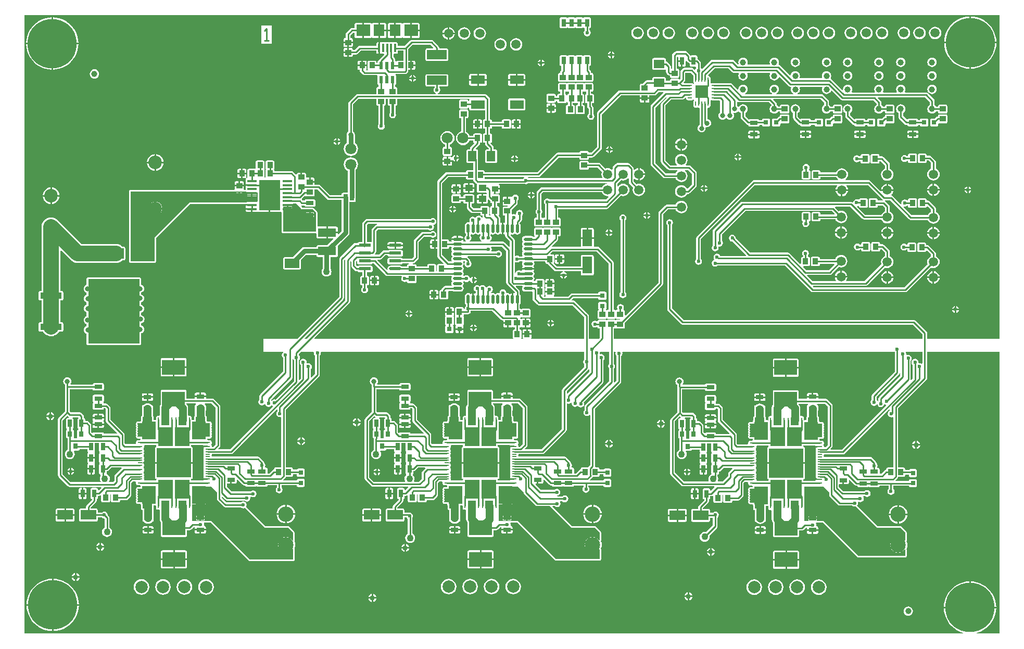
<source format=gtl>
G04 Layer_Physical_Order=1*
G04 Layer_Color=255*
%FSLAX44Y44*%
%MOMM*%
G71*
G01*
G75*
%ADD10R,1.3000X0.7000*%
%ADD11R,0.7600X1.2500*%
%ADD12R,0.8000X0.9000*%
%ADD13R,0.7000X1.3000*%
%ADD14R,0.9500X1.0000*%
%ADD15R,2.5000X1.6000*%
%ADD16R,3.7000X2.4500*%
%ADD17R,2.1000X2.1000*%
%ADD18O,0.8000X0.2500*%
%ADD19O,0.2500X0.8000*%
%ADD20R,1.0000X0.9500*%
%ADD21R,0.8000X0.8000*%
%ADD22R,1.6000X2.8000*%
%ADD23O,1.5000X0.5500*%
%ADD24O,0.5500X1.5000*%
%ADD25R,1.4000X1.7000*%
%ADD26R,0.8000X1.0000*%
%ADD27R,2.9500X1.4000*%
%ADD28C,1.1000*%
%ADD29R,2.4000X1.5000*%
%ADD30R,3.4000X5.0000*%
%ADD31R,1.5000X0.4500*%
G04:AMPARAMS|DCode=32|XSize=0.45mm|YSize=1.5mm|CornerRadius=0.1125mm|HoleSize=0mm|Usage=FLASHONLY|Rotation=270.000|XOffset=0mm|YOffset=0mm|HoleType=Round|Shape=RoundedRectangle|*
%AMROUNDEDRECTD32*
21,1,0.4500,1.2750,0,0,270.0*
21,1,0.2250,1.5000,0,0,270.0*
1,1,0.2250,-0.6375,-0.1125*
1,1,0.2250,-0.6375,0.1125*
1,1,0.2250,0.6375,0.1125*
1,1,0.2250,0.6375,-0.1125*
%
%ADD32ROUNDEDRECTD32*%
%ADD33R,8.3800X10.4900*%
%ADD34R,3.5040X1.0160*%
%ADD35R,2.5000X1.7000*%
%ADD36R,0.8000X0.8000*%
%ADD37R,1.7000X1.4000*%
%ADD38R,0.4000X1.4000*%
%ADD39R,1.8000X1.9000*%
%ADD40R,2.3000X1.9000*%
%ADD41R,1.9800X0.5300*%
%ADD42O,1.9800X0.5300*%
%ADD43R,0.7800X0.2000*%
%ADD44R,0.2000X0.7800*%
%ADD45R,5.6000X4.8000*%
%ADD46R,2.4000X3.1000*%
%ADD47C,1.0000*%
%ADD48R,2.3000X1.4000*%
%ADD49R,1.3000X1.0000*%
%ADD50R,3.2000X1.5000*%
%ADD51R,0.6000X1.2000*%
%ADD52C,0.2540*%
%ADD53C,0.7620*%
%ADD54C,1.2700*%
%ADD55C,0.3810*%
%ADD56C,2.5400*%
%ADD57C,1.8000*%
%ADD58C,1.5000*%
%ADD59C,8.0000*%
%ADD60C,2.5000*%
%ADD61C,2.0000*%
%ADD62C,2.2000*%
%ADD63C,0.8000*%
%ADD64C,0.6000*%
G36*
X721660Y745000D02*
X721857Y744009D01*
X722419Y743169D01*
X723259Y742607D01*
X724250Y742410D01*
X733615D01*
Y742000D01*
X733911Y740513D01*
X734753Y739253D01*
X737753Y736253D01*
X739013Y735411D01*
X739215Y735371D01*
X739587Y734471D01*
X739390Y733480D01*
Y723480D01*
X739587Y722489D01*
X740149Y721649D01*
X740989Y721087D01*
X741980Y720890D01*
X754980D01*
X755682Y720229D01*
X755682Y718993D01*
X754686Y718070D01*
X749750D01*
Y710480D01*
Y702890D01*
X754980D01*
X755971Y703087D01*
X756811Y703649D01*
X757373Y704489D01*
X757570Y705480D01*
Y709277D01*
X758743Y709763D01*
X760253Y708253D01*
X761410Y707480D01*
Y706250D01*
X761607Y705259D01*
X762169Y704419D01*
X763009Y703857D01*
X764000Y703660D01*
X764455D01*
Y699130D01*
X763590D01*
X762599Y698933D01*
X761759Y698371D01*
X761197Y697531D01*
X761000Y696540D01*
Y686540D01*
X761197Y685549D01*
X761601Y684945D01*
X761209Y684056D01*
X760978Y683782D01*
X760881Y683793D01*
X760420Y683885D01*
X760066D01*
X759785Y683916D01*
X759219Y685155D01*
X759483Y685549D01*
X759680Y686540D01*
Y696540D01*
X759483Y697531D01*
X758921Y698371D01*
X758081Y698933D01*
X757090Y699130D01*
X747590D01*
X746599Y698933D01*
X745759Y698371D01*
X745197Y697531D01*
X745000Y696540D01*
Y695425D01*
X734069D01*
X730885Y698609D01*
Y702890D01*
X732980D01*
X733971Y703087D01*
X734811Y703649D01*
X735373Y704489D01*
X735570Y705480D01*
Y715480D01*
X735373Y716471D01*
X734811Y717311D01*
X733971Y717873D01*
X732980Y718070D01*
X719980D01*
X718989Y717873D01*
X718149Y717311D01*
X717587Y716471D01*
X717390Y715480D01*
Y714365D01*
X713590D01*
Y715750D01*
X713393Y716741D01*
X712831Y717581D01*
X711991Y718143D01*
X711000Y718340D01*
X701000D01*
X700009Y718143D01*
X699169Y717581D01*
X698607Y716741D01*
X698410Y715750D01*
Y706250D01*
X698607Y705259D01*
X699169Y704419D01*
X700009Y703857D01*
X701000Y703660D01*
X711000D01*
X711991Y703857D01*
X712831Y704419D01*
X713393Y705259D01*
X713590Y706250D01*
Y706595D01*
X717390D01*
Y705480D01*
X717587Y704489D01*
X718149Y703649D01*
X718989Y703087D01*
X719980Y702890D01*
X723115D01*
Y697000D01*
X723411Y695513D01*
X724253Y694253D01*
X729713Y688793D01*
X730974Y687951D01*
X732460Y687655D01*
X745000D01*
Y686540D01*
X745197Y685549D01*
X745759Y684709D01*
X746599Y684147D01*
X747590Y683950D01*
X748455D01*
Y682340D01*
X748751Y680853D01*
X747681Y680217D01*
X746494Y681994D01*
X744662Y683219D01*
X742500Y683649D01*
X740338Y683219D01*
X738506Y681994D01*
X737767Y680889D01*
X737172Y680200D01*
X736140Y680565D01*
X735162Y681219D01*
X733000Y681648D01*
X730838Y681219D01*
X729006Y679994D01*
X727782Y678162D01*
X727352Y676000D01*
X727782Y673838D01*
X728003Y673506D01*
X727911Y673311D01*
X727164Y672477D01*
X725420Y672824D01*
X723356Y672413D01*
X721606Y671244D01*
X720437Y669494D01*
X720026Y667430D01*
Y657930D01*
X720437Y655866D01*
X721535Y654222D01*
Y651348D01*
X721006Y650994D01*
X719781Y649162D01*
X719352Y647000D01*
X719781Y644838D01*
X721006Y643006D01*
X722010Y642335D01*
X721625Y641065D01*
X717810D01*
X717131Y642335D01*
X717653Y643116D01*
X717811Y643910D01*
X707920D01*
X698029D01*
X698187Y643116D01*
X698709Y642335D01*
X698030Y641065D01*
X694340D01*
Y642000D01*
X694143Y642991D01*
X693581Y643831D01*
X692741Y644393D01*
X691750Y644590D01*
X682885D01*
Y736391D01*
X692609Y746115D01*
X721660D01*
Y745000D01*
D02*
G37*
G36*
X1293060Y348000D02*
X1294260D01*
Y345300D01*
X1300860D01*
Y345200D01*
X1301210D01*
Y343200D01*
X1300860D01*
Y341200D01*
X1301210Y341200D01*
Y339200D01*
X1300860Y339200D01*
Y337200D01*
X1301210D01*
Y335200D01*
X1300860D01*
Y333200D01*
X1301210Y333200D01*
Y331200D01*
X1300860Y331200D01*
Y329200D01*
X1301210Y329200D01*
Y327200D01*
X1300860D01*
Y325200D01*
X1301210Y325200D01*
Y323200D01*
X1301010D01*
X1300860Y323050D01*
Y323000D01*
X1300810D01*
X1300810Y323000D01*
Y323000D01*
X1294160D01*
Y319100D01*
X1272260D01*
Y348000D01*
X1277760D01*
Y355300D01*
X1293060D01*
Y348000D01*
D02*
G37*
G36*
X709960Y348500D02*
X715460D01*
Y319600D01*
X693560D01*
Y323500D01*
X686860Y323500D01*
Y325000D01*
X686860Y323700D01*
X686460Y323700D01*
Y325700D01*
X686860Y325700D01*
Y327700D01*
X686460Y327700D01*
Y329700D01*
X686860D01*
Y331700D01*
X686460Y331700D01*
X686460Y333800D01*
X686860Y333800D01*
Y334750D01*
X686860Y335700D01*
X686460Y335700D01*
Y337700D01*
X686860Y337700D01*
Y339700D01*
X686460Y339700D01*
Y341700D01*
X686860Y341700D01*
Y343700D01*
X686460D01*
Y345700D01*
X686660Y345700D01*
X686860Y345800D01*
Y345800D01*
X693460D01*
Y348500D01*
X694660D01*
Y355800D01*
X709960D01*
Y348500D01*
D02*
G37*
G36*
X1206960Y348000D02*
X1212460D01*
Y319100D01*
X1190560D01*
Y323000D01*
X1183860Y323000D01*
Y324500D01*
X1183860Y323200D01*
X1183460Y323200D01*
Y325200D01*
X1183860Y325200D01*
Y327200D01*
X1183460Y327200D01*
Y329200D01*
X1183860D01*
Y331200D01*
X1183460Y331200D01*
X1183460Y333300D01*
X1183860Y333300D01*
Y334250D01*
X1183860Y335200D01*
X1183460Y335200D01*
Y337200D01*
X1183860Y337200D01*
Y339200D01*
X1183460Y339200D01*
Y341200D01*
X1183860Y341200D01*
Y343200D01*
X1183460D01*
Y345200D01*
X1183660Y345200D01*
X1183860Y345300D01*
Y345300D01*
X1190460D01*
Y348000D01*
X1191660D01*
Y355300D01*
X1206960D01*
Y348000D01*
D02*
G37*
G36*
X267200Y207100D02*
X254600D01*
Y220100D01*
X267200D01*
Y207100D01*
D02*
G37*
G36*
X238800D02*
X226200D01*
Y220100D01*
X238800D01*
Y207100D01*
D02*
G37*
G36*
X796060Y348500D02*
X797260D01*
Y345800D01*
X803860D01*
Y345700D01*
X804210D01*
Y343700D01*
X803860D01*
Y341700D01*
X804210Y341700D01*
Y339700D01*
X803860Y339700D01*
Y337700D01*
X804210D01*
Y335700D01*
X803860D01*
Y333700D01*
X804210Y333700D01*
Y331700D01*
X803860Y331700D01*
Y329700D01*
X804210Y329700D01*
Y327700D01*
X803860D01*
Y325700D01*
X804210Y325700D01*
Y323700D01*
X804010D01*
X803860Y323550D01*
Y323500D01*
X803810D01*
X803810Y323500D01*
Y323500D01*
X797160D01*
Y319600D01*
X775260D01*
Y348500D01*
X780760D01*
Y355800D01*
X796060D01*
Y348500D01*
D02*
G37*
G36*
X739356Y652947D02*
X741420Y652536D01*
X743484Y652947D01*
X744265Y653469D01*
X745462Y652829D01*
X745488Y651616D01*
X745426Y651574D01*
X744202Y649742D01*
X743772Y647580D01*
X744202Y645418D01*
X745426Y643586D01*
X747258Y642361D01*
X747393Y642335D01*
X747268Y641065D01*
X728375D01*
X727990Y642335D01*
X728994Y643006D01*
X730219Y644838D01*
X730648Y647000D01*
X730219Y649162D01*
X729305Y650529D01*
Y652790D01*
X730575Y653469D01*
X731356Y652947D01*
X733420Y652536D01*
X735484Y652947D01*
X737234Y654116D01*
X737606D01*
X739356Y652947D01*
D02*
G37*
G36*
X1428115Y427546D02*
Y422649D01*
X1393713Y388247D01*
X1392871Y386987D01*
X1392575Y385500D01*
Y382183D01*
X1392036Y381699D01*
X1390781Y381989D01*
X1390609Y382117D01*
X1389454Y383846D01*
X1389345Y383919D01*
Y388719D01*
X1425747Y425122D01*
X1426589Y426382D01*
X1426845Y427671D01*
X1428115Y427546D01*
D02*
G37*
G36*
X590413Y354439D02*
X590398Y354345D01*
X589629Y353831D01*
X589067Y352991D01*
X588870Y352000D01*
Y339000D01*
X589067Y338009D01*
X589629Y337169D01*
X590147Y336822D01*
X590016Y335508D01*
X590013Y335501D01*
X589469Y335393D01*
X588629Y334831D01*
X588067Y333991D01*
X587870Y333000D01*
Y324000D01*
X588067Y323009D01*
X588304Y322655D01*
X587690Y321385D01*
X583230D01*
X582616Y322655D01*
X582853Y323009D01*
X583050Y324000D01*
Y333000D01*
X582853Y333991D01*
X582291Y334831D01*
X581451Y335393D01*
X580907Y335501D01*
X580904Y335508D01*
X580773Y336822D01*
X581291Y337169D01*
X581853Y338009D01*
X582050Y339000D01*
Y352000D01*
X581853Y352991D01*
X581291Y353831D01*
X580522Y354345D01*
X580507Y354439D01*
X581097Y355615D01*
X589823D01*
X590413Y354439D01*
D02*
G37*
G36*
X525647Y611357D02*
X525615Y611200D01*
Y545609D01*
X462804Y482798D01*
X459751D01*
X459265Y483971D01*
X522247Y546953D01*
X523089Y548214D01*
X523385Y549700D01*
Y610891D01*
X524476Y611982D01*
X525647Y611357D01*
D02*
G37*
G36*
X814028Y370479D02*
Y312061D01*
X809351Y307385D01*
X806850D01*
Y309000D01*
X806653Y309991D01*
X806091Y310831D01*
Y311369D01*
X806653Y312209D01*
X806850Y313200D01*
Y315200D01*
X806653Y316191D01*
X806091Y317031D01*
X805251Y317593D01*
X804260Y317790D01*
X801842D01*
X800634Y318030D01*
X800294Y318212D01*
X799701Y319355D01*
X799750Y319600D01*
Y320910D01*
X803810D01*
X803810Y320910D01*
X803810Y320910D01*
X803860D01*
X804851Y321107D01*
X805129Y321293D01*
X805201Y321307D01*
X806041Y321869D01*
X806603Y322709D01*
X806800Y323700D01*
Y325700D01*
X806800Y325700D01*
X806800Y325700D01*
X806603Y326691D01*
X806603Y326691D01*
X806603Y326691D01*
X806597Y326700D01*
X806603Y326709D01*
X806800Y327700D01*
Y329700D01*
X806603Y330691D01*
X806603Y330691D01*
X806603Y330691D01*
X806597Y330700D01*
X806603Y330709D01*
X806603Y330709D01*
X806603Y330709D01*
X806800Y331700D01*
Y333700D01*
X806800Y333700D01*
X806800Y333700D01*
X806603Y334691D01*
X806603Y334691D01*
X806603Y334691D01*
X806597Y334700D01*
X806603Y334709D01*
X806800Y335700D01*
Y337700D01*
X806603Y338691D01*
X806597Y338700D01*
X806603Y338709D01*
X806603Y338709D01*
X806603Y338709D01*
X806800Y339700D01*
X806800Y339700D01*
X806800Y339700D01*
Y341700D01*
X806800Y341700D01*
X806800Y341700D01*
X806603Y342691D01*
X806603Y342691D01*
X806603Y342691D01*
X806597Y342700D01*
X806603Y342709D01*
X806800Y343700D01*
Y345700D01*
X806603Y346691D01*
X806041Y347531D01*
X805201Y348093D01*
X804916Y348149D01*
X804851Y348193D01*
X803860Y348390D01*
X799850D01*
Y348500D01*
X799653Y349491D01*
X799091Y350331D01*
X798650Y350626D01*
Y355800D01*
X798453Y356791D01*
X797891Y357631D01*
X797427Y357942D01*
Y366382D01*
X797550Y367000D01*
Y374000D01*
X797353Y374991D01*
X796791Y375831D01*
X795951Y376393D01*
X795832Y376416D01*
X795570Y376845D01*
X796283Y378115D01*
X806391D01*
X814028Y370479D01*
D02*
G37*
G36*
X314515Y371491D02*
Y311209D01*
X310691Y307385D01*
X308190D01*
Y309000D01*
X307993Y309991D01*
X307431Y310831D01*
Y311369D01*
X307993Y312209D01*
X308190Y313200D01*
Y315200D01*
X307993Y316191D01*
X307431Y317031D01*
X306591Y317593D01*
X305600Y317790D01*
X303183D01*
X301974Y318030D01*
X301634Y318212D01*
X301041Y319355D01*
X301090Y319600D01*
Y320910D01*
X305150D01*
X305150Y320910D01*
X305150Y320910D01*
X305200D01*
X306191Y321107D01*
X306469Y321293D01*
X306541Y321307D01*
X307381Y321869D01*
X307943Y322709D01*
X308140Y323700D01*
Y325700D01*
X308140Y325700D01*
X308140Y325700D01*
X307943Y326691D01*
X307943Y326691D01*
X307943Y326691D01*
X307937Y326700D01*
X307943Y326709D01*
X308140Y327700D01*
Y329700D01*
X307943Y330691D01*
X307943Y330691D01*
X307943Y330691D01*
X307937Y330700D01*
X307943Y330709D01*
X307943Y330709D01*
X307943Y330709D01*
X308140Y331700D01*
Y333700D01*
X308140Y333700D01*
X308140Y333700D01*
X307943Y334691D01*
X307943Y334691D01*
X307943Y334691D01*
X307937Y334700D01*
X307943Y334709D01*
X308140Y335700D01*
Y337700D01*
X307943Y338691D01*
X307937Y338700D01*
X307943Y338709D01*
X307943Y338709D01*
X307943Y338709D01*
X308140Y339700D01*
X308140Y339700D01*
X308140Y339700D01*
Y341700D01*
X308140Y341700D01*
X308140Y341700D01*
X307943Y342691D01*
X307943Y342691D01*
X307943Y342691D01*
X307937Y342700D01*
X307943Y342709D01*
X308140Y343700D01*
Y345700D01*
X307943Y346691D01*
X307381Y347531D01*
X306541Y348093D01*
X306256Y348149D01*
X306191Y348193D01*
X305200Y348390D01*
X301190D01*
Y348500D01*
X300993Y349491D01*
X300431Y350331D01*
X299990Y350626D01*
Y355800D01*
X299793Y356791D01*
X299231Y357631D01*
X298767Y357942D01*
Y366381D01*
X298890Y367000D01*
Y374000D01*
X298693Y374991D01*
X298131Y375831D01*
X297291Y376393D01*
X297171Y376416D01*
X296910Y376845D01*
X297622Y378115D01*
X307891D01*
X314515Y371491D01*
D02*
G37*
G36*
X1464115Y443106D02*
X1462845Y442428D01*
X1461662Y443218D01*
X1459500Y443648D01*
X1458641Y443478D01*
X1457560Y444558D01*
X1457648Y445000D01*
X1457218Y447162D01*
X1455994Y448994D01*
X1454162Y450219D01*
X1452000Y450648D01*
X1449838Y450219D01*
X1448006Y448994D01*
X1446781Y447162D01*
X1446351Y445000D01*
X1446781Y442838D01*
X1448006Y441006D01*
X1448115Y440933D01*
Y418069D01*
X1445964Y415918D01*
X1444794Y416544D01*
X1444885Y417000D01*
Y447433D01*
X1444994Y447506D01*
X1446219Y449338D01*
X1446649Y451500D01*
X1446219Y453662D01*
X1444994Y455494D01*
X1443162Y456719D01*
X1441000Y457149D01*
X1438838Y456719D01*
X1438551Y456526D01*
X1437408Y457290D01*
X1437648Y458500D01*
X1437219Y460662D01*
X1436874Y461178D01*
X1437472Y462298D01*
X1464115D01*
Y443106D01*
D02*
G37*
G36*
X954615Y442567D02*
X954506Y442494D01*
X953281Y440662D01*
X952851Y438500D01*
X953281Y436338D01*
X954506Y434506D01*
X954615Y434433D01*
Y414323D01*
X915713Y375421D01*
X914871Y374161D01*
X914575Y372674D01*
Y367067D01*
X914466Y366994D01*
X913241Y365162D01*
X912811Y363000D01*
X913241Y360838D01*
X914466Y359006D01*
X916298Y357781D01*
X918460Y357351D01*
X920622Y357781D01*
X922454Y359006D01*
X922476Y359039D01*
X923746Y358653D01*
Y277422D01*
X921623Y275299D01*
X920781Y274039D01*
X920777Y274017D01*
X920410Y274090D01*
X910910D01*
X909919Y273893D01*
X909079Y273331D01*
X908517Y272491D01*
X908320Y271500D01*
Y270385D01*
X908160D01*
X906673Y270089D01*
X905413Y269247D01*
X900051Y263885D01*
X897644D01*
X897550Y264000D01*
Y271000D01*
X897353Y271991D01*
X896791Y272831D01*
X895951Y273393D01*
X894960Y273590D01*
X894391D01*
X893793Y274710D01*
X893879Y274838D01*
X894308Y277000D01*
X893879Y279162D01*
X892654Y280994D01*
X892545Y281067D01*
Y281119D01*
X892249Y282606D01*
X891407Y283866D01*
X885026Y290247D01*
X883766Y291089D01*
X882279Y291385D01*
X806850D01*
Y292500D01*
X806653Y293491D01*
X806647Y293500D01*
X806653Y293509D01*
X806850Y294500D01*
Y295615D01*
X846000D01*
X847487Y295911D01*
X848747Y296753D01*
X884522Y332529D01*
X885365Y333789D01*
X885660Y335276D01*
Y376823D01*
X886930Y377664D01*
X888500Y377351D01*
X890662Y377781D01*
X892494Y379006D01*
X892811Y379480D01*
X894007Y378984D01*
X893811Y378000D01*
X894241Y375838D01*
X895466Y374006D01*
X897298Y372781D01*
X899460Y372351D01*
X901622Y372781D01*
X902636Y373459D01*
X904332Y373207D01*
X904466Y373006D01*
X906298Y371782D01*
X908460Y371352D01*
X910621Y371782D01*
X912454Y373006D01*
X913679Y374838D01*
X914109Y377000D01*
X913679Y379162D01*
X913084Y380051D01*
X944247Y411213D01*
X945089Y412473D01*
X945385Y413960D01*
Y448433D01*
X945494Y448506D01*
X946719Y450338D01*
X947149Y452500D01*
X946719Y454662D01*
X945494Y456494D01*
X943662Y457719D01*
X941500Y458148D01*
X940537Y457957D01*
X939457Y459037D01*
X939649Y460000D01*
X939444Y461028D01*
X940486Y462298D01*
X954615D01*
Y442567D01*
D02*
G37*
G36*
X576802Y668845D02*
X575513Y668589D01*
X574253Y667747D01*
X569253Y662747D01*
X568411Y661487D01*
X568115Y660000D01*
Y641000D01*
X567250Y640290D01*
X560885D01*
Y668391D01*
X562609Y670115D01*
X576677D01*
X576802Y668845D01*
D02*
G37*
G36*
X91753Y354439D02*
X91738Y354345D01*
X90969Y353831D01*
X90407Y352991D01*
X90210Y352000D01*
Y339000D01*
X90407Y338009D01*
X90969Y337169D01*
X91487Y336822D01*
X91356Y335508D01*
X91353Y335501D01*
X90809Y335393D01*
X89969Y334831D01*
X89407Y333991D01*
X89210Y333000D01*
Y324000D01*
X89407Y323009D01*
X89644Y322655D01*
X89030Y321385D01*
X84570D01*
X83956Y322655D01*
X84193Y323009D01*
X84390Y324000D01*
Y333000D01*
X84193Y333991D01*
X83631Y334831D01*
X82791Y335393D01*
X82247Y335501D01*
X82244Y335508D01*
X82113Y336822D01*
X82631Y337169D01*
X83193Y338009D01*
X83390Y339000D01*
Y352000D01*
X83193Y352991D01*
X82631Y353831D01*
X81862Y354345D01*
X81847Y354439D01*
X82437Y355615D01*
X91163D01*
X91753Y354439D01*
D02*
G37*
G36*
X474556Y461028D02*
X474352Y460000D01*
X474781Y457838D01*
X476006Y456006D01*
X476115Y455933D01*
Y426109D01*
X470558Y420552D01*
X469385Y421038D01*
Y433933D01*
X469494Y434006D01*
X470719Y435838D01*
X471148Y438000D01*
X470719Y440162D01*
X469494Y441994D01*
X467662Y443218D01*
X465500Y443648D01*
X463599Y443270D01*
X462826Y443793D01*
X462485Y444175D01*
X462649Y445000D01*
X462219Y447162D01*
X460994Y448994D01*
X459162Y450219D01*
X457000Y450648D01*
X454838Y450219D01*
X453006Y448994D01*
X451781Y447162D01*
X451352Y445000D01*
X451781Y442838D01*
X453006Y441006D01*
X453115Y440933D01*
Y418309D01*
X451058Y416252D01*
X449885Y416738D01*
Y448433D01*
X449994Y448506D01*
X451219Y450338D01*
X451648Y452500D01*
X451219Y454662D01*
X449994Y456494D01*
X449885Y456567D01*
Y458891D01*
X453292Y462298D01*
X473514D01*
X474556Y461028D01*
D02*
G37*
G36*
X442006Y448506D02*
X442115Y448433D01*
Y414809D01*
X411713Y384407D01*
X410500Y384649D01*
X408338Y384219D01*
X406506Y382994D01*
X405955Y382169D01*
X404685Y382554D01*
Y384391D01*
X438547Y418253D01*
X439389Y419513D01*
X439685Y421000D01*
Y449838D01*
X440955Y450079D01*
X442006Y448506D01*
D02*
G37*
G36*
X1234460Y342400D02*
X1221860D01*
Y355400D01*
X1234460D01*
Y342400D01*
D02*
G37*
G36*
X297400Y348500D02*
X298600D01*
Y345800D01*
X305200D01*
Y345700D01*
X305550D01*
Y343700D01*
X305200D01*
Y341700D01*
X305550Y341700D01*
Y339700D01*
X305200Y339700D01*
Y337700D01*
X305550D01*
Y335700D01*
X305200D01*
Y333700D01*
X305550Y333700D01*
Y331700D01*
X305200Y331700D01*
Y329700D01*
X305550Y329700D01*
Y327700D01*
X305200D01*
Y325700D01*
X305550Y325700D01*
Y323700D01*
X305350D01*
X305200Y323550D01*
Y323500D01*
X305150D01*
X305150Y323500D01*
Y323500D01*
X298500D01*
Y319600D01*
X276600D01*
Y348500D01*
X282100D01*
Y355800D01*
X297400D01*
Y348500D01*
D02*
G37*
G36*
X267200Y342900D02*
X254600D01*
Y355900D01*
X267200D01*
Y342900D01*
D02*
G37*
G36*
X238800Y342900D02*
X226200D01*
Y355900D01*
X238800D01*
Y342900D01*
D02*
G37*
G36*
X765860D02*
X753260D01*
Y355900D01*
X765860D01*
Y342900D01*
D02*
G37*
G36*
X1262860Y342400D02*
X1250260D01*
Y355400D01*
X1262860D01*
Y342400D01*
D02*
G37*
G36*
X737460Y342900D02*
X724860D01*
Y355900D01*
X737460D01*
Y342900D01*
D02*
G37*
G36*
X1234460Y206600D02*
X1221860D01*
Y219600D01*
X1234460D01*
Y206600D01*
D02*
G37*
G36*
X765860Y207100D02*
X753260D01*
Y220100D01*
X765860D01*
Y207100D01*
D02*
G37*
G36*
X737460D02*
X724860D01*
Y220100D01*
X737460D01*
Y207100D01*
D02*
G37*
G36*
X965174Y461398D02*
X965255Y461028D01*
X964852Y459000D01*
X965281Y456838D01*
X966506Y455006D01*
X966615Y454933D01*
Y415109D01*
X963545Y412039D01*
X962375Y412664D01*
X962385Y412714D01*
Y434433D01*
X962494Y434506D01*
X963718Y436338D01*
X964148Y438500D01*
X963718Y440662D01*
X962494Y442494D01*
X962385Y442567D01*
Y462298D01*
X964694D01*
X965174Y461398D01*
D02*
G37*
G36*
X922615Y433264D02*
Y429558D01*
X886930Y393872D01*
X885660Y394398D01*
Y397667D01*
X920747Y432753D01*
X921345Y433649D01*
X922615Y433264D01*
D02*
G37*
G36*
X1312575Y233385D02*
Y229040D01*
X1312871Y227553D01*
X1313713Y226293D01*
X1326902Y213105D01*
X1328162Y212262D01*
X1329648Y211967D01*
X1349704D01*
X1349777Y211857D01*
X1351609Y210633D01*
X1353771Y210203D01*
X1355428Y210532D01*
X1390460Y175500D01*
X1428460D01*
X1436000Y167960D01*
Y155080D01*
X1434730Y154649D01*
X1433375Y156415D01*
X1430764Y158419D01*
X1427723Y159678D01*
X1425730Y159941D01*
Y147500D01*
Y135059D01*
X1427723Y135322D01*
X1430764Y136581D01*
X1433375Y138585D01*
X1434730Y140351D01*
X1436000Y139920D01*
Y130000D01*
X1359960D01*
X1303460Y186500D01*
X1292612D01*
X1291960Y187500D01*
X1291960Y187770D01*
Y189730D01*
X1285460D01*
X1278960D01*
Y187770D01*
X1278960Y187500D01*
X1278308Y186500D01*
X1272460D01*
X1272190Y186770D01*
Y214120D01*
X1272260D01*
Y242900D01*
X1294090D01*
Y243020D01*
X1302940D01*
X1312575Y233385D01*
D02*
G37*
G36*
X797160Y243020D02*
X805940D01*
X815575Y233385D01*
Y233040D01*
X815871Y231553D01*
X816713Y230293D01*
X834753Y212253D01*
X836013Y211411D01*
X837500Y211115D01*
X857845D01*
X893460Y175500D01*
X931460D01*
X939000Y167960D01*
Y155581D01*
X937730Y155149D01*
X936375Y156915D01*
X933764Y158919D01*
X930723Y160178D01*
X928730Y160441D01*
Y148000D01*
Y135559D01*
X930723Y135822D01*
X933764Y137081D01*
X936375Y139085D01*
X937730Y140851D01*
X939000Y140420D01*
Y125000D01*
X867960D01*
X806460Y186500D01*
X775460D01*
X775190Y186770D01*
Y214120D01*
X780760D01*
Y214500D01*
X775260D01*
Y243400D01*
X797160D01*
Y243020D01*
D02*
G37*
G36*
X1262860Y206600D02*
X1250260D01*
Y219600D01*
X1262860D01*
Y206600D01*
D02*
G37*
G36*
X298500Y243020D02*
X307280D01*
X316915Y233385D01*
Y222700D01*
X317211Y221213D01*
X318053Y219953D01*
X327765Y210241D01*
X329026Y209399D01*
X330512Y209103D01*
X355433D01*
X355506Y208994D01*
X357338Y207769D01*
X359500Y207339D01*
X361662Y207769D01*
X362183Y208117D01*
X394800Y175500D01*
X432800D01*
X440800Y167500D01*
Y154802D01*
X439530Y154550D01*
X437715Y156915D01*
X435104Y158919D01*
X432063Y160178D01*
X430070Y160441D01*
Y148000D01*
Y135559D01*
X432063Y135822D01*
X435104Y137081D01*
X437715Y139085D01*
X439530Y141450D01*
X440800Y141198D01*
Y124000D01*
X370300Y124000D01*
X307800Y186500D01*
X276800D01*
X276530Y186770D01*
Y214120D01*
X282100D01*
Y214500D01*
X276600D01*
Y243400D01*
X298500D01*
Y243020D01*
D02*
G37*
G36*
X1278350Y376345D02*
X1278089Y375916D01*
X1277969Y375893D01*
X1277129Y375331D01*
X1276567Y374491D01*
X1276370Y373500D01*
Y366500D01*
X1276493Y365881D01*
Y357509D01*
X1275929Y357131D01*
X1275367Y356291D01*
X1275170Y355300D01*
Y350590D01*
X1272260D01*
X1271926Y350523D01*
X1271345Y351000D01*
X1271050Y352482D01*
Y354900D01*
X1270853Y355891D01*
X1270291Y356731D01*
X1269451Y357293D01*
X1268460Y357490D01*
X1266460D01*
X1265457Y358585D01*
Y370220D01*
X1265457Y370220D01*
X1265151Y372541D01*
X1264255Y374703D01*
X1263050Y376274D01*
Y377615D01*
X1277638D01*
X1278350Y376345D01*
D02*
G37*
G36*
X1589891Y482798D02*
X1471885D01*
Y492000D01*
X1471589Y493487D01*
X1470747Y494747D01*
X1452747Y512747D01*
X1451487Y513589D01*
X1450000Y513885D01*
X1075609D01*
X1056885Y532609D01*
Y667933D01*
X1056994Y668006D01*
X1058219Y669838D01*
X1058649Y672000D01*
X1058219Y674162D01*
X1056994Y675994D01*
X1055162Y677219D01*
X1053000Y677648D01*
X1050838Y677219D01*
X1049006Y675994D01*
X1047781Y674162D01*
X1047352Y672000D01*
X1047781Y669838D01*
X1049006Y668006D01*
X1049115Y667933D01*
Y531000D01*
X1049411Y529513D01*
X1050253Y528253D01*
X1071253Y507253D01*
X1072513Y506411D01*
X1074000Y506115D01*
X1448391D01*
X1464115Y490391D01*
Y482798D01*
X962385Y482798D01*
Y499660D01*
X963000D01*
X963991Y499857D01*
X964831Y500419D01*
X965669D01*
X966509Y499857D01*
X967500Y499660D01*
X977500D01*
X978491Y499857D01*
X979331Y500419D01*
X979893Y501259D01*
X980090Y502250D01*
Y509096D01*
X1041247Y570253D01*
X1042089Y571513D01*
X1042385Y573000D01*
Y685891D01*
X1050009Y693515D01*
X1062742D01*
X1063230Y692337D01*
X1064839Y690239D01*
X1066937Y688630D01*
X1069379Y687618D01*
X1072000Y687273D01*
X1074621Y687618D01*
X1077063Y688630D01*
X1079161Y690239D01*
X1080770Y692337D01*
X1081782Y694779D01*
X1082127Y697400D01*
X1081782Y700021D01*
X1080770Y702463D01*
X1079161Y704561D01*
X1077063Y706170D01*
X1074621Y707181D01*
X1072000Y707527D01*
X1069379Y707181D01*
X1066937Y706170D01*
X1064839Y704561D01*
X1063230Y702463D01*
X1062742Y701285D01*
X1048400D01*
X1046913Y700989D01*
X1045653Y700147D01*
X1035753Y690247D01*
X1034911Y688987D01*
X1034615Y687500D01*
Y574609D01*
X981263Y521257D01*
X980090Y521743D01*
Y527750D01*
X979893Y528741D01*
X979331Y529581D01*
X978491Y530143D01*
X978014Y531532D01*
X978219Y531838D01*
X978649Y534000D01*
X978219Y536162D01*
X976994Y537994D01*
X975162Y539219D01*
X973000Y539649D01*
X970838Y539219D01*
X969006Y537994D01*
X967782Y536162D01*
X967352Y534000D01*
X967782Y531838D01*
X967934Y531610D01*
X967686Y530883D01*
X967284Y530297D01*
X966509Y530143D01*
X965669Y529581D01*
X964831D01*
X963991Y530143D01*
X963000Y530340D01*
X961885D01*
Y607000D01*
X961589Y608487D01*
X960747Y609747D01*
X938747Y631747D01*
X937487Y632589D01*
X936000Y632885D01*
X929684D01*
X929590Y633000D01*
Y645730D01*
X919000D01*
X908410D01*
Y633000D01*
X908316Y632885D01*
X862175D01*
X861648Y634155D01*
X870747Y643253D01*
X871589Y644513D01*
X871885Y646000D01*
Y649660D01*
X873000D01*
X873991Y649857D01*
X874831Y650419D01*
X875393Y651259D01*
X875590Y652250D01*
Y661750D01*
X875393Y662741D01*
X874831Y663581D01*
X873991Y664143D01*
X873000Y664340D01*
X863000D01*
X862009Y664143D01*
X861991Y664131D01*
X861000Y663661D01*
X860009Y664131D01*
X859991Y664143D01*
X859000Y664340D01*
X849000D01*
X848009Y664143D01*
X847991Y664131D01*
X847000Y663661D01*
X846009Y664131D01*
X845991Y664143D01*
X845000Y664340D01*
X835000D01*
X834009Y664143D01*
X833169Y663581D01*
X832607Y662741D01*
X832410Y661750D01*
Y652250D01*
X832607Y651259D01*
X833169Y650419D01*
X833234Y650200D01*
X832627Y649065D01*
X831378D01*
X829734Y650163D01*
X827670Y650574D01*
X818170D01*
X816106Y650163D01*
X814356Y648994D01*
X813187Y647244D01*
X812776Y645180D01*
X813187Y643116D01*
X813823Y642165D01*
X814271Y641180D01*
X813823Y640195D01*
X813187Y639244D01*
X812776Y637180D01*
X813187Y635116D01*
X814356Y633366D01*
Y632994D01*
X813187Y631244D01*
X812776Y629180D01*
X813187Y627116D01*
X814356Y625366D01*
Y624994D01*
X813187Y623244D01*
X812776Y621180D01*
X813187Y619116D01*
X813709Y618335D01*
X813030Y617065D01*
X808889D01*
X807162Y618219D01*
X805000Y618648D01*
X802838Y618219D01*
X802155Y617762D01*
X800885Y618441D01*
Y643326D01*
X800589Y644812D01*
X799747Y646073D01*
X794064Y651756D01*
X794135Y652235D01*
X795222Y652869D01*
X795520Y652914D01*
X797420Y652536D01*
X799484Y652947D01*
X801234Y654116D01*
X801606D01*
X803356Y652947D01*
X805420Y652536D01*
X807484Y652947D01*
X809234Y654116D01*
X810403Y655866D01*
X810814Y657930D01*
Y667430D01*
X810403Y669494D01*
X809305Y671138D01*
Y671811D01*
X811747Y674253D01*
X812589Y675513D01*
X812885Y677000D01*
Y682933D01*
X812994Y683006D01*
X814219Y684838D01*
X814649Y687000D01*
X814219Y689162D01*
X812994Y690994D01*
X811162Y692219D01*
X809000Y692648D01*
X806838Y692219D01*
X805006Y690994D01*
X803782Y689162D01*
X803352Y687000D01*
X803477Y686367D01*
X802335Y685603D01*
X802162Y685719D01*
X800000Y686149D01*
X797838Y685719D01*
X797770Y685673D01*
X796983Y686058D01*
X796590Y686412D01*
Y693096D01*
X804747Y701253D01*
X805589Y702513D01*
X805885Y704000D01*
Y707933D01*
X805994Y708006D01*
X807219Y709838D01*
X807648Y712000D01*
X807219Y714162D01*
X805994Y715994D01*
X804162Y717219D01*
X802000Y717648D01*
X799838Y717219D01*
X798006Y715994D01*
X796872Y714297D01*
X796622Y714125D01*
X795425Y713853D01*
X794991Y714143D01*
X794000Y714340D01*
X790270D01*
Y707000D01*
X789000D01*
Y705730D01*
X781410D01*
Y702250D01*
X781607Y701259D01*
X782169Y700419D01*
X783009Y699857D01*
X784000Y699660D01*
X789034D01*
X789713Y698390D01*
X789679Y698340D01*
X784000D01*
X783009Y698143D01*
X782169Y697581D01*
X781607Y696741D01*
X781410Y695750D01*
Y686250D01*
X781607Y685259D01*
X782169Y684419D01*
X783009Y683857D01*
X784000Y683660D01*
X785535D01*
Y672570D01*
X784265Y671891D01*
X783484Y672413D01*
X782690Y672571D01*
Y662680D01*
Y652789D01*
X783484Y652947D01*
X784265Y653469D01*
X785535Y652790D01*
Y650906D01*
X785831Y649419D01*
X786673Y648159D01*
X793115Y641717D01*
Y633038D01*
X791942Y632552D01*
X784567Y639927D01*
X783307Y640769D01*
X781820Y641065D01*
X761375D01*
X760990Y642335D01*
X761994Y643006D01*
X763219Y644838D01*
X763649Y647000D01*
X763219Y649162D01*
X761994Y650994D01*
X761885Y651067D01*
Y652583D01*
X763005Y653182D01*
X763356Y652947D01*
X765420Y652536D01*
X767484Y652947D01*
X769234Y654116D01*
X769606D01*
X771356Y652947D01*
X773420Y652536D01*
X775484Y652947D01*
X777234Y654116D01*
X777606D01*
X779356Y652947D01*
X780150Y652789D01*
Y662680D01*
Y672571D01*
X779356Y672413D01*
X778575Y671891D01*
X777305Y672570D01*
Y679580D01*
X777009Y681067D01*
X776167Y682327D01*
X774819Y683674D01*
X774921Y684709D01*
X775483Y685549D01*
X775680Y686540D01*
Y696540D01*
X775483Y697531D01*
X774921Y698371D01*
X774081Y698933D01*
X773090Y699130D01*
X772225D01*
Y703660D01*
X774000D01*
X774991Y703857D01*
X775831Y704419D01*
X776393Y705259D01*
X776590Y706250D01*
Y715750D01*
X776393Y716741D01*
X775831Y717581D01*
X774991Y718143D01*
X774000Y718340D01*
X765614D01*
X765594Y718390D01*
X766451Y719660D01*
X767730D01*
Y727000D01*
X769000D01*
Y728270D01*
X776590D01*
Y731750D01*
X776393Y732741D01*
X775831Y733581D01*
X775436Y733845D01*
X775821Y735115D01*
X818000D01*
X818087Y735133D01*
X819500Y734852D01*
X821662Y735281D01*
X823494Y736506D01*
X823567Y736615D01*
X951399D01*
X951483Y735345D01*
X949479Y735082D01*
X947037Y734070D01*
X944939Y732461D01*
X943330Y730363D01*
X942925Y729385D01*
X845500D01*
X844013Y729089D01*
X842753Y728247D01*
X837753Y723247D01*
X836911Y721987D01*
X836615Y720500D01*
Y694067D01*
X836506Y693994D01*
X835281Y692162D01*
X834852Y690000D01*
X835281Y687838D01*
X836506Y686006D01*
X836615Y685933D01*
Y680340D01*
X835000D01*
X834009Y680143D01*
X833169Y679581D01*
X832607Y678741D01*
X832410Y677750D01*
Y668250D01*
X832607Y667259D01*
X833169Y666419D01*
X834009Y665857D01*
X835000Y665660D01*
X845000D01*
X845991Y665857D01*
X846009Y665869D01*
X847000Y666339D01*
X847991Y665869D01*
X848009Y665857D01*
X849000Y665660D01*
X859000D01*
X859991Y665857D01*
X860009Y665869D01*
X861000Y666339D01*
X861991Y665869D01*
X862009Y665857D01*
X863000Y665660D01*
X873000D01*
X873991Y665857D01*
X874831Y666419D01*
X875393Y667259D01*
X875590Y668250D01*
Y677750D01*
X875393Y678741D01*
X874831Y679581D01*
X873991Y680143D01*
X873000Y680340D01*
X871885D01*
Y693599D01*
X872494Y694006D01*
X872567Y694115D01*
X950200D01*
X951687Y694411D01*
X952947Y695253D01*
X973700Y716007D01*
X974879Y715518D01*
X977500Y715173D01*
X980121Y715518D01*
X982563Y716530D01*
X984661Y718139D01*
X986270Y720237D01*
X987282Y722679D01*
X987627Y725300D01*
X987282Y727921D01*
X986270Y730363D01*
X984661Y732461D01*
X982563Y734070D01*
X980121Y735082D01*
X977500Y735427D01*
X974879Y735082D01*
X972437Y734070D01*
X970339Y732461D01*
X969155Y730917D01*
X967885Y731348D01*
Y735591D01*
X973700Y741407D01*
X974879Y740918D01*
X977500Y740573D01*
X980121Y740918D01*
X982563Y741930D01*
X984661Y743539D01*
X985545Y744692D01*
X986815Y744261D01*
Y737500D01*
X987111Y736013D01*
X987953Y734753D01*
X993607Y729100D01*
X993118Y727921D01*
X992773Y725300D01*
X993118Y722679D01*
X994130Y720237D01*
X995739Y718139D01*
X997837Y716530D01*
X1000279Y715518D01*
X1002900Y715173D01*
X1005521Y715518D01*
X1007963Y716530D01*
X1010061Y718139D01*
X1011670Y720237D01*
X1012682Y722679D01*
X1013027Y725300D01*
X1012682Y727921D01*
X1011670Y730363D01*
X1010061Y732461D01*
X1007963Y734070D01*
X1005521Y735082D01*
X1002900Y735427D01*
X1000279Y735082D01*
X999100Y734593D01*
X994585Y739109D01*
Y743147D01*
X994918Y743260D01*
X995855Y743451D01*
X997837Y741930D01*
X1000279Y740918D01*
X1001630Y740741D01*
Y750700D01*
Y760659D01*
X1000279Y760482D01*
X997837Y759470D01*
X995855Y757949D01*
X994918Y758139D01*
X994585Y758253D01*
Y759800D01*
X994289Y761287D01*
X993447Y762547D01*
X988247Y767747D01*
X986987Y768589D01*
X985500Y768885D01*
X968000D01*
X966513Y768589D01*
X965253Y767747D01*
X961253Y763747D01*
X960411Y762487D01*
X960115Y761000D01*
Y758727D01*
X958845Y758179D01*
X957163Y759470D01*
X954721Y760482D01*
X952100Y760827D01*
X949479Y760482D01*
X948300Y759993D01*
X940047Y768247D01*
X938787Y769089D01*
X937300Y769385D01*
X921590D01*
Y770250D01*
X921393Y771241D01*
X920831Y772081D01*
X919991Y772643D01*
X919000Y772840D01*
X909000D01*
X908009Y772643D01*
X907169Y772081D01*
X906607Y771241D01*
X906410Y770250D01*
Y760750D01*
X906607Y759759D01*
X907169Y758919D01*
X908009Y758357D01*
X909000Y758160D01*
X919000D01*
X919991Y758357D01*
X920831Y758919D01*
X921393Y759759D01*
X921590Y760750D01*
Y761615D01*
X935691D01*
X942807Y754500D01*
X942318Y753321D01*
X941973Y750700D01*
X942318Y748079D01*
X943330Y745637D01*
X943417Y745524D01*
X942855Y744385D01*
X823567D01*
X823494Y744494D01*
X822540Y745131D01*
X822926Y746401D01*
X839286D01*
X840773Y746697D01*
X842033Y747539D01*
X872609Y778115D01*
X906410D01*
Y776750D01*
X906607Y775759D01*
X907169Y774919D01*
X908009Y774357D01*
X909000Y774160D01*
X919000D01*
X919991Y774357D01*
X920831Y774919D01*
X921393Y775759D01*
X921590Y776750D01*
Y778115D01*
X927000D01*
X928487Y778411D01*
X929747Y779253D01*
X941568Y791075D01*
X942411Y792335D01*
X942706Y793821D01*
Y848213D01*
X973609Y879115D01*
X1004910D01*
Y876270D01*
X1012500D01*
X1020090D01*
Y879115D01*
X1028000D01*
X1029487Y879411D01*
X1030747Y880253D01*
X1035109Y884615D01*
X1042326D01*
X1042852Y883345D01*
X1023253Y863747D01*
X1022411Y862487D01*
X1022115Y861000D01*
Y767500D01*
X1022411Y766013D01*
X1023253Y764753D01*
X1042553Y745453D01*
X1043813Y744611D01*
X1045300Y744315D01*
X1062742D01*
X1063230Y743137D01*
X1064839Y741039D01*
X1066937Y739430D01*
X1069379Y738418D01*
X1072000Y738073D01*
X1074621Y738418D01*
X1077063Y739430D01*
X1079161Y741039D01*
X1080770Y743137D01*
X1081782Y745579D01*
X1082127Y748200D01*
X1081782Y750821D01*
X1080770Y753263D01*
X1079161Y755361D01*
X1077877Y756345D01*
X1078308Y757615D01*
X1082891D01*
X1089115Y751391D01*
Y734109D01*
X1082357Y727351D01*
X1080859Y727649D01*
X1080770Y727863D01*
X1079161Y729961D01*
X1077063Y731570D01*
X1074621Y732581D01*
X1072000Y732927D01*
X1069379Y732581D01*
X1066937Y731570D01*
X1064839Y729961D01*
X1063230Y727863D01*
X1062218Y725421D01*
X1061873Y722800D01*
X1062218Y720179D01*
X1063230Y717737D01*
X1064839Y715639D01*
X1066937Y714030D01*
X1069379Y713018D01*
X1072000Y712673D01*
X1074621Y713018D01*
X1077063Y714030D01*
X1079161Y715639D01*
X1080770Y717737D01*
X1081134Y718615D01*
X1083000D01*
X1084487Y718911D01*
X1085747Y719753D01*
X1095747Y729753D01*
X1096589Y731013D01*
X1096885Y732500D01*
Y753000D01*
X1096589Y754487D01*
X1095747Y755747D01*
X1087247Y764247D01*
X1085987Y765089D01*
X1084500Y765385D01*
X1079680D01*
X1079326Y766655D01*
X1080770Y768537D01*
X1081782Y770979D01*
X1082127Y773600D01*
X1081782Y776221D01*
X1080770Y778663D01*
X1079161Y780761D01*
X1077063Y782370D01*
X1074621Y783382D01*
X1072000Y783727D01*
X1069379Y783382D01*
X1066937Y782370D01*
X1064839Y780761D01*
X1063230Y778663D01*
X1062218Y776221D01*
X1061873Y773600D01*
X1062218Y770979D01*
X1063230Y768537D01*
X1064674Y766655D01*
X1064320Y765385D01*
X1054109D01*
X1046385Y773109D01*
Y862891D01*
X1055609Y872115D01*
X1073500D01*
X1074987Y872411D01*
X1076247Y873253D01*
X1078157Y875163D01*
X1078504Y875117D01*
X1079453Y874663D01*
X1079680Y873521D01*
X1080518Y872268D01*
X1081771Y871430D01*
X1083250Y871136D01*
X1088750D01*
X1090229Y871430D01*
X1091482Y872268D01*
X1092408Y871908D01*
X1092768Y870982D01*
X1091930Y869729D01*
X1091636Y868250D01*
Y862750D01*
X1091930Y861271D01*
X1092768Y860018D01*
X1094021Y859180D01*
X1095500Y858886D01*
X1096979Y859180D01*
X1098000Y859862D01*
X1099021Y859180D01*
X1100500Y858886D01*
X1100634Y858912D01*
X1101615Y858107D01*
Y831146D01*
X1100336Y830164D01*
X1099287Y828798D01*
X1098628Y827207D01*
X1098404Y825500D01*
X1098628Y823793D01*
X1099287Y822202D01*
X1100336Y820836D01*
X1101702Y819787D01*
X1103293Y819128D01*
X1105000Y818904D01*
X1106707Y819128D01*
X1108298Y819787D01*
X1109664Y820836D01*
X1110713Y822202D01*
X1111372Y823793D01*
X1111596Y825500D01*
X1111451Y826602D01*
X1111872Y827116D01*
X1112451Y827564D01*
X1112545Y827595D01*
X1114000Y827404D01*
X1115707Y827628D01*
X1117298Y828287D01*
X1118664Y829336D01*
X1119713Y830702D01*
X1120372Y832293D01*
X1120596Y834000D01*
X1120372Y835707D01*
X1119713Y837298D01*
X1118664Y838664D01*
X1117298Y839713D01*
X1115707Y840372D01*
X1114385Y840546D01*
Y858107D01*
X1115366Y858912D01*
X1115500Y858886D01*
X1116979Y859180D01*
X1118232Y860018D01*
X1119070Y861271D01*
X1119364Y862750D01*
Y865397D01*
X1119385Y865500D01*
Y870829D01*
X1120655Y871508D01*
X1120771Y871430D01*
X1122250Y871136D01*
X1124897D01*
X1125000Y871115D01*
X1133891D01*
X1135115Y869891D01*
Y851263D01*
X1134336Y850664D01*
X1133287Y849298D01*
X1132628Y847707D01*
X1132404Y846000D01*
X1132628Y844293D01*
X1133287Y842702D01*
X1134336Y841336D01*
X1135702Y840287D01*
X1137293Y839628D01*
X1139000Y839404D01*
X1140707Y839628D01*
X1142298Y840287D01*
X1143664Y841336D01*
X1144238Y842084D01*
X1145762D01*
X1146336Y841336D01*
X1147702Y840287D01*
X1149293Y839628D01*
X1151000Y839404D01*
X1152707Y839628D01*
X1154298Y840287D01*
X1155664Y841336D01*
X1156713Y842702D01*
X1157372Y844293D01*
X1157596Y846000D01*
X1157372Y847707D01*
X1156713Y849298D01*
X1156493Y849585D01*
X1157293Y850628D01*
X1159000Y850404D01*
X1160707Y850628D01*
X1162298Y851287D01*
X1163664Y852336D01*
X1164365Y853249D01*
X1165774Y853167D01*
X1166982Y851592D01*
X1168475Y850447D01*
Y843640D01*
X1168771Y842153D01*
X1169613Y840893D01*
X1178253Y832253D01*
X1179513Y831411D01*
X1180910Y831133D01*
Y831000D01*
X1181107Y830009D01*
X1181669Y829169D01*
X1182509Y828607D01*
X1183500Y828410D01*
X1196500D01*
X1197491Y828607D01*
X1198331Y829169D01*
X1198893Y830009D01*
X1199090Y831000D01*
Y831115D01*
X1203160D01*
Y831000D01*
X1203357Y830009D01*
X1203919Y829169D01*
X1204759Y828607D01*
X1205750Y828410D01*
X1213750D01*
X1214741Y828607D01*
X1215581Y829169D01*
X1216143Y830009D01*
X1216340Y831000D01*
Y839000D01*
X1216143Y839991D01*
X1215581Y840831D01*
X1214741Y841393D01*
X1213750Y841590D01*
X1205750D01*
X1204759Y841393D01*
X1203919Y840831D01*
X1203357Y839991D01*
X1203160Y839000D01*
Y838885D01*
X1198914D01*
X1198893Y838991D01*
X1198331Y839831D01*
X1197491Y840393D01*
X1196500Y840590D01*
X1183500D01*
X1182509Y840393D01*
X1181669Y839831D01*
X1181663Y839831D01*
X1176245Y845249D01*
Y850447D01*
X1177738Y851592D01*
X1178946Y853167D01*
X1179706Y855002D01*
X1179965Y856970D01*
X1179706Y858938D01*
X1178946Y860772D01*
X1177738Y862348D01*
X1176163Y863556D01*
X1174328Y864316D01*
X1172360Y864575D01*
X1170392Y864316D01*
X1168558Y863556D01*
X1166982Y862348D01*
X1165828Y860843D01*
X1165678Y860770D01*
X1164381Y860730D01*
X1163664Y861664D01*
X1162885Y862263D01*
Y867972D01*
X1164155Y868651D01*
X1164513Y868411D01*
X1166000Y868115D01*
X1214391D01*
X1218446Y864060D01*
X1218363Y862793D01*
X1217783Y862348D01*
X1216574Y860772D01*
X1215814Y858938D01*
X1215555Y856970D01*
X1215814Y855002D01*
X1216574Y853167D01*
X1217783Y851592D01*
X1219358Y850384D01*
X1221192Y849624D01*
X1223160Y849365D01*
X1225128Y849624D01*
X1226963Y850384D01*
X1228538Y851592D01*
X1229706Y853115D01*
X1232410D01*
Y852250D01*
X1232607Y851259D01*
X1233169Y850419D01*
X1234009Y849857D01*
X1235000Y849660D01*
X1245000D01*
X1245991Y849857D01*
X1246831Y850419D01*
X1247393Y851259D01*
X1247590Y852250D01*
Y861750D01*
X1247393Y862741D01*
X1246831Y863581D01*
X1245991Y864143D01*
X1245000Y864340D01*
X1235000D01*
X1234009Y864143D01*
X1233169Y863581D01*
X1232607Y862741D01*
X1232410Y861750D01*
Y860885D01*
X1229660D01*
X1228538Y862348D01*
X1227045Y863493D01*
Y864840D01*
X1226749Y866327D01*
X1225907Y867587D01*
X1221552Y871942D01*
X1222038Y873115D01*
X1298391D01*
X1304365Y867141D01*
Y863493D01*
X1302872Y862348D01*
X1301664Y860772D01*
X1300904Y858938D01*
X1300645Y856970D01*
X1300904Y855002D01*
X1301664Y853167D01*
X1302872Y851592D01*
X1304447Y850384D01*
X1306282Y849624D01*
X1308250Y849365D01*
X1310218Y849624D01*
X1312053Y850384D01*
X1313628Y851592D01*
X1314773Y853085D01*
X1318410D01*
Y852250D01*
X1318607Y851259D01*
X1319169Y850419D01*
X1320009Y849857D01*
X1321000Y849660D01*
X1331000D01*
X1331991Y849857D01*
X1332831Y850419D01*
X1333393Y851259D01*
X1333590Y852250D01*
Y861750D01*
X1333393Y862741D01*
X1332831Y863581D01*
X1331991Y864143D01*
X1331000Y864340D01*
X1321000D01*
X1320009Y864143D01*
X1319169Y863581D01*
X1318607Y862741D01*
X1318410Y861750D01*
Y860855D01*
X1314773D01*
X1313628Y862348D01*
X1312135Y863493D01*
Y868750D01*
X1311839Y870237D01*
X1310997Y871497D01*
X1302747Y879747D01*
X1301487Y880589D01*
X1300000Y880885D01*
X1260952D01*
X1260699Y882155D01*
X1261253Y882384D01*
X1262828Y883592D01*
X1264036Y885167D01*
X1264796Y887002D01*
X1265055Y888970D01*
X1264796Y890938D01*
X1264420Y891845D01*
X1265269Y893115D01*
X1300431D01*
X1301280Y891845D01*
X1300904Y890938D01*
X1300645Y888970D01*
X1300904Y887002D01*
X1301664Y885167D01*
X1302872Y883592D01*
X1304447Y882384D01*
X1306282Y881624D01*
X1308250Y881365D01*
X1310218Y881624D01*
X1312053Y882384D01*
X1313628Y883592D01*
X1314836Y885167D01*
X1315336Y886374D01*
X1316769Y886737D01*
X1331253Y872253D01*
X1332513Y871411D01*
X1334000Y871115D01*
X1384391D01*
X1389455Y866051D01*
Y863493D01*
X1387962Y862348D01*
X1386754Y860772D01*
X1385994Y858938D01*
X1385735Y856970D01*
X1385994Y855002D01*
X1386754Y853167D01*
X1387962Y851592D01*
X1389538Y850384D01*
X1391372Y849624D01*
X1393340Y849365D01*
X1395308Y849624D01*
X1397143Y850384D01*
X1398718Y851592D01*
X1399863Y853085D01*
X1403410D01*
Y852250D01*
X1403607Y851259D01*
X1404169Y850419D01*
X1405009Y849857D01*
X1406000Y849660D01*
X1416000D01*
X1416991Y849857D01*
X1417831Y850419D01*
X1418393Y851259D01*
X1418590Y852250D01*
Y861750D01*
X1418393Y862741D01*
X1417831Y863581D01*
X1416991Y864143D01*
X1416000Y864340D01*
X1406000D01*
X1405009Y864143D01*
X1404169Y863581D01*
X1403607Y862741D01*
X1403410Y861750D01*
Y860855D01*
X1399863D01*
X1398718Y862348D01*
X1397225Y863493D01*
Y867660D01*
X1396929Y869146D01*
X1396087Y870407D01*
X1391552Y874942D01*
X1392038Y876115D01*
X1468391D01*
X1475815Y868691D01*
Y863493D01*
X1474323Y862348D01*
X1473114Y860772D01*
X1472354Y858938D01*
X1472095Y856970D01*
X1472354Y855002D01*
X1473114Y853167D01*
X1474323Y851592D01*
X1475898Y850384D01*
X1477732Y849624D01*
X1479700Y849365D01*
X1481668Y849624D01*
X1483503Y850384D01*
X1485078Y851592D01*
X1486223Y853085D01*
X1489410D01*
Y852250D01*
X1489607Y851259D01*
X1490169Y850419D01*
X1491009Y849857D01*
X1492000Y849660D01*
X1502000D01*
X1502991Y849857D01*
X1503831Y850419D01*
X1504393Y851259D01*
X1504590Y852250D01*
Y861750D01*
X1504393Y862741D01*
X1503831Y863581D01*
X1502991Y864143D01*
X1502000Y864340D01*
X1492000D01*
X1491009Y864143D01*
X1490169Y863581D01*
X1489607Y862741D01*
X1489410Y861750D01*
Y860855D01*
X1486223D01*
X1485078Y862348D01*
X1483585Y863493D01*
Y870300D01*
X1483289Y871787D01*
X1482447Y873047D01*
X1472747Y882747D01*
X1471487Y883589D01*
X1470000Y883885D01*
X1435938D01*
X1435376Y885024D01*
X1435486Y885167D01*
X1436246Y887002D01*
X1436505Y888970D01*
X1436246Y890938D01*
X1435486Y892773D01*
X1434278Y894348D01*
X1432703Y895556D01*
X1430868Y896316D01*
X1428900Y896575D01*
X1426932Y896316D01*
X1425098Y895556D01*
X1423522Y894348D01*
X1422314Y892773D01*
X1421554Y890938D01*
X1421295Y888970D01*
X1421554Y887002D01*
X1422314Y885167D01*
X1422424Y885024D01*
X1421862Y883885D01*
X1400378D01*
X1399816Y885024D01*
X1399926Y885167D01*
X1400686Y887002D01*
X1400945Y888970D01*
X1400686Y890938D01*
X1399926Y892773D01*
X1398718Y894348D01*
X1397143Y895556D01*
X1395308Y896316D01*
X1393340Y896575D01*
X1391372Y896316D01*
X1389538Y895556D01*
X1387962Y894348D01*
X1386754Y892773D01*
X1385994Y890938D01*
X1385735Y888970D01*
X1385994Y887002D01*
X1386754Y885167D01*
X1386864Y885024D01*
X1386302Y883885D01*
X1349578D01*
X1349016Y885024D01*
X1349126Y885167D01*
X1349886Y887002D01*
X1350145Y888970D01*
X1349886Y890938D01*
X1349126Y892773D01*
X1347918Y894348D01*
X1346343Y895556D01*
X1344508Y896316D01*
X1342540Y896575D01*
X1340572Y896316D01*
X1338737Y895556D01*
X1337162Y894348D01*
X1335954Y892773D01*
X1335194Y890938D01*
X1334935Y888970D01*
X1335028Y888261D01*
X1333825Y887668D01*
X1315747Y905747D01*
X1315482Y905923D01*
X1314836Y907168D01*
X1315596Y909002D01*
X1315855Y910970D01*
X1315596Y912938D01*
X1314836Y914773D01*
X1313628Y916348D01*
X1312053Y917556D01*
X1310218Y918316D01*
X1308250Y918575D01*
X1306282Y918316D01*
X1304447Y917556D01*
X1302872Y916348D01*
X1301664Y914773D01*
X1300904Y912938D01*
X1300645Y910970D01*
X1300904Y909002D01*
X1301255Y908155D01*
X1300406Y906885D01*
X1265294D01*
X1264445Y908155D01*
X1264796Y909002D01*
X1265055Y910970D01*
X1264796Y912938D01*
X1264036Y914773D01*
X1262828Y916348D01*
X1261253Y917556D01*
X1259418Y918316D01*
X1257450Y918575D01*
X1255482Y918316D01*
X1253648Y917556D01*
X1252073Y916348D01*
X1250864Y914773D01*
X1250104Y912938D01*
X1250016Y912273D01*
X1248676Y911818D01*
X1232747Y927747D01*
X1231487Y928589D01*
X1230927Y928700D01*
X1230136Y930108D01*
X1230506Y931002D01*
X1230765Y932970D01*
X1230506Y934938D01*
X1229746Y936773D01*
X1228538Y938348D01*
X1226963Y939556D01*
X1225128Y940316D01*
X1223160Y940575D01*
X1221192Y940316D01*
X1219358Y939556D01*
X1217783Y938348D01*
X1216574Y936773D01*
X1215814Y934938D01*
X1215555Y932970D01*
X1215814Y931002D01*
X1216165Y930155D01*
X1215316Y928885D01*
X1180204D01*
X1179355Y930155D01*
X1179706Y931002D01*
X1179965Y932970D01*
X1179706Y934938D01*
X1178946Y936773D01*
X1177738Y938348D01*
X1176163Y939556D01*
X1174328Y940316D01*
X1172360Y940575D01*
X1170392Y940316D01*
X1168558Y939556D01*
X1166982Y938348D01*
X1165774Y936773D01*
X1165014Y934938D01*
X1164755Y932970D01*
X1165011Y931025D01*
X1165013Y930999D01*
X1164204Y929657D01*
X1163878Y929616D01*
X1157747Y935747D01*
X1156487Y936589D01*
X1155000Y936885D01*
X1121975D01*
X1120489Y936589D01*
X1119229Y935747D01*
X1105894Y922412D01*
X1104630Y922537D01*
X1103992Y923492D01*
X1103883Y923565D01*
Y931998D01*
X1103587Y933484D01*
X1102745Y934745D01*
X1099742Y937747D01*
X1098482Y938589D01*
X1098090Y938667D01*
Y941500D01*
X1097893Y942491D01*
X1097331Y943331D01*
X1096491Y943893D01*
X1095500Y944090D01*
X1088500D01*
X1087509Y943893D01*
X1086635Y944255D01*
X1086589Y944487D01*
X1085747Y945747D01*
X1081747Y949747D01*
X1080487Y950589D01*
X1079000Y950885D01*
X1064000D01*
X1062513Y950589D01*
X1061253Y949747D01*
X1058253Y946747D01*
X1057411Y945487D01*
X1057115Y944000D01*
Y922718D01*
X1055845Y922489D01*
X1054885Y923413D01*
Y926000D01*
X1054589Y927487D01*
X1053747Y928747D01*
X1049377Y933117D01*
X1048117Y933959D01*
X1047090Y934163D01*
Y937370D01*
X1046893Y938361D01*
X1046331Y939201D01*
X1045491Y939763D01*
X1044500Y939960D01*
X1027500D01*
X1026509Y939763D01*
X1025669Y939201D01*
X1025107Y938361D01*
X1024910Y937370D01*
Y923370D01*
X1025107Y922379D01*
X1025669Y921539D01*
X1026509Y920977D01*
X1027500Y920780D01*
X1044500D01*
X1045491Y920977D01*
X1045845Y921214D01*
X1047115Y920600D01*
Y917000D01*
X1047411Y915513D01*
X1048253Y914253D01*
X1050253Y912253D01*
X1051513Y911411D01*
X1053000Y911115D01*
X1053410D01*
Y910250D01*
X1053607Y909259D01*
X1054169Y908419D01*
X1055009Y907857D01*
X1056000Y907660D01*
X1066000D01*
X1066991Y907857D01*
X1067831Y908419D01*
X1068393Y909259D01*
X1068590Y910250D01*
Y919750D01*
X1068393Y920741D01*
X1067831Y921581D01*
X1066991Y922143D01*
X1066000Y922340D01*
X1064885D01*
Y941300D01*
X1066057Y942387D01*
X1066910Y941500D01*
Y936270D01*
X1073000D01*
Y935000D01*
X1074270D01*
Y925910D01*
X1076500D01*
X1077491Y926107D01*
X1078331Y926669D01*
X1078893Y927509D01*
X1079090Y928500D01*
Y934708D01*
X1079912Y935093D01*
X1080360Y935147D01*
X1083253Y932253D01*
X1084513Y931411D01*
X1085910Y931133D01*
Y928500D01*
X1086107Y927509D01*
X1086669Y926669D01*
X1087509Y926107D01*
X1088500Y925910D01*
X1095500D01*
X1096113Y925407D01*
Y923565D01*
X1096004Y923492D01*
X1094779Y921660D01*
X1094719Y921358D01*
X1093504Y920990D01*
X1091747Y922747D01*
X1090487Y923589D01*
X1089000Y923885D01*
X1077000D01*
X1075513Y923589D01*
X1074253Y922747D01*
X1071753Y920247D01*
X1070911Y918987D01*
X1070615Y917500D01*
Y906109D01*
X1069532Y905026D01*
X1068016Y905305D01*
X1067831Y905581D01*
X1066991Y906143D01*
X1066000Y906340D01*
X1056000D01*
X1055009Y906143D01*
X1054169Y905581D01*
X1053607Y904741D01*
X1053410Y903750D01*
Y902885D01*
X1047090D01*
Y906630D01*
X1046893Y907621D01*
X1046331Y908461D01*
X1045491Y909023D01*
X1044500Y909220D01*
X1027500D01*
X1026509Y909023D01*
X1025669Y908461D01*
X1025107Y907621D01*
X1024910Y906630D01*
Y903515D01*
X1016130D01*
X1014643Y903219D01*
X1013383Y902377D01*
X1009753Y898747D01*
X1009481Y898340D01*
X1007500D01*
X1006509Y898143D01*
X1005669Y897581D01*
X1005107Y896741D01*
X1004910Y895750D01*
Y886885D01*
X972000D01*
X970513Y886589D01*
X969253Y885747D01*
X936075Y852568D01*
X935233Y851308D01*
X934937Y849821D01*
Y795431D01*
X925391Y785885D01*
X921590D01*
Y786250D01*
X921393Y787241D01*
X920831Y788081D01*
X919991Y788643D01*
X919000Y788840D01*
X909000D01*
X908009Y788643D01*
X907169Y788081D01*
X906607Y787241D01*
X906410Y786250D01*
Y785885D01*
X871000D01*
X869513Y785589D01*
X868253Y784747D01*
X837677Y754171D01*
X752340D01*
Y755000D01*
X752143Y755991D01*
X751581Y756831D01*
X750741Y757393D01*
X749750Y757590D01*
X741385D01*
Y770782D01*
X741403Y770809D01*
X741600Y771800D01*
Y788800D01*
X741403Y789791D01*
X740841Y790631D01*
X740001Y791193D01*
X739010Y791390D01*
X738043D01*
X737557Y792563D01*
X743397Y798403D01*
X744239Y799663D01*
X744535Y801150D01*
Y801920D01*
X745400D01*
X746391Y802117D01*
X747231Y802679D01*
X747793Y803519D01*
X747990Y804510D01*
Y814510D01*
X747793Y815501D01*
X747231Y816341D01*
X746391Y816903D01*
X745400Y817100D01*
X735900D01*
X734909Y816903D01*
X734069Y816341D01*
X733507Y815501D01*
X733310Y814510D01*
Y813395D01*
X727878D01*
X727080Y815320D01*
X725230Y817730D01*
X722820Y819580D01*
X721885Y819967D01*
Y841660D01*
X723000D01*
X723991Y841857D01*
X724831Y842419D01*
X725393Y843259D01*
X725590Y844250D01*
Y853750D01*
X725393Y854741D01*
X724831Y855581D01*
X723991Y856143D01*
X723000Y856340D01*
X713000D01*
X712009Y856143D01*
X711169Y855581D01*
X710607Y854741D01*
X710410Y853750D01*
Y844250D01*
X710607Y843259D01*
X711169Y842419D01*
X712009Y841857D01*
X713000Y841660D01*
X714115D01*
Y820760D01*
X713987Y820743D01*
X711180Y819580D01*
X708770Y817730D01*
X706920Y815320D01*
X705757Y812513D01*
X705360Y809500D01*
X705757Y806488D01*
X706920Y803680D01*
X708770Y801270D01*
X711180Y799420D01*
X713987Y798257D01*
X717000Y797860D01*
X720013Y798257D01*
X722820Y799420D01*
X725230Y801270D01*
X727080Y803680D01*
X727886Y805625D01*
X733310D01*
Y804510D01*
X733507Y803519D01*
X734069Y802679D01*
X734560Y802350D01*
X734860Y801172D01*
X734842Y800836D01*
X729263Y795257D01*
X728421Y793997D01*
X728125Y792510D01*
Y791390D01*
X725010D01*
X724019Y791193D01*
X723179Y790631D01*
X722617Y789791D01*
X722420Y788800D01*
Y771800D01*
X722617Y770809D01*
X723179Y769969D01*
X724019Y769407D01*
X725010Y769210D01*
X733615D01*
Y757590D01*
X724250D01*
X723259Y757393D01*
X722419Y756831D01*
X721857Y755991D01*
X721660Y755000D01*
Y753885D01*
X691000D01*
X689513Y753589D01*
X688253Y752747D01*
X676253Y740747D01*
X675411Y739487D01*
X675115Y738000D01*
Y644590D01*
X672270D01*
Y637000D01*
Y629410D01*
X675115D01*
Y618000D01*
X675411Y616513D01*
X676253Y615253D01*
X685647Y605860D01*
X685120Y604590D01*
X677250D01*
X676259Y604393D01*
X675419Y603831D01*
X674857Y602991D01*
X674660Y602000D01*
Y593065D01*
X673340D01*
Y602000D01*
X673143Y602991D01*
X672581Y603831D01*
X671741Y604393D01*
X670750Y604590D01*
X661250D01*
X660259Y604393D01*
X659419Y603831D01*
X658857Y602991D01*
X658660Y602000D01*
Y600885D01*
X641090D01*
Y601930D01*
X640893Y602921D01*
X640331Y603761D01*
X639491Y604323D01*
X638500Y604520D01*
X635709D01*
X635650Y605765D01*
X637137Y606061D01*
X638397Y606903D01*
X643747Y612253D01*
X644589Y613513D01*
X644885Y615000D01*
Y640391D01*
X653609Y649115D01*
X663933D01*
X664006Y649006D01*
X665838Y647781D01*
X668000Y647352D01*
X670162Y647781D01*
X671994Y649006D01*
X673219Y650838D01*
X673649Y653000D01*
X673219Y655162D01*
X671994Y656994D01*
X670162Y658219D01*
X668000Y658649D01*
X665838Y658219D01*
X664006Y656994D01*
X663933Y656885D01*
X652000D01*
X650513Y656589D01*
X649253Y655747D01*
X638253Y644747D01*
X637411Y643486D01*
X637115Y642000D01*
Y616609D01*
X634041Y613535D01*
X618780D01*
X618381Y614131D01*
X617541Y614693D01*
X616550Y614890D01*
X596750D01*
X595759Y614693D01*
X594919Y614131D01*
X594357Y613291D01*
X594160Y612300D01*
Y607000D01*
X594357Y606009D01*
X594919Y605169D01*
X595759Y604607D01*
X596750Y604410D01*
X616550D01*
X617541Y604607D01*
X618381Y605169D01*
X618780Y605765D01*
X628441D01*
X628500Y604520D01*
X627509Y604323D01*
X626669Y603761D01*
X626107Y602921D01*
X625910Y601930D01*
Y600885D01*
X617353D01*
X615925Y601839D01*
X613900Y602242D01*
X599400D01*
X597375Y601839D01*
X595658Y600692D01*
X594511Y598975D01*
X594108Y596950D01*
X594299Y595991D01*
X593129Y595365D01*
X577552Y610942D01*
X578038Y612115D01*
X582000D01*
X583487Y612411D01*
X584747Y613253D01*
X590609Y619115D01*
X594277D01*
X594357Y618709D01*
X594919Y617869D01*
X595759Y617307D01*
X596750Y617110D01*
X616550D01*
X617541Y617307D01*
X618381Y617869D01*
X618943Y618709D01*
X619140Y619700D01*
Y625000D01*
X618943Y625991D01*
X618381Y626831D01*
X617541Y627393D01*
X616550Y627590D01*
X596750D01*
X595759Y627393D01*
X594999Y626885D01*
X589000D01*
X587513Y626589D01*
X586253Y625747D01*
X580391Y619885D01*
X574038D01*
X573552Y621058D01*
X574747Y622253D01*
X575589Y623513D01*
X575885Y625000D01*
Y658391D01*
X578609Y661115D01*
X659933D01*
X660006Y661006D01*
X661838Y659781D01*
X664000Y659352D01*
X666162Y659781D01*
X667994Y661006D01*
X669219Y662838D01*
X669649Y665000D01*
X669219Y667162D01*
X669009Y667476D01*
X669495Y668649D01*
X670162Y668781D01*
X671994Y670006D01*
X673219Y671838D01*
X673649Y674000D01*
X673219Y676162D01*
X671994Y677994D01*
X670162Y679219D01*
X668000Y679649D01*
X665838Y679219D01*
X664006Y677994D01*
X663933Y677885D01*
X561000D01*
X559513Y677589D01*
X558253Y676747D01*
X554253Y672747D01*
X553411Y671487D01*
X553115Y670000D01*
Y640290D01*
X547450D01*
X546459Y640093D01*
X545619Y639531D01*
X545187Y638885D01*
X542000D01*
X540513Y638589D01*
X539253Y637747D01*
X516753Y615247D01*
X515911Y613987D01*
X515615Y612500D01*
Y551309D01*
X447104Y482798D01*
X392734D01*
Y461798D01*
X393234Y462298D01*
X424419D01*
X424805Y461028D01*
X424006Y460494D01*
X422781Y458662D01*
X422351Y456500D01*
X422781Y454338D01*
X424006Y452506D01*
X424115Y452433D01*
Y430001D01*
X423911Y429695D01*
X423866Y429468D01*
X387053Y392655D01*
X386211Y391395D01*
X385915Y389908D01*
Y384419D01*
X385806Y384346D01*
X384581Y382513D01*
X384151Y380351D01*
X384581Y378190D01*
X385806Y376357D01*
X387638Y375133D01*
X389800Y374703D01*
X391962Y375133D01*
X393794Y376357D01*
X394094Y376806D01*
X395442Y376538D01*
X395581Y375838D01*
X396806Y374006D01*
X398638Y372781D01*
X400800Y372351D01*
X402962Y372781D01*
X404794Y374006D01*
X405279Y374731D01*
X406328Y374873D01*
X407448Y374028D01*
X407572Y372766D01*
X338191Y303385D01*
X319338D01*
X318852Y304558D01*
X321147Y306853D01*
X321989Y308113D01*
X322285Y309600D01*
Y373100D01*
X321989Y374587D01*
X321147Y375847D01*
X312247Y384747D01*
X310987Y385589D01*
X309500Y385885D01*
X298984D01*
X298890Y386000D01*
Y388230D01*
X289800D01*
X280710D01*
Y386000D01*
X280616Y385885D01*
X267390D01*
Y397500D01*
X267193Y398491D01*
X266631Y399331D01*
X265791Y399893D01*
X264800Y400090D01*
X227800D01*
X226809Y399893D01*
X225969Y399331D01*
X225407Y398491D01*
X225210Y397500D01*
Y376575D01*
X224665Y375863D01*
X223769Y373701D01*
X223463Y371380D01*
Y358698D01*
X222600Y357990D01*
X220600D01*
X219609Y357793D01*
X218769Y357231D01*
X218207Y356391D01*
X218010Y355400D01*
Y352982D01*
X217715Y351500D01*
X217134Y351023D01*
X216800Y351090D01*
X213890D01*
Y355800D01*
X213693Y356791D01*
X213131Y357631D01*
X212767Y357875D01*
Y365382D01*
X212890Y366000D01*
Y373000D01*
X212693Y373991D01*
X212131Y374831D01*
X211291Y375393D01*
X210339Y375582D01*
X210140Y375840D01*
X208283Y377265D01*
X206121Y378161D01*
X203800Y378467D01*
X201479Y378161D01*
X199317Y377265D01*
X197460Y375840D01*
X197261Y375582D01*
X196309Y375393D01*
X195469Y374831D01*
X194907Y373991D01*
X194710Y373000D01*
Y366000D01*
X194833Y365382D01*
Y358075D01*
X194169Y357631D01*
X193607Y356791D01*
X193410Y355800D01*
Y350626D01*
X192969Y350331D01*
X192407Y349491D01*
X192210Y348500D01*
Y348390D01*
X188202D01*
X188200Y348390D01*
X188108Y348372D01*
X188015Y348383D01*
X187615Y348274D01*
X187209Y348193D01*
X187166Y348164D01*
X186811Y348094D01*
X186810Y348093D01*
X186809Y348093D01*
X186392Y347814D01*
X185971Y347533D01*
X185970Y347532D01*
X185969Y347531D01*
X185689Y347113D01*
X185408Y346694D01*
X185408Y346692D01*
X185407Y346691D01*
X185309Y346195D01*
X185210Y345703D01*
X185210Y345701D01*
X185210Y345700D01*
Y343700D01*
X185407Y342709D01*
X185413Y342700D01*
X185407Y342691D01*
X185407Y342691D01*
X185407Y342691D01*
X185210Y341700D01*
X185210Y341700D01*
X185210Y341700D01*
Y339700D01*
X185407Y338709D01*
X185407Y338709D01*
X185407Y338709D01*
X185413Y338700D01*
X185407Y338691D01*
X185407Y338691D01*
X185407Y338691D01*
X185210Y337700D01*
Y335700D01*
X185210Y335700D01*
X185210Y335700D01*
X185308Y335207D01*
X185399Y334750D01*
X185210Y333800D01*
X185210Y331700D01*
X185210Y331700D01*
X185210Y331700D01*
X185315Y331174D01*
X185407Y330709D01*
X185407Y330709D01*
X185407Y330709D01*
X185413Y330700D01*
X185407Y330691D01*
X185210Y329700D01*
Y327700D01*
X185210Y327700D01*
X185210Y327700D01*
X185308Y327207D01*
X185407Y326709D01*
X185408Y326709D01*
X185408Y326709D01*
X185413Y326700D01*
X185407Y326691D01*
X185407Y326691D01*
X185407Y326691D01*
X185210Y325700D01*
X185210Y325700D01*
X185210Y325700D01*
Y323700D01*
X185407Y322709D01*
X185407Y322709D01*
X185407Y322709D01*
X185715Y322249D01*
X185969Y321869D01*
X185969Y321869D01*
X185969Y321869D01*
X186349Y321615D01*
X186809Y321307D01*
X186809Y321307D01*
X186809Y321307D01*
X186952Y321279D01*
X187209Y321107D01*
X188200Y320910D01*
X192310Y320910D01*
Y319600D01*
X192359Y319355D01*
X191766Y318212D01*
X191426Y318030D01*
X190217Y317790D01*
X187800D01*
X186809Y317593D01*
X185969Y317031D01*
X185407Y316191D01*
X185210Y315200D01*
Y313200D01*
X185219Y313155D01*
X184213Y311885D01*
X167909D01*
X166685Y313109D01*
Y327500D01*
X166389Y328987D01*
X165547Y330247D01*
X143685Y352109D01*
Y370500D01*
X143389Y371987D01*
X142547Y373247D01*
X139047Y376747D01*
X137787Y377589D01*
X136300Y377885D01*
X132813D01*
X132693Y378491D01*
X132131Y379331D01*
Y380669D01*
X132693Y381509D01*
X132890Y382500D01*
Y389500D01*
X132693Y390491D01*
X132131Y391331D01*
X131291Y391893D01*
X130300Y392090D01*
X117300D01*
X116309Y391893D01*
X115469Y391331D01*
X114907Y390491D01*
X114710Y389500D01*
Y382500D01*
X114907Y381509D01*
X115469Y380669D01*
Y379331D01*
X114907Y378491D01*
X114710Y377500D01*
Y370500D01*
X114907Y369509D01*
X115469Y368669D01*
X116309Y368107D01*
X117300Y367910D01*
X130300D01*
X131291Y368107D01*
X132131Y368669D01*
X132693Y369509D01*
X132813Y370115D01*
X134691D01*
X135915Y368891D01*
Y350500D01*
X136211Y349013D01*
X137053Y347753D01*
X154652Y330155D01*
X154126Y328885D01*
X132813D01*
X132693Y329491D01*
X132131Y330331D01*
X131291Y330893D01*
X130300Y331090D01*
X117300D01*
X116309Y330893D01*
X115469Y330331D01*
X115465Y330325D01*
X113842Y330151D01*
X112385Y331609D01*
Y342000D01*
X112089Y343487D01*
X111247Y344747D01*
X107747Y348247D01*
X106487Y349089D01*
X105000Y349385D01*
X102390D01*
Y352000D01*
X102193Y352991D01*
X101631Y353831D01*
X100791Y354393D01*
X100185Y354513D01*
Y357000D01*
X99889Y358487D01*
X99047Y359747D01*
X96547Y362247D01*
X95287Y363089D01*
X93800Y363385D01*
X78909D01*
X77225Y365069D01*
Y401115D01*
X114787D01*
X114907Y400509D01*
X115469Y399669D01*
X116309Y399107D01*
X117300Y398910D01*
X130300D01*
X131291Y399107D01*
X132131Y399669D01*
X132693Y400509D01*
X132890Y401500D01*
Y408500D01*
X132693Y409491D01*
X132131Y410331D01*
X131291Y410893D01*
X130300Y411090D01*
X117300D01*
X116309Y410893D01*
X115469Y410331D01*
X114907Y409491D01*
X114787Y408885D01*
X79259D01*
X78633Y410155D01*
X79053Y410702D01*
X79712Y412293D01*
X79936Y414000D01*
X79712Y415707D01*
X79053Y417298D01*
X78004Y418664D01*
X76638Y419713D01*
X75047Y420372D01*
X73340Y420596D01*
X71633Y420372D01*
X70042Y419713D01*
X68676Y418664D01*
X67627Y417298D01*
X66968Y415707D01*
X66744Y414000D01*
X66968Y412293D01*
X67627Y410702D01*
X68676Y409336D01*
X69455Y408737D01*
Y365069D01*
X59253Y354867D01*
X58411Y353607D01*
X58115Y352120D01*
Y261000D01*
X58411Y259513D01*
X59253Y258253D01*
X74253Y243253D01*
X75513Y242411D01*
X77000Y242115D01*
X128262D01*
X128748Y240942D01*
X124563Y236757D01*
X123390Y237243D01*
Y238000D01*
X123193Y238991D01*
X122631Y239831D01*
X121791Y240393D01*
X120800Y240590D01*
X113800D01*
X112809Y240393D01*
X111969Y239831D01*
X111407Y238991D01*
X111210Y238000D01*
Y225000D01*
X111407Y224009D01*
X111969Y223169D01*
X112809Y222607D01*
X113415Y222487D01*
Y221109D01*
X105053Y212747D01*
X104211Y211487D01*
X103915Y210000D01*
Y207090D01*
X95300D01*
X94309Y206893D01*
X93469Y206331D01*
X92907Y205491D01*
X92710Y204500D01*
Y188500D01*
X92907Y187509D01*
X93469Y186669D01*
X94309Y186107D01*
X95300Y185910D01*
X120300D01*
X121291Y186107D01*
X122131Y186669D01*
X122693Y187509D01*
X122890Y188500D01*
Y192615D01*
X129433D01*
X129506Y192506D01*
X131338Y191281D01*
X133500Y190851D01*
X134115Y189791D01*
Y176093D01*
X133945Y176023D01*
X132266Y174734D01*
X130977Y173055D01*
X130167Y171099D01*
X129891Y169000D01*
X130167Y166901D01*
X130977Y164945D01*
X132266Y163266D01*
X133945Y161977D01*
X135901Y161167D01*
X138000Y160891D01*
X140099Y161167D01*
X142055Y161977D01*
X143734Y163266D01*
X145023Y164945D01*
X145833Y166901D01*
X146109Y169000D01*
X145833Y171099D01*
X145023Y173055D01*
X143734Y174734D01*
X142055Y176023D01*
X141885Y176093D01*
Y192000D01*
X141589Y193487D01*
X140747Y194747D01*
X139123Y196371D01*
X139149Y196500D01*
X138719Y198662D01*
X137494Y200494D01*
X135662Y201719D01*
X133500Y202148D01*
X131338Y201719D01*
X129506Y200494D01*
X129433Y200385D01*
X122890D01*
Y204500D01*
X122693Y205491D01*
X122131Y206331D01*
X121291Y206893D01*
X120300Y207090D01*
X111685D01*
Y208391D01*
X120047Y216753D01*
X120889Y218013D01*
X121185Y219500D01*
Y222487D01*
X121791Y222607D01*
X122631Y223169D01*
X123193Y224009D01*
X123390Y225000D01*
Y227615D01*
X124800D01*
X126287Y227911D01*
X127190Y228515D01*
X128217Y228105D01*
X128460Y227871D01*
Y219500D01*
X128657Y218509D01*
X129219Y217669D01*
X130059Y217107D01*
X131050Y216910D01*
X140550D01*
X141541Y217107D01*
X142381Y217669D01*
X142943Y218509D01*
X143140Y219500D01*
Y229500D01*
X143800Y230228D01*
X144422Y229542D01*
X144460Y229378D01*
Y219500D01*
X144657Y218509D01*
X145219Y217669D01*
X146059Y217107D01*
X147050Y216910D01*
X156550D01*
X157541Y217107D01*
X158381Y217669D01*
X158943Y218509D01*
X159140Y219500D01*
Y220615D01*
X168800D01*
X170287Y220911D01*
X171547Y221753D01*
X176547Y226753D01*
X177389Y228013D01*
X177685Y229500D01*
Y248891D01*
X179909Y251115D01*
X184213D01*
X185219Y249845D01*
X185210Y249800D01*
Y247800D01*
X185407Y246809D01*
X185969Y245969D01*
X186809Y245407D01*
X187800Y245210D01*
X190217D01*
X191426Y244970D01*
X191766Y244788D01*
X192359Y243645D01*
X192310Y243400D01*
Y242988D01*
X191412Y242090D01*
X188200Y242090D01*
X187209Y241893D01*
X186952Y241721D01*
X186809Y241693D01*
X185969Y241131D01*
X185407Y240291D01*
X185210Y239300D01*
Y237300D01*
X185407Y236309D01*
X185413Y236300D01*
X185407Y236291D01*
X185210Y235300D01*
Y233300D01*
X185407Y232309D01*
X185413Y232300D01*
X185407Y232291D01*
X185210Y231300D01*
Y229300D01*
X185407Y228309D01*
X185413Y228300D01*
X185407Y228291D01*
X185210Y227300D01*
Y225300D01*
X185407Y224309D01*
X185413Y224300D01*
X185407Y224291D01*
X185210Y223300D01*
Y221300D01*
X185407Y220309D01*
X185413Y220300D01*
X185407Y220291D01*
X185210Y219300D01*
Y217300D01*
X185407Y216309D01*
X185969Y215469D01*
X186809Y214907D01*
X187165Y214837D01*
X187209Y214807D01*
X188200Y214610D01*
X192210Y214610D01*
Y214500D01*
X192407Y213509D01*
X192969Y212669D01*
X193410Y212374D01*
Y207200D01*
X193607Y206209D01*
X194169Y205369D01*
X195009Y204807D01*
X195833Y204643D01*
Y195619D01*
X195710Y195000D01*
Y188000D01*
X195907Y187009D01*
X196469Y186169D01*
X197309Y185607D01*
X198261Y185418D01*
X198459Y185160D01*
X200317Y183735D01*
X202479Y182839D01*
X204800Y182533D01*
X207121Y182839D01*
X209283Y183735D01*
X211140Y185160D01*
X211339Y185418D01*
X212291Y185607D01*
X213131Y186169D01*
X213693Y187009D01*
X213890Y188000D01*
Y195000D01*
X213767Y195619D01*
Y206581D01*
X213890Y207200D01*
Y211910D01*
X216800D01*
X217054Y211961D01*
X217615Y211500D01*
X217910Y210018D01*
Y207600D01*
X218107Y206609D01*
X218669Y205769D01*
X219509Y205207D01*
X220500Y205010D01*
X222500D01*
X223463Y204220D01*
Y190120D01*
X223769Y187799D01*
X224665Y185637D01*
X225710Y184274D01*
Y163500D01*
X225907Y162509D01*
X226469Y161669D01*
X227309Y161107D01*
X228300Y160910D01*
X265300D01*
X266291Y161107D01*
X267131Y161669D01*
X267693Y162509D01*
X267890Y163500D01*
Y171865D01*
X272550D01*
X274037Y172161D01*
X275297Y173003D01*
X278909Y176615D01*
X280205D01*
X280710Y176000D01*
Y173770D01*
X289800D01*
X298890D01*
Y176000D01*
X298693Y176991D01*
X298131Y177831D01*
X297291Y178393D01*
X296842Y178482D01*
X295786Y179684D01*
X295948Y180500D01*
X295518Y182661D01*
X295432Y182790D01*
X296031Y183910D01*
X306727D01*
X368469Y122169D01*
X369309Y121607D01*
X370300Y121410D01*
X440800Y121410D01*
X441791Y121607D01*
X442631Y122169D01*
X443193Y123009D01*
X443390Y124000D01*
Y141198D01*
X443340Y141448D01*
X443340Y141704D01*
X443242Y141939D01*
X443193Y142189D01*
X443051Y142401D01*
X442953Y142637D01*
X442905Y142686D01*
X443622Y145052D01*
X443913Y148000D01*
X443622Y150948D01*
X442905Y153315D01*
X442953Y153363D01*
X443051Y153599D01*
X443193Y153811D01*
X443242Y154061D01*
X443340Y154296D01*
X443340Y154552D01*
X443390Y154802D01*
Y167500D01*
X443193Y168491D01*
X442631Y169331D01*
X434631Y177331D01*
X433791Y177893D01*
X432800Y178090D01*
X395873D01*
X364085Y209878D01*
X364719Y210826D01*
X365149Y212988D01*
X364719Y215149D01*
X363494Y216982D01*
X361662Y218206D01*
X359500Y218636D01*
X357338Y218206D01*
X355506Y216982D01*
X355433Y216872D01*
X332121D01*
X324685Y224309D01*
Y225662D01*
X325858Y226148D01*
X330753Y221253D01*
X332013Y220411D01*
X333500Y220115D01*
X361433D01*
X361506Y220006D01*
X363338Y218782D01*
X365500Y218351D01*
X367662Y218782D01*
X369494Y220006D01*
X370719Y221838D01*
X371148Y224000D01*
X370782Y225845D01*
X370887Y226051D01*
X372223Y226526D01*
X373338Y225781D01*
X375500Y225352D01*
X377662Y225781D01*
X379494Y227006D01*
X380719Y228838D01*
X381148Y231000D01*
X380719Y233162D01*
X379494Y234994D01*
X377662Y236219D01*
X375500Y236649D01*
X373338Y236219D01*
X371506Y234994D01*
X371433Y234885D01*
X340409D01*
X332685Y242609D01*
Y246905D01*
X333300Y247410D01*
X338530D01*
Y253500D01*
X341070D01*
Y247410D01*
X346300D01*
X347291Y247607D01*
X348131Y248169D01*
X348693Y249009D01*
X348890Y250000D01*
Y253757D01*
X350063Y254243D01*
X358553Y245753D01*
X359813Y244911D01*
X361300Y244615D01*
X362787D01*
X362907Y244009D01*
X363469Y243169D01*
X364309Y242607D01*
X365300Y242410D01*
X378300D01*
X379291Y242607D01*
X380131Y243169D01*
X380136Y243176D01*
X381664D01*
X381669Y243169D01*
X382509Y242607D01*
X383500Y242410D01*
X396500D01*
X397491Y242607D01*
X398331Y243169D01*
X398893Y244009D01*
X399063Y244865D01*
X414115D01*
Y241567D01*
X414006Y241494D01*
X412781Y239662D01*
X412351Y237500D01*
X412781Y235338D01*
X414006Y233506D01*
X415838Y232281D01*
X418000Y231852D01*
X420162Y232281D01*
X421994Y233506D01*
X423219Y235338D01*
X423648Y237500D01*
X423219Y239662D01*
X421994Y241494D01*
X421885Y241567D01*
Y244865D01*
X446410D01*
Y244750D01*
X446607Y243759D01*
X447169Y242919D01*
X448009Y242357D01*
X449000Y242160D01*
X457000D01*
X457991Y242357D01*
X458831Y242919D01*
X459393Y243759D01*
X459590Y244750D01*
Y252750D01*
X459393Y253741D01*
X458831Y254581D01*
X457991Y255143D01*
X457000Y255340D01*
X449000D01*
X448009Y255143D01*
X447169Y254581D01*
X446607Y253741D01*
X446410Y252750D01*
Y252635D01*
X425288D01*
X424802Y253808D01*
X427833Y256839D01*
X428675Y258099D01*
X428836Y258910D01*
X437750D01*
X438741Y259107D01*
X439581Y259669D01*
X440143Y260509D01*
X440340Y261500D01*
Y262615D01*
X446410D01*
Y261250D01*
X446607Y260259D01*
X447169Y259419D01*
X448009Y258857D01*
X449000Y258660D01*
X457000D01*
X457991Y258857D01*
X458831Y259419D01*
X459393Y260259D01*
X459590Y261250D01*
Y269250D01*
X459393Y270241D01*
X458831Y271081D01*
X457991Y271643D01*
X457000Y271840D01*
X449000D01*
X448009Y271643D01*
X447169Y271081D01*
X446703Y270385D01*
X440340D01*
Y271500D01*
X440143Y272491D01*
X439581Y273331D01*
X438741Y273893D01*
X437750Y274090D01*
X428971D01*
Y367977D01*
X482747Y421753D01*
X483589Y423013D01*
X483885Y424500D01*
Y455933D01*
X483994Y456006D01*
X485219Y457838D01*
X485648Y460000D01*
X485444Y461028D01*
X486486Y462298D01*
X914115D01*
Y449567D01*
X914006Y449494D01*
X912781Y447662D01*
X912352Y445500D01*
X912781Y443338D01*
X914006Y441506D01*
X914115Y441433D01*
Y437109D01*
X879029Y402022D01*
X878187Y400762D01*
X877891Y399276D01*
Y336885D01*
X844391Y303385D01*
X817998D01*
X817512Y304558D01*
X820659Y307705D01*
X821501Y308966D01*
X821797Y310452D01*
Y372088D01*
X821501Y373574D01*
X820659Y374835D01*
X810747Y384747D01*
X809487Y385589D01*
X808000Y385885D01*
X797644D01*
X797550Y386000D01*
Y388230D01*
X788460D01*
X779370D01*
Y386000D01*
X779276Y385885D01*
X766050D01*
Y397500D01*
X765853Y398491D01*
X765291Y399331D01*
X764451Y399893D01*
X763460Y400090D01*
X726460D01*
X725469Y399893D01*
X724629Y399331D01*
X724067Y398491D01*
X723870Y397500D01*
Y376574D01*
X723325Y375863D01*
X722429Y373701D01*
X722123Y371380D01*
Y358698D01*
X721260Y357990D01*
X719260D01*
X718269Y357793D01*
X717429Y357231D01*
X716867Y356391D01*
X716670Y355400D01*
Y352982D01*
X716375Y351500D01*
X715794Y351023D01*
X715460Y351090D01*
X712550D01*
Y355800D01*
X712353Y356791D01*
X711791Y357631D01*
X711427Y357875D01*
Y365382D01*
X711550Y366000D01*
Y373000D01*
X711353Y373991D01*
X710791Y374831D01*
X709951Y375393D01*
X708999Y375582D01*
X708800Y375840D01*
X706943Y377265D01*
X704781Y378161D01*
X702460Y378467D01*
X700139Y378161D01*
X697977Y377265D01*
X696120Y375840D01*
X695921Y375582D01*
X694969Y375393D01*
X694129Y374831D01*
X693567Y373991D01*
X693370Y373000D01*
Y366000D01*
X693493Y365382D01*
Y358075D01*
X692829Y357631D01*
X692267Y356791D01*
X692070Y355800D01*
Y350626D01*
X691629Y350331D01*
X691067Y349491D01*
X690870Y348500D01*
Y348390D01*
X686862D01*
X686860Y348390D01*
X686768Y348372D01*
X686674Y348383D01*
X686275Y348274D01*
X685869Y348193D01*
X685826Y348164D01*
X685471Y348094D01*
X685470Y348093D01*
X685469Y348093D01*
X685052Y347814D01*
X684631Y347533D01*
X684630Y347532D01*
X684629Y347531D01*
X684349Y347113D01*
X684068Y346693D01*
X684068Y346692D01*
X684067Y346691D01*
X683969Y346195D01*
X683870Y345703D01*
X683870Y345701D01*
X683870Y345700D01*
Y343700D01*
X684067Y342709D01*
X684073Y342700D01*
X684067Y342691D01*
X684067Y342691D01*
X684067Y342691D01*
X683870Y341700D01*
X683870Y341700D01*
X683870Y341700D01*
Y339700D01*
X684067Y338709D01*
X684067Y338709D01*
X684067Y338709D01*
X684073Y338700D01*
X684067Y338691D01*
X684067Y338691D01*
X684067Y338691D01*
X683870Y337700D01*
Y335700D01*
X683870Y335700D01*
X683870Y335700D01*
X683968Y335207D01*
X684059Y334750D01*
X683870Y333800D01*
X683870Y331700D01*
X683870Y331700D01*
X683870Y331700D01*
X683975Y331174D01*
X684067Y330709D01*
X684067Y330709D01*
X684067Y330709D01*
X684073Y330700D01*
X684067Y330691D01*
X683870Y329700D01*
Y327700D01*
X683870Y327700D01*
X683870Y327700D01*
X683968Y327207D01*
X684067Y326709D01*
X684067Y326709D01*
X684068Y326709D01*
X684073Y326700D01*
X684067Y326691D01*
X684067Y326691D01*
X684067Y326691D01*
X683870Y325700D01*
X683870Y325700D01*
X683870Y325700D01*
Y323700D01*
X684067Y322709D01*
X684067Y322709D01*
X684067Y322709D01*
X684375Y322249D01*
X684629Y321869D01*
X684629Y321869D01*
X684629Y321869D01*
X685009Y321615D01*
X685469Y321307D01*
X685469Y321307D01*
X685469Y321307D01*
X685612Y321279D01*
X685869Y321107D01*
X686860Y320910D01*
X690970Y320910D01*
Y319600D01*
X691019Y319355D01*
X690426Y318212D01*
X690086Y318030D01*
X688877Y317790D01*
X686460D01*
X685469Y317593D01*
X684629Y317031D01*
X684067Y316191D01*
X683870Y315200D01*
Y313200D01*
X683879Y313155D01*
X682873Y311885D01*
X666569D01*
X665345Y313109D01*
Y327500D01*
X665049Y328987D01*
X664207Y330247D01*
X642345Y352109D01*
Y370500D01*
X642049Y371987D01*
X641207Y373247D01*
X637707Y376747D01*
X636446Y377589D01*
X634960Y377885D01*
X631473D01*
X631353Y378491D01*
X630791Y379331D01*
Y380669D01*
X631353Y381509D01*
X631550Y382500D01*
Y389500D01*
X631353Y390491D01*
X630791Y391331D01*
X629951Y391893D01*
X628960Y392090D01*
X615960D01*
X614969Y391893D01*
X614129Y391331D01*
X613567Y390491D01*
X613370Y389500D01*
Y382500D01*
X613567Y381509D01*
X614129Y380669D01*
Y379331D01*
X613567Y378491D01*
X613370Y377500D01*
Y370500D01*
X613567Y369509D01*
X614129Y368669D01*
X614969Y368107D01*
X615960Y367910D01*
X628960D01*
X629951Y368107D01*
X630791Y368669D01*
X631353Y369509D01*
X631473Y370115D01*
X633351D01*
X634575Y368891D01*
Y350500D01*
X634871Y349013D01*
X635713Y347753D01*
X653312Y330155D01*
X652786Y328885D01*
X631473D01*
X631353Y329491D01*
X630791Y330331D01*
X629951Y330893D01*
X628960Y331090D01*
X615960D01*
X614969Y330893D01*
X614129Y330331D01*
X614125Y330325D01*
X612502Y330151D01*
X611045Y331609D01*
Y342000D01*
X610749Y343487D01*
X609907Y344747D01*
X606407Y348247D01*
X605147Y349089D01*
X603660Y349385D01*
X601050D01*
Y352000D01*
X600853Y352991D01*
X600291Y353831D01*
X599451Y354393D01*
X598845Y354513D01*
Y357000D01*
X598549Y358487D01*
X597707Y359747D01*
X595207Y362247D01*
X593947Y363089D01*
X592460Y363385D01*
X577569D01*
X576345Y364609D01*
Y401115D01*
X613447D01*
X613567Y400509D01*
X614129Y399669D01*
X614969Y399107D01*
X615960Y398910D01*
X628960D01*
X629951Y399107D01*
X630791Y399669D01*
X631353Y400509D01*
X631550Y401500D01*
Y408500D01*
X631353Y409491D01*
X630791Y410331D01*
X629951Y410893D01*
X628960Y411090D01*
X615960D01*
X614969Y410893D01*
X614129Y410331D01*
X613567Y409491D01*
X613447Y408885D01*
X577919D01*
X577293Y410155D01*
X577713Y410702D01*
X578372Y412293D01*
X578596Y414000D01*
X578372Y415707D01*
X577713Y417298D01*
X576664Y418664D01*
X575298Y419713D01*
X573707Y420372D01*
X572000Y420596D01*
X570293Y420372D01*
X568702Y419713D01*
X567336Y418664D01*
X566287Y417298D01*
X565628Y415707D01*
X565404Y414000D01*
X565628Y412293D01*
X566287Y410702D01*
X567336Y409336D01*
X568115Y408737D01*
Y405460D01*
X568411Y403973D01*
X568575Y403727D01*
Y364609D01*
X557913Y353947D01*
X557071Y352687D01*
X556775Y351200D01*
Y256340D01*
X557071Y254853D01*
X557913Y253593D01*
X567753Y243753D01*
X569013Y242911D01*
X570500Y242615D01*
X627422D01*
X627908Y241442D01*
X623223Y236757D01*
X622050Y237243D01*
Y238000D01*
X621853Y238991D01*
X621291Y239831D01*
X620451Y240393D01*
X619460Y240590D01*
X612460D01*
X611469Y240393D01*
X610629Y239831D01*
X610067Y238991D01*
X609870Y238000D01*
Y225000D01*
X610067Y224009D01*
X610629Y223169D01*
X611469Y222607D01*
X612075Y222487D01*
Y221109D01*
X603713Y212747D01*
X602871Y211486D01*
X602575Y210000D01*
Y207090D01*
X593960D01*
X592969Y206893D01*
X592129Y206331D01*
X591567Y205491D01*
X591370Y204500D01*
Y188500D01*
X591567Y187509D01*
X592129Y186669D01*
X592969Y186107D01*
X593960Y185910D01*
X618960D01*
X619951Y186107D01*
X620791Y186669D01*
X621353Y187509D01*
X621550Y188500D01*
Y192615D01*
X624930D01*
X626006Y191006D01*
X627115Y190265D01*
Y166093D01*
X626945Y166023D01*
X625266Y164734D01*
X623977Y163055D01*
X623167Y161099D01*
X622891Y159000D01*
X623167Y156901D01*
X623977Y154945D01*
X625266Y153266D01*
X626945Y151977D01*
X628901Y151167D01*
X631000Y150891D01*
X633099Y151167D01*
X635055Y151977D01*
X636734Y153266D01*
X638023Y154945D01*
X638833Y156901D01*
X639109Y159000D01*
X638833Y161099D01*
X638023Y163055D01*
X636734Y164734D01*
X635055Y166023D01*
X634885Y166093D01*
Y192339D01*
X635219Y192838D01*
X635648Y195000D01*
X635219Y197162D01*
X633994Y198994D01*
X632162Y200219D01*
X630000Y200648D01*
X628587Y200367D01*
X628500Y200385D01*
X621550D01*
Y204500D01*
X621353Y205491D01*
X620791Y206331D01*
X619951Y206893D01*
X618960Y207090D01*
X610345D01*
Y208391D01*
X618707Y216753D01*
X619549Y218013D01*
X619845Y219500D01*
Y222487D01*
X620451Y222607D01*
X621291Y223169D01*
X621853Y224009D01*
X622050Y225000D01*
Y227615D01*
X623460D01*
X624947Y227911D01*
X625850Y228515D01*
X626878Y228105D01*
X627120Y227870D01*
Y219500D01*
X627317Y218509D01*
X627879Y217669D01*
X628719Y217107D01*
X629710Y216910D01*
X639210D01*
X640201Y217107D01*
X641041Y217669D01*
X641603Y218509D01*
X641800Y219500D01*
Y229500D01*
X642460Y230228D01*
X643082Y229542D01*
X643120Y229378D01*
Y219500D01*
X643317Y218509D01*
X643879Y217669D01*
X644719Y217107D01*
X645710Y216910D01*
X655210D01*
X656201Y217107D01*
X657041Y217669D01*
X657602Y218509D01*
X657800Y219500D01*
Y220615D01*
X667460D01*
X668947Y220911D01*
X670207Y221753D01*
X675207Y226753D01*
X676049Y228013D01*
X676345Y229500D01*
Y248891D01*
X678569Y251115D01*
X682873D01*
X683879Y249845D01*
X683870Y249800D01*
Y247800D01*
X684067Y246809D01*
X684629Y245969D01*
X685469Y245407D01*
X686460Y245210D01*
X688877D01*
X690086Y244970D01*
X690426Y244788D01*
X691019Y243645D01*
X690970Y243400D01*
Y242988D01*
X690072Y242090D01*
X686860Y242090D01*
X685869Y241893D01*
X685612Y241721D01*
X685469Y241693D01*
X684629Y241131D01*
X684067Y240291D01*
X683870Y239300D01*
Y237300D01*
X684067Y236309D01*
X684073Y236300D01*
X684067Y236291D01*
X683870Y235300D01*
Y233300D01*
X684067Y232309D01*
X684073Y232300D01*
X684067Y232291D01*
X683870Y231300D01*
Y229300D01*
X684067Y228309D01*
X684073Y228300D01*
X684067Y228291D01*
X683870Y227300D01*
Y225300D01*
X684067Y224309D01*
X684073Y224300D01*
X684067Y224291D01*
X683870Y223300D01*
Y221300D01*
X684067Y220309D01*
X684073Y220300D01*
X684067Y220291D01*
X683870Y219300D01*
Y217300D01*
X684067Y216309D01*
X684629Y215469D01*
X685469Y214907D01*
X685825Y214837D01*
X685869Y214807D01*
X686860Y214610D01*
X690870Y214610D01*
Y214500D01*
X691067Y213509D01*
X691629Y212669D01*
X692070Y212374D01*
Y207200D01*
X692267Y206209D01*
X692829Y205369D01*
X693669Y204807D01*
X694493Y204643D01*
Y195618D01*
X694370Y195000D01*
Y188000D01*
X694567Y187009D01*
X695129Y186169D01*
X695969Y185607D01*
X696921Y185418D01*
X697120Y185160D01*
X698977Y183735D01*
X701139Y182839D01*
X703460Y182533D01*
X705781Y182839D01*
X707943Y183735D01*
X709800Y185160D01*
X709999Y185418D01*
X710951Y185607D01*
X711791Y186169D01*
X712353Y187009D01*
X712550Y188000D01*
Y195000D01*
X712427Y195618D01*
Y206581D01*
X712550Y207200D01*
Y211910D01*
X715460D01*
X715714Y211961D01*
X716275Y211500D01*
X716570Y210018D01*
Y207600D01*
X716767Y206609D01*
X717329Y205769D01*
X718169Y205207D01*
X719160Y205010D01*
X721160D01*
X722123Y204220D01*
Y190120D01*
X722429Y187799D01*
X723325Y185637D01*
X724370Y184274D01*
Y163500D01*
X724567Y162509D01*
X725129Y161669D01*
X725969Y161107D01*
X726960Y160910D01*
X763960D01*
X764951Y161107D01*
X765791Y161669D01*
X766353Y162509D01*
X766550Y163500D01*
Y171865D01*
X771210D01*
X772697Y172161D01*
X773957Y173003D01*
X777569Y176615D01*
X778866D01*
X779370Y176000D01*
Y173770D01*
X788460D01*
X797550D01*
Y176000D01*
X797353Y176991D01*
X796791Y177831D01*
X795951Y178393D01*
X795501Y178482D01*
X794446Y179684D01*
X794608Y180500D01*
X794178Y182661D01*
X794092Y182790D01*
X794690Y183910D01*
X805387D01*
X866129Y123169D01*
X866969Y122607D01*
X867960Y122410D01*
X939000D01*
X939991Y122607D01*
X940831Y123169D01*
X941393Y124009D01*
X941590Y125000D01*
Y140420D01*
X941573Y140504D01*
X941584Y140589D01*
X941475Y140997D01*
X941393Y141411D01*
X941345Y141482D01*
X941323Y141565D01*
X941176Y141756D01*
X941422Y142217D01*
X942282Y145052D01*
X942573Y148000D01*
X942282Y150948D01*
X941422Y153783D01*
X941176Y154244D01*
X941323Y154435D01*
X941345Y154518D01*
X941393Y154589D01*
X941475Y155003D01*
X941584Y155411D01*
X941573Y155496D01*
X941590Y155581D01*
Y167960D01*
X941393Y168951D01*
X940831Y169791D01*
X933291Y177331D01*
X932451Y177893D01*
X931460Y178090D01*
X894533D01*
X862681Y209942D01*
X863167Y211115D01*
X865933D01*
X866006Y211006D01*
X867838Y209781D01*
X870000Y209352D01*
X872162Y209781D01*
X873994Y211006D01*
X875219Y212838D01*
X875648Y215000D01*
X875219Y217162D01*
X874761Y217847D01*
X875359Y218967D01*
X878393D01*
X878466Y218857D01*
X880298Y217633D01*
X882460Y217203D01*
X884622Y217633D01*
X886454Y218857D01*
X887679Y220690D01*
X888109Y222852D01*
X887679Y225013D01*
X886454Y226846D01*
X884622Y228070D01*
X882460Y228500D01*
X880298Y228070D01*
X878466Y226846D01*
X878393Y226736D01*
X870403D01*
X870277Y228006D01*
X871662Y228281D01*
X873494Y229506D01*
X874718Y231338D01*
X875148Y233500D01*
X874718Y235662D01*
X873494Y237494D01*
X871662Y238718D01*
X869500Y239149D01*
X867338Y238718D01*
X865506Y237494D01*
X865433Y237385D01*
X843609D01*
X834757Y246237D01*
X835243Y247410D01*
X837190D01*
Y253500D01*
X839730D01*
Y247410D01*
X844960D01*
X845951Y247607D01*
X846791Y248169D01*
X847353Y249009D01*
X847550Y250000D01*
Y253757D01*
X848723Y254243D01*
X857213Y245753D01*
X858473Y244911D01*
X859960Y244615D01*
X861447D01*
X861567Y244009D01*
X862129Y243169D01*
X862969Y242607D01*
X863960Y242410D01*
X876960D01*
X877951Y242607D01*
X878791Y243169D01*
X880129Y243169D01*
X880969Y242607D01*
X881960Y242410D01*
X894960D01*
X895951Y242607D01*
X896791Y243169D01*
X897353Y244009D01*
X897473Y244615D01*
X913115D01*
Y242567D01*
X913006Y242494D01*
X911781Y240662D01*
X911351Y238500D01*
X911781Y236338D01*
X913006Y234506D01*
X914838Y233281D01*
X917000Y232852D01*
X919162Y233281D01*
X920994Y234506D01*
X922219Y236338D01*
X922648Y238500D01*
X922219Y240662D01*
X920994Y242494D01*
X920885Y242567D01*
Y244615D01*
X945097D01*
X945267Y243759D01*
X945829Y242919D01*
X946669Y242357D01*
X947660Y242160D01*
X955660D01*
X956651Y242357D01*
X957491Y242919D01*
X958053Y243759D01*
X958250Y244750D01*
Y252750D01*
X958053Y253741D01*
X957491Y254581D01*
X956651Y255143D01*
X955660Y255340D01*
X947660D01*
X946669Y255143D01*
X945829Y254581D01*
X945267Y253741D01*
X945070Y252750D01*
Y252385D01*
X923698D01*
X923212Y253558D01*
X927236Y257582D01*
X928078Y258842D01*
X928091Y258910D01*
X936410D01*
X937401Y259107D01*
X938241Y259669D01*
X938803Y260509D01*
X939000Y261500D01*
Y262615D01*
X945070D01*
Y261250D01*
X945267Y260259D01*
X945829Y259419D01*
X946669Y258857D01*
X947660Y258660D01*
X955660D01*
X956651Y258857D01*
X957491Y259419D01*
X958053Y260259D01*
X958250Y261250D01*
Y269250D01*
X958053Y270241D01*
X957491Y271081D01*
X956651Y271643D01*
X955660Y271840D01*
X947660D01*
X946669Y271643D01*
X945829Y271081D01*
X945363Y270385D01*
X939000D01*
Y271500D01*
X938803Y272491D01*
X938241Y273331D01*
X937401Y273893D01*
X936410Y274090D01*
X932467D01*
X931425Y275360D01*
X931515Y275813D01*
Y369021D01*
X973247Y410753D01*
X974089Y412013D01*
X974385Y413500D01*
Y454933D01*
X974494Y455006D01*
X975719Y456838D01*
X976149Y459000D01*
X975745Y461028D01*
X975825Y461398D01*
X976306Y462298D01*
X1419115D01*
Y429478D01*
X1382713Y393075D01*
X1381871Y391815D01*
X1381575Y390328D01*
Y383919D01*
X1381466Y383846D01*
X1380241Y382013D01*
X1379811Y379851D01*
X1380241Y377690D01*
X1381466Y375857D01*
X1383298Y374633D01*
X1385460Y374203D01*
X1387622Y374633D01*
X1389454Y375857D01*
X1389754Y376306D01*
X1391102Y376038D01*
X1391241Y375338D01*
X1392466Y373506D01*
X1394298Y372281D01*
X1396460Y371852D01*
X1398622Y372281D01*
X1400454Y373506D01*
X1401678Y375338D01*
X1401804Y375970D01*
X1402977Y376456D01*
X1403298Y376241D01*
X1404294Y376043D01*
X1404712Y374665D01*
X1332931Y302885D01*
X1314998D01*
X1314512Y304058D01*
X1316747Y306293D01*
X1317589Y307553D01*
X1317885Y309040D01*
Y374500D01*
X1317589Y375987D01*
X1316747Y377247D01*
X1309747Y384247D01*
X1308487Y385089D01*
X1307000Y385385D01*
X1294644D01*
X1294550Y385500D01*
Y387730D01*
X1285460D01*
X1276370D01*
Y385500D01*
X1276275Y385385D01*
X1263050D01*
Y397000D01*
X1262853Y397991D01*
X1262291Y398831D01*
X1261451Y399393D01*
X1260460Y399590D01*
X1223460D01*
X1222469Y399393D01*
X1221629Y398831D01*
X1221067Y397991D01*
X1220870Y397000D01*
Y376074D01*
X1220325Y375363D01*
X1219429Y373201D01*
X1219123Y370880D01*
Y358198D01*
X1218260Y357490D01*
X1216260D01*
X1215269Y357293D01*
X1214429Y356731D01*
X1213867Y355891D01*
X1213670Y354900D01*
Y352482D01*
X1213375Y351000D01*
X1212794Y350523D01*
X1212460Y350590D01*
X1209550D01*
Y355300D01*
X1209353Y356291D01*
X1208791Y357131D01*
X1208427Y357375D01*
Y364882D01*
X1208550Y365500D01*
Y372500D01*
X1208353Y373491D01*
X1207791Y374331D01*
X1206951Y374893D01*
X1205999Y375082D01*
X1205800Y375340D01*
X1203943Y376765D01*
X1201781Y377661D01*
X1199460Y377967D01*
X1197139Y377661D01*
X1194977Y376765D01*
X1193120Y375340D01*
X1192921Y375082D01*
X1191969Y374893D01*
X1191129Y374331D01*
X1190567Y373491D01*
X1190370Y372500D01*
Y365500D01*
X1190493Y364881D01*
Y357575D01*
X1189829Y357131D01*
X1189267Y356291D01*
X1189070Y355300D01*
Y350126D01*
X1188629Y349831D01*
X1188067Y348991D01*
X1187870Y348000D01*
Y347890D01*
X1183863D01*
X1183860Y347890D01*
X1183768Y347872D01*
X1183674Y347883D01*
X1183275Y347774D01*
X1182869Y347693D01*
X1182825Y347664D01*
X1182471Y347594D01*
X1182470Y347593D01*
X1182469Y347593D01*
X1182052Y347314D01*
X1181631Y347033D01*
X1181630Y347032D01*
X1181629Y347031D01*
X1181349Y346613D01*
X1181068Y346194D01*
X1181068Y346192D01*
X1181067Y346191D01*
X1180969Y345695D01*
X1180870Y345203D01*
X1180871Y345201D01*
X1180870Y345200D01*
Y343200D01*
X1181067Y342209D01*
X1181073Y342200D01*
X1181067Y342191D01*
X1181067Y342191D01*
X1181067Y342191D01*
X1180870Y341200D01*
X1180870Y341200D01*
X1180870Y341200D01*
Y339200D01*
X1181067Y338209D01*
X1181067Y338209D01*
X1181067Y338209D01*
X1181073Y338200D01*
X1181067Y338191D01*
X1181067Y338191D01*
X1181067Y338191D01*
X1180870Y337200D01*
Y335200D01*
X1180870Y335200D01*
X1180870Y335200D01*
X1180968Y334707D01*
X1181059Y334250D01*
X1180870Y333300D01*
X1180870Y331200D01*
X1180870Y331200D01*
X1180870Y331200D01*
X1180975Y330674D01*
X1181067Y330209D01*
X1181067Y330209D01*
X1181067Y330209D01*
X1181073Y330200D01*
X1181067Y330191D01*
X1180870Y329200D01*
Y327200D01*
X1180870Y327200D01*
X1180870Y327200D01*
X1180968Y326707D01*
X1181067Y326209D01*
X1181067Y326209D01*
X1181068Y326209D01*
X1181073Y326200D01*
X1181067Y326191D01*
X1181067Y326191D01*
X1181067Y326191D01*
X1180870Y325200D01*
X1180870Y325200D01*
X1180870Y325200D01*
Y323200D01*
X1181067Y322209D01*
X1181067Y322209D01*
X1181067Y322209D01*
X1181375Y321749D01*
X1181629Y321369D01*
X1181629Y321369D01*
X1181629Y321369D01*
X1182009Y321115D01*
X1182469Y320807D01*
X1182469Y320807D01*
X1182469Y320807D01*
X1182612Y320779D01*
X1182869Y320607D01*
X1183860Y320410D01*
X1187970Y320410D01*
Y319100D01*
X1188019Y318855D01*
X1187426Y317712D01*
X1187086Y317530D01*
X1185878Y317290D01*
X1183460D01*
X1182469Y317093D01*
X1181629Y316531D01*
X1181067Y315691D01*
X1180870Y314700D01*
Y312700D01*
X1180879Y312655D01*
X1179873Y311385D01*
X1163569D01*
X1162345Y312609D01*
Y327000D01*
X1162049Y328487D01*
X1161207Y329747D01*
X1139345Y351609D01*
Y370000D01*
X1139049Y371487D01*
X1138207Y372747D01*
X1134707Y376247D01*
X1133447Y377089D01*
X1131960Y377385D01*
X1128473D01*
X1128353Y377991D01*
X1127791Y378831D01*
Y380169D01*
X1128353Y381009D01*
X1128550Y382000D01*
Y389000D01*
X1128353Y389991D01*
X1127791Y390831D01*
X1126951Y391393D01*
X1125960Y391590D01*
X1112960D01*
X1111969Y391393D01*
X1111129Y390831D01*
X1110567Y389991D01*
X1110370Y389000D01*
Y382000D01*
X1110567Y381009D01*
X1111129Y380169D01*
Y378831D01*
X1110567Y377991D01*
X1110370Y377000D01*
Y370000D01*
X1110567Y369009D01*
X1111129Y368169D01*
X1111969Y367607D01*
X1112960Y367410D01*
X1125960D01*
X1126951Y367607D01*
X1127791Y368169D01*
X1128353Y369009D01*
X1128473Y369615D01*
X1130351D01*
X1131575Y368391D01*
Y350000D01*
X1131871Y348513D01*
X1132713Y347253D01*
X1150312Y329655D01*
X1149786Y328385D01*
X1128473D01*
X1128353Y328991D01*
X1127791Y329831D01*
X1126951Y330393D01*
X1125960Y330590D01*
X1112960D01*
X1111969Y330393D01*
X1111129Y329831D01*
X1111125Y329825D01*
X1109502Y329651D01*
X1108045Y331109D01*
Y341500D01*
X1107749Y342987D01*
X1106907Y344247D01*
X1103407Y347747D01*
X1102147Y348589D01*
X1100660Y348885D01*
X1098050D01*
Y351500D01*
X1097853Y352491D01*
X1097291Y353331D01*
X1096451Y353893D01*
X1095845Y354013D01*
Y356500D01*
X1095549Y357987D01*
X1094707Y359247D01*
X1092207Y361747D01*
X1090947Y362589D01*
X1089460Y362885D01*
X1074569D01*
X1073345Y364109D01*
Y400615D01*
X1110447D01*
X1110567Y400009D01*
X1111129Y399169D01*
X1111969Y398607D01*
X1112960Y398410D01*
X1125960D01*
X1126951Y398607D01*
X1127791Y399169D01*
X1128353Y400009D01*
X1128550Y401000D01*
Y408000D01*
X1128353Y408991D01*
X1127791Y409831D01*
X1126951Y410393D01*
X1125960Y410590D01*
X1112960D01*
X1111969Y410393D01*
X1111129Y409831D01*
X1110567Y408991D01*
X1110447Y408385D01*
X1074919D01*
X1074293Y409655D01*
X1074713Y410202D01*
X1075372Y411793D01*
X1075596Y413500D01*
X1075372Y415207D01*
X1074713Y416798D01*
X1073664Y418164D01*
X1072298Y419213D01*
X1070707Y419872D01*
X1069000Y420096D01*
X1067293Y419872D01*
X1065702Y419213D01*
X1064336Y418164D01*
X1063287Y416798D01*
X1062628Y415207D01*
X1062404Y413500D01*
X1062628Y411793D01*
X1063287Y410202D01*
X1064336Y408836D01*
X1065115Y408237D01*
Y404960D01*
X1065411Y403473D01*
X1065575Y403228D01*
Y364109D01*
X1054913Y353447D01*
X1054071Y352187D01*
X1053775Y350700D01*
Y263840D01*
X1054071Y262353D01*
X1054913Y261093D01*
X1071793Y244213D01*
X1073053Y243371D01*
X1074540Y243075D01*
X1125382D01*
X1125868Y241902D01*
X1120223Y236257D01*
X1119050Y236743D01*
Y237500D01*
X1118853Y238491D01*
X1118291Y239331D01*
X1117451Y239893D01*
X1116460Y240090D01*
X1109460D01*
X1108469Y239893D01*
X1107629Y239331D01*
X1107067Y238491D01*
X1106870Y237500D01*
Y224500D01*
X1107067Y223509D01*
X1107629Y222669D01*
X1108469Y222107D01*
X1109075Y221987D01*
Y220609D01*
X1100713Y212247D01*
X1099871Y210986D01*
X1099575Y209500D01*
Y206590D01*
X1090960D01*
X1089969Y206393D01*
X1089129Y205831D01*
X1088567Y204991D01*
X1088370Y204000D01*
Y188000D01*
X1088567Y187009D01*
X1089129Y186169D01*
X1089969Y185607D01*
X1090960Y185410D01*
X1115960D01*
X1116951Y185607D01*
X1117791Y186169D01*
X1118353Y187009D01*
X1118550Y188000D01*
Y192115D01*
X1123115D01*
Y179609D01*
X1112269Y168763D01*
X1112099Y168833D01*
X1110000Y169109D01*
X1107901Y168833D01*
X1105945Y168023D01*
X1104266Y166734D01*
X1102977Y165055D01*
X1102167Y163099D01*
X1101891Y161000D01*
X1102167Y158901D01*
X1102977Y156945D01*
X1104266Y155266D01*
X1105945Y153977D01*
X1107901Y153167D01*
X1110000Y152891D01*
X1112099Y153167D01*
X1114055Y153977D01*
X1115734Y155266D01*
X1117023Y156945D01*
X1117833Y158901D01*
X1118109Y161000D01*
X1117833Y163099D01*
X1117763Y163269D01*
X1129747Y175253D01*
X1130589Y176513D01*
X1130885Y178000D01*
Y192099D01*
X1131494Y192506D01*
X1132719Y194338D01*
X1133148Y196500D01*
X1132719Y198662D01*
X1131494Y200494D01*
X1129662Y201719D01*
X1127500Y202148D01*
X1125338Y201719D01*
X1123506Y200494D01*
X1123099Y199885D01*
X1118550D01*
Y204000D01*
X1118353Y204991D01*
X1117791Y205831D01*
X1116951Y206393D01*
X1115960Y206590D01*
X1107345D01*
Y207891D01*
X1115707Y216253D01*
X1116549Y217513D01*
X1116845Y219000D01*
Y221987D01*
X1117451Y222107D01*
X1118291Y222669D01*
X1118853Y223509D01*
X1119050Y224500D01*
Y227115D01*
X1120460D01*
X1121946Y227411D01*
X1122850Y228015D01*
X1123877Y227605D01*
X1124120Y227370D01*
Y219000D01*
X1124317Y218009D01*
X1124879Y217169D01*
X1125719Y216607D01*
X1126710Y216410D01*
X1136210D01*
X1137201Y216607D01*
X1138041Y217169D01*
X1138603Y218009D01*
X1138800Y219000D01*
Y229000D01*
X1139460Y229728D01*
X1140082Y229042D01*
X1140120Y228878D01*
Y219000D01*
X1140317Y218009D01*
X1140879Y217169D01*
X1141719Y216607D01*
X1142710Y216410D01*
X1152210D01*
X1153201Y216607D01*
X1154041Y217169D01*
X1154603Y218009D01*
X1154800Y219000D01*
Y220115D01*
X1164460D01*
X1165947Y220411D01*
X1167207Y221253D01*
X1172207Y226253D01*
X1173049Y227513D01*
X1173345Y229000D01*
Y248391D01*
X1175569Y250615D01*
X1179873D01*
X1180879Y249345D01*
X1180870Y249300D01*
Y247300D01*
X1181067Y246309D01*
X1181629Y245469D01*
X1182469Y244907D01*
X1183460Y244710D01*
X1185878D01*
X1187086Y244470D01*
X1187426Y244288D01*
X1188019Y243145D01*
X1187970Y242900D01*
Y242488D01*
X1187072Y241590D01*
X1183860Y241590D01*
X1182869Y241393D01*
X1182612Y241221D01*
X1182469Y241193D01*
X1181629Y240631D01*
X1181067Y239791D01*
X1180870Y238800D01*
Y236800D01*
X1181067Y235809D01*
X1181073Y235800D01*
X1181067Y235791D01*
X1180870Y234800D01*
Y232800D01*
X1181067Y231809D01*
X1181073Y231800D01*
X1181067Y231791D01*
X1180870Y230800D01*
Y228800D01*
X1181067Y227809D01*
X1181073Y227800D01*
X1181067Y227791D01*
X1180870Y226800D01*
Y224800D01*
X1181067Y223809D01*
X1181073Y223800D01*
X1181067Y223791D01*
X1180870Y222800D01*
Y220800D01*
X1181067Y219809D01*
X1181073Y219800D01*
X1181067Y219791D01*
X1180870Y218800D01*
Y216800D01*
X1181067Y215809D01*
X1181629Y214969D01*
X1182469Y214407D01*
X1182825Y214336D01*
X1182869Y214307D01*
X1183860Y214110D01*
X1187870Y214110D01*
Y214000D01*
X1188067Y213009D01*
X1188629Y212169D01*
X1189070Y211874D01*
Y206700D01*
X1189267Y205709D01*
X1189829Y204869D01*
X1190669Y204307D01*
X1191493Y204143D01*
Y195119D01*
X1191370Y194500D01*
Y187500D01*
X1191567Y186509D01*
X1192129Y185669D01*
X1192969Y185107D01*
X1193921Y184918D01*
X1194119Y184660D01*
X1195977Y183235D01*
X1198139Y182339D01*
X1200460Y182033D01*
X1202781Y182339D01*
X1204943Y183235D01*
X1206800Y184660D01*
X1206999Y184918D01*
X1207951Y185107D01*
X1208791Y185669D01*
X1209352Y186509D01*
X1209550Y187500D01*
Y194500D01*
X1209427Y195119D01*
Y206081D01*
X1209550Y206700D01*
Y211410D01*
X1212460D01*
X1212714Y211461D01*
X1213275Y211000D01*
X1213570Y209517D01*
Y207100D01*
X1213767Y206109D01*
X1214329Y205269D01*
X1215169Y204707D01*
X1216160Y204510D01*
X1218160D01*
X1219123Y203720D01*
Y189620D01*
X1219429Y187299D01*
X1220325Y185137D01*
X1221370Y183774D01*
Y163000D01*
X1221567Y162009D01*
X1222129Y161169D01*
X1222969Y160607D01*
X1223960Y160410D01*
X1260960D01*
X1261951Y160607D01*
X1262791Y161169D01*
X1263353Y162009D01*
X1263550Y163000D01*
Y171365D01*
X1268210D01*
X1269697Y171661D01*
X1270957Y172503D01*
X1274569Y176115D01*
X1275865D01*
X1276370Y175500D01*
Y173270D01*
X1285460D01*
X1294550D01*
Y175500D01*
X1294353Y176491D01*
X1293791Y177331D01*
X1292951Y177893D01*
X1292502Y177982D01*
X1291446Y179184D01*
X1291608Y180000D01*
X1291178Y182161D01*
X1290653Y182947D01*
X1290742Y183167D01*
X1291071Y183519D01*
X1292079Y183966D01*
X1292348Y183963D01*
X1292612Y183910D01*
X1302387D01*
X1358129Y128169D01*
X1358969Y127607D01*
X1359960Y127410D01*
X1436000D01*
X1436991Y127607D01*
X1437831Y128169D01*
X1438393Y129009D01*
X1438590Y130000D01*
Y139920D01*
X1438573Y140004D01*
X1438584Y140089D01*
X1438475Y140497D01*
X1438393Y140911D01*
X1438345Y140982D01*
X1438323Y141065D01*
X1438176Y141256D01*
X1438422Y141717D01*
X1439282Y144552D01*
X1439573Y147500D01*
X1439282Y150448D01*
X1438422Y153283D01*
X1438176Y153744D01*
X1438323Y153935D01*
X1438345Y154018D01*
X1438393Y154089D01*
X1438475Y154503D01*
X1438584Y154911D01*
X1438573Y154996D01*
X1438590Y155080D01*
Y167960D01*
X1438393Y168951D01*
X1437831Y169791D01*
X1430291Y177331D01*
X1429451Y177893D01*
X1428460Y178090D01*
X1391533D01*
X1357765Y211857D01*
X1358990Y213690D01*
X1359420Y215851D01*
X1359110Y217409D01*
X1360253Y218173D01*
X1360838Y217782D01*
X1363000Y217351D01*
X1365162Y217782D01*
X1366994Y219006D01*
X1368219Y220838D01*
X1368649Y223000D01*
X1368219Y225162D01*
X1367466Y226287D01*
X1368145Y227557D01*
X1369991D01*
X1370064Y227448D01*
X1371897Y226224D01*
X1374058Y225793D01*
X1376220Y226224D01*
X1378052Y227448D01*
X1379277Y229280D01*
X1379707Y231442D01*
X1379277Y233604D01*
X1378052Y235436D01*
X1376220Y236661D01*
X1374058Y237091D01*
X1371897Y236661D01*
X1370064Y235436D01*
X1369991Y235327D01*
X1335127D01*
X1328345Y242109D01*
Y246405D01*
X1328960Y246910D01*
X1334190D01*
Y253000D01*
X1336730D01*
Y246910D01*
X1341960D01*
X1342951Y247107D01*
X1343791Y247669D01*
X1344353Y248509D01*
X1344550Y249500D01*
Y253257D01*
X1345723Y253743D01*
X1354213Y245253D01*
X1355473Y244411D01*
X1356960Y244115D01*
X1358447D01*
X1358567Y243509D01*
X1359129Y242669D01*
X1359969Y242107D01*
X1360960Y241910D01*
X1373960D01*
X1374951Y242107D01*
X1375791Y242669D01*
X1377129Y242669D01*
X1377969Y242107D01*
X1378960Y241910D01*
X1391960D01*
X1392951Y242107D01*
X1393791Y242669D01*
X1394353Y243509D01*
X1394473Y244115D01*
X1409115D01*
Y239067D01*
X1409006Y238994D01*
X1407781Y237162D01*
X1407352Y235000D01*
X1407781Y232838D01*
X1409006Y231006D01*
X1410838Y229781D01*
X1413000Y229352D01*
X1415162Y229781D01*
X1416994Y231006D01*
X1418219Y232838D01*
X1418649Y235000D01*
X1418219Y237162D01*
X1416994Y238994D01*
X1416885Y239067D01*
Y244115D01*
X1442097D01*
X1442267Y243259D01*
X1442829Y242419D01*
X1443669Y241857D01*
X1444660Y241660D01*
X1452660D01*
X1453651Y241857D01*
X1454491Y242419D01*
X1455053Y243259D01*
X1455250Y244250D01*
Y252250D01*
X1455053Y253241D01*
X1454491Y254081D01*
X1453651Y254643D01*
X1452660Y254840D01*
X1444660D01*
X1443669Y254643D01*
X1442829Y254081D01*
X1442267Y253241D01*
X1442070Y252250D01*
Y251885D01*
X1420698D01*
X1420212Y253058D01*
X1423493Y256339D01*
X1424335Y257599D01*
X1424496Y258410D01*
X1433410D01*
X1434401Y258607D01*
X1435241Y259169D01*
X1435803Y260009D01*
X1436000Y261000D01*
Y262115D01*
X1442070D01*
Y260750D01*
X1442267Y259759D01*
X1442829Y258919D01*
X1443669Y258357D01*
X1444660Y258160D01*
X1452660D01*
X1453651Y258357D01*
X1454491Y258919D01*
X1455053Y259759D01*
X1455250Y260750D01*
Y268750D01*
X1455053Y269741D01*
X1454491Y270581D01*
X1453651Y271143D01*
X1452660Y271340D01*
X1444660D01*
X1443669Y271143D01*
X1442829Y270581D01*
X1442363Y269885D01*
X1436000D01*
Y271000D01*
X1435803Y271991D01*
X1435241Y272831D01*
X1434401Y273393D01*
X1433410Y273590D01*
X1424631D01*
Y370177D01*
X1470747Y416293D01*
X1471589Y417553D01*
X1471885Y419040D01*
Y462298D01*
X1589891D01*
Y3609D01*
X1552832D01*
X1552534Y4821D01*
X1557814Y6614D01*
X1562816Y9080D01*
X1567452Y12178D01*
X1571645Y15855D01*
X1575322Y20048D01*
X1578420Y24684D01*
X1580886Y29686D01*
X1582679Y34966D01*
X1583767Y40436D01*
X1584048Y44730D01*
X1541500D01*
X1498952D01*
X1499233Y40436D01*
X1500321Y34966D01*
X1502114Y29686D01*
X1504580Y24684D01*
X1507678Y20048D01*
X1511355Y15855D01*
X1515548Y12178D01*
X1520184Y9080D01*
X1525186Y6614D01*
X1530466Y4821D01*
X1530168Y3609D01*
X3609D01*
Y1009391D01*
X1589891D01*
Y482798D01*
D02*
G37*
G36*
X1410925Y368232D02*
Y365942D01*
X1409506Y364994D01*
X1408281Y363162D01*
X1407852Y361000D01*
X1408281Y358838D01*
X1409506Y357006D01*
X1411338Y355781D01*
X1413500Y355351D01*
X1415591Y355768D01*
X1415814Y355773D01*
X1416861Y355123D01*
Y273590D01*
X1407910D01*
X1406919Y273393D01*
X1406079Y272831D01*
X1405517Y271991D01*
X1405320Y271000D01*
Y269885D01*
X1405160D01*
X1403673Y269589D01*
X1402413Y268747D01*
X1397051Y263385D01*
X1394644D01*
X1394550Y263500D01*
Y270500D01*
X1394353Y271491D01*
X1393791Y272331D01*
X1392951Y272893D01*
X1391960Y273090D01*
X1391391D01*
X1390793Y274210D01*
X1390878Y274338D01*
X1391308Y276500D01*
X1390878Y278662D01*
X1389654Y280494D01*
X1389545Y280567D01*
Y280619D01*
X1389249Y282106D01*
X1388407Y283366D01*
X1382026Y289747D01*
X1380766Y290589D01*
X1379279Y290885D01*
X1303850D01*
Y292000D01*
X1303653Y292991D01*
X1303647Y293000D01*
X1303653Y293009D01*
X1303850Y294000D01*
Y295115D01*
X1334540D01*
X1336027Y295411D01*
X1337287Y296253D01*
X1409752Y368718D01*
X1410925Y368232D01*
D02*
G37*
G36*
X1154253Y917253D02*
X1155513Y916411D01*
X1157000Y916115D01*
X1165368D01*
X1165930Y914976D01*
X1165774Y914773D01*
X1165014Y912938D01*
X1164755Y910970D01*
X1165014Y909002D01*
X1165774Y907168D01*
X1166982Y905592D01*
X1168558Y904384D01*
X1170392Y903624D01*
X1172360Y903365D01*
X1174328Y903624D01*
X1176163Y904384D01*
X1177738Y905592D01*
X1178946Y907168D01*
X1179706Y909002D01*
X1179965Y910970D01*
X1179706Y912938D01*
X1178946Y914773D01*
X1178790Y914976D01*
X1179352Y916115D01*
X1216169D01*
X1216730Y914976D01*
X1216574Y914773D01*
X1215814Y912938D01*
X1215555Y910970D01*
X1215814Y909002D01*
X1216574Y907168D01*
X1217783Y905592D01*
X1219358Y904384D01*
X1221192Y903624D01*
X1223160Y903365D01*
X1225128Y903624D01*
X1226963Y904384D01*
X1228538Y905592D01*
X1229746Y907168D01*
X1230272Y908438D01*
X1231679Y908827D01*
X1246253Y894253D01*
X1247513Y893411D01*
X1249000Y893115D01*
X1249631D01*
X1250480Y891845D01*
X1250104Y890938D01*
X1249845Y888970D01*
X1250104Y887002D01*
X1250864Y885167D01*
X1252073Y883592D01*
X1253648Y882384D01*
X1254201Y882155D01*
X1253948Y880885D01*
X1226662D01*
X1226409Y882155D01*
X1226963Y882384D01*
X1228538Y883592D01*
X1229746Y885167D01*
X1230506Y887002D01*
X1230765Y888970D01*
X1230506Y890938D01*
X1229746Y892773D01*
X1228538Y894348D01*
X1226963Y895556D01*
X1225128Y896316D01*
X1223160Y896575D01*
X1221192Y896316D01*
X1219358Y895556D01*
X1217783Y894348D01*
X1216574Y892773D01*
X1215814Y890938D01*
X1215555Y888970D01*
X1215814Y887002D01*
X1216574Y885167D01*
X1217783Y883592D01*
X1219358Y882384D01*
X1219911Y882155D01*
X1219658Y880885D01*
X1175862D01*
X1175609Y882155D01*
X1176163Y882384D01*
X1177738Y883592D01*
X1178946Y885167D01*
X1179706Y887002D01*
X1179965Y888970D01*
X1179706Y890938D01*
X1178946Y892773D01*
X1177738Y894348D01*
X1176163Y895556D01*
X1174328Y896316D01*
X1172360Y896575D01*
X1170392Y896316D01*
X1168558Y895556D01*
X1166982Y894348D01*
X1165774Y892773D01*
X1165014Y890938D01*
X1164821Y889469D01*
X1163546Y888947D01*
X1154747Y897747D01*
X1153487Y898589D01*
X1152000Y898885D01*
X1125000D01*
X1124897Y898864D01*
X1122250D01*
X1120771Y898570D01*
X1120655Y898492D01*
X1119385Y899171D01*
Y904500D01*
X1119364Y904603D01*
Y907250D01*
X1119070Y908729D01*
X1118232Y909982D01*
X1116979Y910820D01*
X1115837Y911047D01*
X1115383Y911996D01*
X1115337Y912343D01*
X1126109Y923115D01*
X1148391D01*
X1154253Y917253D01*
D02*
G37*
G36*
X954115Y605391D02*
Y530340D01*
X953000D01*
X952009Y530143D01*
X951189Y529594D01*
X949947Y529865D01*
X949545Y530554D01*
X949656Y531405D01*
X949893Y531759D01*
X950090Y532750D01*
Y540750D01*
X949893Y541741D01*
X949331Y542581D01*
X948491Y543143D01*
X947500Y543340D01*
X939500D01*
X938509Y543143D01*
X937669Y542581D01*
X937107Y541741D01*
X936910Y540750D01*
Y532750D01*
X937107Y531759D01*
X937344Y531405D01*
X937455Y530554D01*
X937027Y529820D01*
X936669Y529581D01*
X936107Y528741D01*
X935910Y527750D01*
Y518250D01*
X936107Y517259D01*
X936669Y516419D01*
X937509Y515857D01*
X938500Y515660D01*
X948500D01*
X949491Y515857D01*
X950331Y516419D01*
X951169D01*
X952009Y515857D01*
X953000Y515660D01*
X963000D01*
X963991Y515857D01*
X964831Y516419D01*
X965669D01*
X966509Y515857D01*
X967500Y515660D01*
X972534D01*
X973213Y514390D01*
X973179Y514340D01*
X967500D01*
X966509Y514143D01*
X965669Y513581D01*
X964831D01*
X963991Y514143D01*
X963000Y514340D01*
X953000D01*
X952009Y514143D01*
X951169Y513581D01*
X950331D01*
X949491Y514143D01*
X948500Y514340D01*
X938500D01*
X937509Y514143D01*
X936669Y513581D01*
X936107Y512741D01*
X935997Y512186D01*
X935010Y511619D01*
X934640Y511565D01*
X933662Y512219D01*
X931500Y512649D01*
X929338Y512219D01*
X927506Y510994D01*
X926281Y509162D01*
X925852Y507000D01*
X926281Y504838D01*
X927506Y503006D01*
X929338Y501781D01*
X931500Y501352D01*
X933662Y501781D01*
X934640Y502435D01*
X935010Y502381D01*
X935997Y501814D01*
X936107Y501259D01*
X936669Y500419D01*
X937509Y499857D01*
X938500Y499660D01*
X939615D01*
Y485109D01*
X937304Y482798D01*
X921885D01*
Y520000D01*
X921589Y521487D01*
X920747Y522747D01*
X899247Y544247D01*
X897987Y545089D01*
X896500Y545385D01*
X894038D01*
X893552Y546558D01*
X896359Y549365D01*
X936910D01*
Y549250D01*
X937107Y548259D01*
X937669Y547419D01*
X938509Y546857D01*
X939500Y546660D01*
X947500D01*
X948491Y546857D01*
X949331Y547419D01*
X949893Y548259D01*
X950090Y549250D01*
Y557250D01*
X949893Y558241D01*
X949331Y559081D01*
X948491Y559643D01*
X947500Y559840D01*
X939500D01*
X938509Y559643D01*
X937669Y559081D01*
X937107Y558241D01*
X936910Y557250D01*
Y557135D01*
X894750D01*
X893263Y556839D01*
X892003Y555997D01*
X887891Y551885D01*
X864945D01*
X864560Y553155D01*
X864581Y553169D01*
X865143Y554009D01*
X865340Y555000D01*
Y558730D01*
X850660D01*
Y555000D01*
X850857Y554009D01*
X851419Y553169D01*
X851440Y553155D01*
X851055Y551885D01*
X848945D01*
X848560Y553155D01*
X848581Y553169D01*
X849143Y554009D01*
X849340Y555000D01*
Y565000D01*
X849143Y565991D01*
X848803Y566500D01*
X849143Y567009D01*
X849340Y568000D01*
Y578000D01*
X849143Y578991D01*
X848581Y579831D01*
X847741Y580393D01*
X846750Y580590D01*
X837250D01*
X836259Y580393D01*
X835419Y579831D01*
X834857Y578991D01*
X834660Y578000D01*
Y577065D01*
X832810D01*
X832131Y578335D01*
X832653Y579116D01*
X833064Y581180D01*
X832653Y583244D01*
X832018Y584195D01*
X831569Y585180D01*
X832018Y586165D01*
X832653Y587116D01*
X833064Y589180D01*
X832653Y591244D01*
X832018Y592195D01*
X831569Y593180D01*
X832018Y594165D01*
X832653Y595116D01*
X832811Y595910D01*
X822920D01*
X813029D01*
X813187Y595116D01*
X813377Y594832D01*
X812778Y593712D01*
X810869D01*
X809842Y594398D01*
X807680Y594828D01*
X805518Y594398D01*
X803686Y593174D01*
X802461Y591342D01*
X802155Y589799D01*
X800885Y589925D01*
Y607559D01*
X802155Y608238D01*
X802838Y607781D01*
X805000Y607351D01*
X807162Y607781D01*
X808994Y609006D01*
X809187Y609295D01*
X813030D01*
X813709Y608025D01*
X813187Y607244D01*
X812776Y605180D01*
X813187Y603116D01*
X814356Y601366D01*
Y600994D01*
X813187Y599244D01*
X813029Y598450D01*
X822920D01*
X832811D01*
X832653Y599244D01*
X831484Y600994D01*
Y601366D01*
X832653Y603116D01*
X833064Y605180D01*
X832653Y607244D01*
X832251Y607845D01*
X832930Y609115D01*
X850660D01*
Y608000D01*
X850857Y607009D01*
X851419Y606169D01*
X852259Y605607D01*
X853250Y605410D01*
X854480D01*
X855253Y604253D01*
X865253Y594253D01*
X866513Y593411D01*
X868000Y593115D01*
X879092D01*
X879217Y591845D01*
X878358Y591674D01*
X876525Y590450D01*
X875301Y588617D01*
X875124Y587726D01*
X885915D01*
X885738Y588617D01*
X884513Y590450D01*
X882681Y591674D01*
X881822Y591845D01*
X881947Y593115D01*
X908410D01*
Y589000D01*
X908607Y588009D01*
X909169Y587169D01*
X910009Y586607D01*
X911000Y586410D01*
X927000D01*
X927991Y586607D01*
X928831Y587169D01*
X929393Y588009D01*
X929590Y589000D01*
Y617000D01*
X929393Y617991D01*
X928831Y618831D01*
X927991Y619393D01*
X927000Y619590D01*
X911000D01*
X910009Y619393D01*
X909169Y618831D01*
X908607Y617991D01*
X908410Y617000D01*
Y600885D01*
X869609D01*
X864558Y605935D01*
X864581Y606169D01*
X865143Y607009D01*
X865340Y608000D01*
Y618000D01*
X865143Y618991D01*
X864581Y619831D01*
X863741Y620393D01*
X862750Y620590D01*
X859743D01*
X859257Y621763D01*
X862609Y625115D01*
X934391D01*
X954115Y605391D01*
D02*
G37*
G36*
X813709Y568025D02*
X813187Y567244D01*
X812776Y565180D01*
X813187Y563116D01*
X814356Y561366D01*
X816106Y560197D01*
X818170Y559786D01*
X827670D01*
X828845Y560020D01*
X830115Y559040D01*
Y548000D01*
X830411Y546513D01*
X831253Y545253D01*
X837753Y538753D01*
X839013Y537911D01*
X840500Y537615D01*
X894891D01*
X914115Y518391D01*
Y482798D01*
X827815D01*
X827430Y484068D01*
X827581Y484169D01*
X828143Y485009D01*
X828340Y486000D01*
Y489730D01*
X813660D01*
Y486000D01*
X813857Y485009D01*
X814419Y484169D01*
X814570Y484068D01*
X814185Y482798D01*
X811815D01*
X811430Y484068D01*
X811581Y484169D01*
X812143Y485009D01*
X812340Y486000D01*
Y496000D01*
X812143Y496991D01*
X811581Y497831D01*
X810741Y498393D01*
X809750Y498590D01*
X808885D01*
Y501660D01*
X810000D01*
X810991Y501857D01*
X811831Y502419D01*
X812169D01*
X813009Y501857D01*
X814000Y501660D01*
X817730D01*
Y509000D01*
Y516340D01*
X814000D01*
X813009Y516143D01*
X812169Y515581D01*
X811831D01*
X810991Y516143D01*
X810175Y516305D01*
X810088Y516427D01*
X810084Y516486D01*
X810371Y517370D01*
X810796Y517819D01*
X810991Y517857D01*
X811831Y518419D01*
X812169D01*
X813009Y517857D01*
X814000Y517660D01*
X824000D01*
X824991Y517857D01*
X825831Y518419D01*
X826393Y519259D01*
X826590Y520250D01*
Y529750D01*
X826393Y530741D01*
X825831Y531581D01*
X824991Y532143D01*
X824000Y532340D01*
X814000D01*
X813009Y532143D01*
X812169Y531581D01*
X811831D01*
X810991Y532143D01*
X810000Y532340D01*
X809305D01*
Y539222D01*
X810403Y540866D01*
X810814Y542930D01*
Y552430D01*
X810403Y554494D01*
X809305Y556138D01*
Y559876D01*
X809009Y561363D01*
X808167Y562623D01*
X802668Y568122D01*
X803154Y569295D01*
X813030D01*
X813709Y568025D01*
D02*
G37*
G36*
X943330Y720237D02*
X944939Y718139D01*
X947037Y716530D01*
X949479Y715518D01*
X952100Y715173D01*
X953002Y715292D01*
X953596Y714089D01*
X949391Y709885D01*
X858067D01*
X857994Y709994D01*
X856162Y711219D01*
X854000Y711648D01*
X851838Y711219D01*
X850006Y709994D01*
X848781Y708162D01*
X848352Y706000D01*
X848781Y703838D01*
X850006Y702006D01*
X850115Y701933D01*
Y680340D01*
X849000D01*
X848009Y680143D01*
X847991Y680131D01*
X847000Y679661D01*
X846009Y680131D01*
X845991Y680143D01*
X845000Y680340D01*
X844385D01*
Y685933D01*
X844494Y686006D01*
X845719Y687838D01*
X846149Y690000D01*
X845719Y692162D01*
X844494Y693994D01*
X844385Y694067D01*
Y718891D01*
X847109Y721615D01*
X942759D01*
X943330Y720237D01*
D02*
G37*
G36*
X1091615Y911891D02*
Y904500D01*
X1091636Y904397D01*
Y901750D01*
X1091930Y900271D01*
X1092768Y899018D01*
X1092408Y898092D01*
X1091482Y897732D01*
X1090229Y898570D01*
X1088750Y898864D01*
X1086103D01*
X1086000Y898885D01*
X1076174D01*
X1075648Y900155D01*
X1077247Y901753D01*
X1078089Y903013D01*
X1078385Y904500D01*
Y915891D01*
X1078609Y916115D01*
X1087391D01*
X1091615Y911891D01*
D02*
G37*
G36*
X1290701Y308770D02*
X1297360D01*
Y306885D01*
X1295878Y306590D01*
X1293460D01*
X1292469Y306393D01*
X1292225Y306230D01*
X1290924D01*
X1291067Y305509D01*
X1291240Y305250D01*
X1291067Y304991D01*
X1290870Y304000D01*
Y302000D01*
X1291067Y301009D01*
X1291073Y301000D01*
X1291067Y300991D01*
X1290870Y300000D01*
Y298000D01*
X1291067Y297009D01*
X1291073Y297000D01*
X1291067Y296991D01*
X1290870Y296000D01*
Y294000D01*
X1291067Y293009D01*
X1291073Y293000D01*
X1291067Y292991D01*
X1290870Y292000D01*
Y290000D01*
X1291067Y289009D01*
X1291073Y289000D01*
X1291067Y288991D01*
X1290870Y288000D01*
Y286000D01*
X1291067Y285009D01*
X1291073Y285000D01*
X1291067Y284991D01*
X1290870Y284000D01*
Y282000D01*
X1291067Y281009D01*
X1291073Y281000D01*
X1291067Y280991D01*
X1290870Y280000D01*
Y278000D01*
X1291067Y277009D01*
X1291073Y277000D01*
X1291067Y276991D01*
X1290870Y276000D01*
Y274000D01*
X1291067Y273009D01*
X1291073Y273000D01*
X1291067Y272991D01*
X1290870Y272000D01*
Y270000D01*
X1291067Y269009D01*
X1291073Y269000D01*
X1291067Y268991D01*
X1290870Y268000D01*
Y266000D01*
X1291067Y265009D01*
X1291073Y265000D01*
X1291067Y264991D01*
X1290870Y264000D01*
Y262000D01*
X1291067Y261009D01*
X1291073Y261000D01*
X1291067Y260991D01*
X1290870Y260000D01*
Y258000D01*
X1291067Y257009D01*
X1291240Y256750D01*
X1291067Y256491D01*
X1290924Y255770D01*
X1292224D01*
X1292469Y255607D01*
X1293460Y255410D01*
X1295878D01*
X1297360Y255115D01*
X1297360D01*
Y253230D01*
X1290701D01*
X1289873Y252185D01*
X1270750D01*
Y253800D01*
X1270618Y254462D01*
X1271351Y254607D01*
X1272191Y255169D01*
X1272753Y256009D01*
X1272950Y257000D01*
Y279730D01*
X1242360D01*
X1211770D01*
Y257000D01*
X1211967Y256009D01*
X1212529Y255169D01*
X1213369Y254607D01*
X1214102Y254462D01*
X1213970Y253800D01*
Y252185D01*
X1194847D01*
X1193841Y253455D01*
X1193850Y253500D01*
Y255500D01*
X1193653Y256491D01*
X1193647Y256500D01*
X1193653Y256509D01*
X1193850Y257500D01*
Y259500D01*
X1193653Y260491D01*
X1193647Y260500D01*
X1193653Y260509D01*
X1193850Y261500D01*
Y263500D01*
X1193653Y264491D01*
X1193095Y265326D01*
X1193091Y265331D01*
X1193184Y266797D01*
X1193291Y266869D01*
X1193853Y267709D01*
X1194050Y268700D01*
Y270700D01*
X1193853Y271691D01*
X1193291Y272531D01*
X1193109Y272653D01*
X1193083Y274163D01*
X1193091Y274169D01*
X1193653Y275009D01*
X1193850Y276000D01*
Y278000D01*
X1193653Y278991D01*
X1193647Y279000D01*
X1193653Y279009D01*
X1193796Y279730D01*
X1193159D01*
X1193092Y279832D01*
X1192251Y280393D01*
X1191260Y280590D01*
X1188842D01*
X1187360Y280885D01*
Y281115D01*
X1188842Y281410D01*
X1191260D01*
X1192251Y281607D01*
X1193092Y282168D01*
X1193159Y282270D01*
X1193796D01*
X1193653Y282991D01*
X1193647Y283000D01*
X1193653Y283009D01*
X1193850Y284000D01*
Y286000D01*
X1193653Y286991D01*
X1193647Y287000D01*
X1193653Y287009D01*
X1193850Y288000D01*
Y290000D01*
X1193653Y290991D01*
X1193091Y291831D01*
X1192922Y291945D01*
Y293456D01*
X1193091Y293569D01*
X1193653Y294409D01*
X1193850Y295400D01*
Y297400D01*
X1193661Y298350D01*
X1193850Y299300D01*
Y301300D01*
X1193653Y302291D01*
X1193091Y303131D01*
X1193084Y303136D01*
Y304664D01*
X1193091Y304669D01*
X1193653Y305509D01*
X1193850Y306500D01*
Y308500D01*
X1193841Y308545D01*
X1194847Y309815D01*
X1213970D01*
Y308200D01*
X1214102Y307538D01*
X1213369Y307393D01*
X1212529Y306831D01*
X1211967Y305991D01*
X1211770Y305000D01*
Y282270D01*
X1242360D01*
X1272950D01*
Y305000D01*
X1272753Y305991D01*
X1272191Y306831D01*
X1271351Y307393D01*
X1270618Y307538D01*
X1270750Y308200D01*
Y309815D01*
X1289873D01*
X1290701Y308770D01*
D02*
G37*
G36*
X793701Y309270D02*
X800360D01*
Y307385D01*
X798878Y307090D01*
X796460D01*
X795469Y306893D01*
X795225Y306730D01*
X793924D01*
X794067Y306009D01*
X794240Y305750D01*
X794067Y305491D01*
X793870Y304500D01*
Y302500D01*
X794067Y301509D01*
X794073Y301500D01*
X794067Y301491D01*
X793870Y300500D01*
Y298500D01*
X794067Y297509D01*
X794073Y297500D01*
X794067Y297491D01*
X793870Y296500D01*
Y294500D01*
X794067Y293509D01*
X794073Y293500D01*
X794067Y293491D01*
X793870Y292500D01*
Y290500D01*
X794067Y289509D01*
X794073Y289500D01*
X794067Y289491D01*
X793870Y288500D01*
Y286500D01*
X794067Y285509D01*
X794073Y285500D01*
X794067Y285491D01*
X793870Y284500D01*
Y282500D01*
X794067Y281509D01*
X794073Y281500D01*
X794067Y281491D01*
X793870Y280500D01*
Y278500D01*
X794067Y277509D01*
X794073Y277500D01*
X794067Y277491D01*
X793870Y276500D01*
Y274500D01*
X794067Y273509D01*
X794073Y273500D01*
X794067Y273491D01*
X793870Y272500D01*
Y270500D01*
X794067Y269509D01*
X794073Y269500D01*
X794067Y269491D01*
X793870Y268500D01*
Y266500D01*
X794067Y265509D01*
X794073Y265500D01*
X794067Y265491D01*
X793870Y264500D01*
Y262500D01*
X794067Y261509D01*
X794073Y261500D01*
X794067Y261491D01*
X793870Y260500D01*
Y258500D01*
X794067Y257509D01*
X794240Y257250D01*
X794067Y256991D01*
X793924Y256270D01*
X795225D01*
X795469Y256107D01*
X796460Y255910D01*
X798878D01*
X800360Y255615D01*
X800360D01*
Y253730D01*
X793701D01*
X792873Y252685D01*
X773750D01*
Y254300D01*
X773618Y254962D01*
X774351Y255107D01*
X775191Y255669D01*
X775753Y256509D01*
X775950Y257500D01*
Y280230D01*
X745360D01*
X714770D01*
Y257500D01*
X714967Y256509D01*
X715529Y255669D01*
X716369Y255107D01*
X717102Y254962D01*
X716970Y254300D01*
Y252685D01*
X697847D01*
X696841Y253955D01*
X696850Y254000D01*
Y256000D01*
X696653Y256991D01*
X696647Y257000D01*
X696653Y257009D01*
X696850Y258000D01*
Y260000D01*
X696653Y260991D01*
X696647Y261000D01*
X696653Y261009D01*
X696850Y262000D01*
Y264000D01*
X696653Y264991D01*
X696095Y265826D01*
X696091Y265831D01*
X696184Y267297D01*
X696291Y267369D01*
X696853Y268209D01*
X697050Y269200D01*
Y271200D01*
X696853Y272191D01*
X696291Y273031D01*
X696109Y273153D01*
X696083Y274663D01*
X696091Y274669D01*
X696653Y275509D01*
X696850Y276500D01*
Y278500D01*
X696653Y279491D01*
X696647Y279500D01*
X696653Y279509D01*
X696796Y280230D01*
X696160D01*
X696092Y280332D01*
X695251Y280893D01*
X694260Y281090D01*
X691842D01*
X690360Y281385D01*
Y281615D01*
X691842Y281910D01*
X694260D01*
X695251Y282107D01*
X696092Y282668D01*
X696160Y282770D01*
X696796D01*
X696653Y283491D01*
X696647Y283500D01*
X696653Y283509D01*
X696850Y284500D01*
Y286500D01*
X696653Y287491D01*
X696647Y287500D01*
X696653Y287509D01*
X696850Y288500D01*
Y290500D01*
X696653Y291491D01*
X696091Y292331D01*
X695922Y292444D01*
Y293955D01*
X696091Y294069D01*
X696653Y294909D01*
X696850Y295900D01*
Y297900D01*
X696661Y298850D01*
X696850Y299800D01*
Y301800D01*
X696653Y302791D01*
X696091Y303631D01*
X696084Y303636D01*
Y305164D01*
X696091Y305169D01*
X696653Y306009D01*
X696850Y307000D01*
Y309000D01*
X696841Y309045D01*
X697847Y310315D01*
X716970D01*
Y308700D01*
X717102Y308038D01*
X716369Y307893D01*
X715529Y307331D01*
X714967Y306491D01*
X714770Y305500D01*
Y282770D01*
X745360D01*
X775950D01*
Y305500D01*
X775753Y306491D01*
X775191Y307331D01*
X774351Y307893D01*
X773618Y308038D01*
X773750Y308700D01*
Y310315D01*
X792873D01*
X793701Y309270D01*
D02*
G37*
G36*
X816460Y745131D02*
X815506Y744494D01*
X814430Y742885D01*
X752919D01*
X752251Y743852D01*
X752172Y744155D01*
X752340Y745000D01*
Y746401D01*
X816074D01*
X816460Y745131D01*
D02*
G37*
G36*
X1047567Y876857D02*
X1047985Y875479D01*
X1039753Y867247D01*
X1038911Y865987D01*
X1038615Y864500D01*
Y771500D01*
X1038911Y770013D01*
X1039753Y768753D01*
X1049753Y758753D01*
X1051013Y757911D01*
X1052500Y757615D01*
X1065692D01*
X1066123Y756345D01*
X1064839Y755361D01*
X1063230Y753263D01*
X1062742Y752085D01*
X1046909D01*
X1029885Y769109D01*
Y859391D01*
X1047387Y876893D01*
X1047567Y876857D01*
D02*
G37*
G36*
X282690Y376845D02*
X282428Y376416D01*
X282309Y376393D01*
X281469Y375831D01*
X280907Y374991D01*
X280710Y374000D01*
Y367000D01*
X280833Y366381D01*
Y358008D01*
X280269Y357631D01*
X279707Y356791D01*
X279510Y355800D01*
Y351090D01*
X276600D01*
X276266Y351023D01*
X275685Y351500D01*
X275390Y352982D01*
Y355400D01*
X275193Y356391D01*
X274631Y357231D01*
X273791Y357793D01*
X272800Y357990D01*
X270800D01*
X269797Y359085D01*
Y370720D01*
X269797Y370720D01*
X269491Y373041D01*
X268595Y375203D01*
X267390Y376775D01*
Y378115D01*
X281978D01*
X282690Y376845D01*
D02*
G37*
G36*
X415115Y367662D02*
Y365567D01*
X415006Y365494D01*
X413781Y363662D01*
X413352Y361500D01*
X413781Y359338D01*
X415006Y357506D01*
X416838Y356281D01*
X419000Y355852D01*
X419931Y356037D01*
X421201Y354994D01*
Y274090D01*
X412250D01*
X411259Y273893D01*
X410419Y273331D01*
X409857Y272491D01*
X409660Y271500D01*
Y270385D01*
X409500D01*
X408013Y270089D01*
X406753Y269247D01*
X401391Y263885D01*
X399184D01*
X399090Y264000D01*
Y271000D01*
X398893Y271991D01*
X398331Y272831D01*
X397491Y273393D01*
X396500Y273590D01*
X395731D01*
X395133Y274710D01*
X395219Y274838D01*
X395648Y277000D01*
X395219Y279162D01*
X393994Y280994D01*
X393885Y281067D01*
Y281119D01*
X393589Y282606D01*
X392747Y283866D01*
X386366Y290247D01*
X385106Y291089D01*
X383619Y291385D01*
X308190D01*
Y292500D01*
X307993Y293491D01*
X307987Y293500D01*
X307993Y293509D01*
X308190Y294500D01*
Y295615D01*
X339800D01*
X341287Y295911D01*
X342547Y296753D01*
X413942Y368148D01*
X415115Y367662D01*
D02*
G37*
G36*
X295041Y309270D02*
X301700D01*
Y307385D01*
X300218Y307090D01*
X297800D01*
X296809Y306893D01*
X296565Y306730D01*
X295264D01*
X295407Y306009D01*
X295580Y305750D01*
X295407Y305491D01*
X295210Y304500D01*
Y302500D01*
X295407Y301509D01*
X295413Y301500D01*
X295407Y301491D01*
X295210Y300500D01*
Y298500D01*
X295407Y297509D01*
X295413Y297500D01*
X295407Y297491D01*
X295210Y296500D01*
Y294500D01*
X295407Y293509D01*
X295413Y293500D01*
X295407Y293491D01*
X295210Y292500D01*
Y290500D01*
X295407Y289509D01*
X295413Y289500D01*
X295407Y289491D01*
X295210Y288500D01*
Y286500D01*
X295407Y285509D01*
X295413Y285500D01*
X295407Y285491D01*
X295210Y284500D01*
Y282500D01*
X295407Y281509D01*
X295413Y281500D01*
X295407Y281491D01*
X295210Y280500D01*
Y278500D01*
X295407Y277509D01*
X295413Y277500D01*
X295407Y277491D01*
X295210Y276500D01*
Y274500D01*
X295407Y273509D01*
X295413Y273500D01*
X295407Y273491D01*
X295210Y272500D01*
Y270500D01*
X295407Y269509D01*
X295413Y269500D01*
X295407Y269491D01*
X295210Y268500D01*
Y266500D01*
X295407Y265509D01*
X295413Y265500D01*
X295407Y265491D01*
X295210Y264500D01*
Y262500D01*
X295407Y261509D01*
X295413Y261500D01*
X295407Y261491D01*
X295210Y260500D01*
Y258500D01*
X295407Y257509D01*
X295580Y257250D01*
X295407Y256991D01*
X295264Y256270D01*
X296565D01*
X296809Y256107D01*
X297800Y255910D01*
X300218D01*
X301700Y255615D01*
X301700D01*
Y253730D01*
X295041D01*
X294213Y252685D01*
X275090D01*
Y254300D01*
X274958Y254962D01*
X275691Y255107D01*
X276531Y255669D01*
X277093Y256509D01*
X277290Y257500D01*
Y280230D01*
X246700D01*
X216110D01*
Y257500D01*
X216307Y256509D01*
X216869Y255669D01*
X217709Y255107D01*
X218442Y254962D01*
X218310Y254300D01*
Y252685D01*
X199187D01*
X198181Y253955D01*
X198190Y254000D01*
Y256000D01*
X197993Y256991D01*
X197987Y257000D01*
X197993Y257009D01*
X198190Y258000D01*
Y260000D01*
X197993Y260991D01*
X197987Y261000D01*
X197993Y261009D01*
X198190Y262000D01*
Y264000D01*
X197993Y264991D01*
X197435Y265826D01*
X197431Y265831D01*
X197524Y267297D01*
X197631Y267369D01*
X198193Y268209D01*
X198390Y269200D01*
Y271200D01*
X198193Y272191D01*
X197631Y273031D01*
X197449Y273153D01*
X197423Y274663D01*
X197431Y274669D01*
X197993Y275509D01*
X198190Y276500D01*
Y278500D01*
X197993Y279491D01*
X197987Y279500D01*
X197993Y279509D01*
X198136Y280230D01*
X197500D01*
X197432Y280332D01*
X196591Y280893D01*
X195600Y281090D01*
X193182D01*
X191700Y281385D01*
Y281615D01*
X193182Y281910D01*
X195600D01*
X196591Y282107D01*
X197432Y282668D01*
X197500Y282770D01*
X198136D01*
X197993Y283491D01*
X197987Y283500D01*
X197993Y283509D01*
X198190Y284500D01*
Y286500D01*
X197993Y287491D01*
X197987Y287500D01*
X197993Y287509D01*
X198190Y288500D01*
Y290500D01*
X197993Y291491D01*
X197431Y292331D01*
X197262Y292444D01*
Y293956D01*
X197431Y294069D01*
X197993Y294909D01*
X198190Y295900D01*
Y297900D01*
X198001Y298850D01*
X198190Y299800D01*
Y301800D01*
X197993Y302791D01*
X197431Y303631D01*
X197424Y303636D01*
Y305164D01*
X197431Y305169D01*
X197993Y306009D01*
X198190Y307000D01*
Y309000D01*
X198181Y309045D01*
X199187Y310315D01*
X218310D01*
Y308700D01*
X218442Y308038D01*
X217709Y307893D01*
X216869Y307331D01*
X216307Y306491D01*
X216110Y305500D01*
Y282770D01*
X246700D01*
X277290D01*
Y305500D01*
X277093Y306491D01*
X276531Y307331D01*
X275691Y307893D01*
X274958Y308038D01*
X275090Y308700D01*
Y310315D01*
X294213D01*
X295041Y309270D01*
D02*
G37*
G36*
X781350Y376845D02*
X781088Y376416D01*
X780969Y376393D01*
X780129Y375831D01*
X779567Y374991D01*
X779370Y374000D01*
Y367000D01*
X779493Y366381D01*
Y358008D01*
X778929Y357631D01*
X778367Y356791D01*
X778170Y355800D01*
Y351090D01*
X775260D01*
X774926Y351023D01*
X774345Y351500D01*
X774050Y352982D01*
Y355400D01*
X773853Y356391D01*
X773291Y357231D01*
X772451Y357793D01*
X771460Y357990D01*
X769460D01*
X768457Y359085D01*
Y370720D01*
X768457Y370720D01*
X768151Y373041D01*
X767255Y375203D01*
X766050Y376775D01*
Y378115D01*
X780638D01*
X781350Y376845D01*
D02*
G37*
G36*
X211300Y348500D02*
X216800D01*
Y319600D01*
X194900D01*
Y323500D01*
X188200Y323500D01*
Y325000D01*
X188200Y323700D01*
X187800Y323700D01*
Y325700D01*
X188200Y325700D01*
Y327700D01*
X187800Y327700D01*
Y329700D01*
X188200D01*
Y331700D01*
X187800Y331700D01*
X187800Y333800D01*
X188200Y333800D01*
Y334750D01*
X188200Y335700D01*
X187800Y335700D01*
Y337700D01*
X188200Y337700D01*
Y339700D01*
X187800Y339700D01*
Y341700D01*
X188200Y341700D01*
Y343700D01*
X187800D01*
Y345700D01*
X188000Y345700D01*
X188200Y345800D01*
Y345800D01*
X194800D01*
Y348500D01*
X196000D01*
Y355800D01*
X211300D01*
Y348500D01*
D02*
G37*
G36*
X655352Y272345D02*
X651253Y268247D01*
X650411Y266987D01*
X650115Y265500D01*
Y255609D01*
X644891Y250385D01*
X637622D01*
X637110Y251655D01*
X637833Y253401D01*
X638109Y255500D01*
X637833Y257599D01*
X637023Y259555D01*
X635734Y261234D01*
X635244Y261610D01*
X635291Y263169D01*
X635853Y264009D01*
X636050Y265000D01*
Y267615D01*
X636460D01*
X637947Y267911D01*
X639207Y268753D01*
X644069Y273615D01*
X654826D01*
X655352Y272345D01*
D02*
G37*
G36*
X573213Y356753D02*
X574473Y355911D01*
X574731Y355860D01*
X574606Y354590D01*
X572460D01*
X571469Y354393D01*
X570629Y353831D01*
X570067Y352991D01*
X569870Y352000D01*
Y339000D01*
X570067Y338009D01*
X570629Y337169D01*
X571376Y336669D01*
X571450Y336000D01*
X571376Y335331D01*
X570629Y334831D01*
X570067Y333991D01*
X569870Y333000D01*
Y324000D01*
X570067Y323009D01*
X570629Y322169D01*
X571469Y321607D01*
X571715Y321239D01*
X571615Y320740D01*
Y317500D01*
Y302593D01*
X571445Y302523D01*
X569766Y301234D01*
X568477Y299555D01*
X567667Y297599D01*
X567391Y295500D01*
X567667Y293401D01*
X568477Y291445D01*
X569766Y289766D01*
X571445Y288477D01*
X573401Y287667D01*
X575500Y287391D01*
X577599Y287667D01*
X579555Y288477D01*
X581234Y289766D01*
X582523Y291445D01*
X583333Y293401D01*
X583609Y295500D01*
X583333Y297599D01*
X582523Y299555D01*
X582074Y300140D01*
X582700Y301410D01*
X589460D01*
X590451Y301607D01*
X591291Y302169D01*
X591853Y303009D01*
X591973Y303615D01*
X604870D01*
Y301000D01*
X605067Y300009D01*
X605629Y299169D01*
X605629Y297831D01*
X605067Y296991D01*
X604870Y296000D01*
Y290770D01*
X617050D01*
Y296000D01*
X616853Y296991D01*
X616291Y297831D01*
X616291Y299169D01*
X616853Y300009D01*
X617050Y301000D01*
Y313615D01*
X623870D01*
Y301000D01*
X624067Y300009D01*
X624629Y299169D01*
X624629Y297831D01*
X624067Y296991D01*
X623870Y296000D01*
Y283000D01*
X624067Y282009D01*
X624629Y281169D01*
Y279831D01*
X624067Y278991D01*
X623870Y278000D01*
Y265000D01*
X624067Y264009D01*
X624629Y263169D01*
X624667Y263143D01*
X624718Y261581D01*
X624266Y261234D01*
X622977Y259555D01*
X622167Y257599D01*
X621891Y255500D01*
X622167Y253401D01*
X622890Y251655D01*
X622378Y250385D01*
X572109D01*
X564545Y257949D01*
Y349591D01*
X572460Y357506D01*
X573213Y356753D01*
D02*
G37*
G36*
X787115Y626391D02*
Y574296D01*
X787411Y572810D01*
X788253Y571549D01*
X801097Y558706D01*
X801005Y557896D01*
X799706Y557265D01*
X799484Y557413D01*
X798690Y557571D01*
Y547680D01*
X796150D01*
Y557571D01*
X795356Y557413D01*
X793606Y556244D01*
X793234D01*
X791484Y557413D01*
X789420Y557824D01*
X788090Y557559D01*
X787648Y558000D01*
X787219Y560162D01*
X785994Y561994D01*
X784162Y563219D01*
X782000Y563648D01*
X779838Y563219D01*
X778006Y561994D01*
X776781Y560162D01*
X776415Y558319D01*
X775870Y557789D01*
X775161Y557477D01*
X773420Y557824D01*
X771356Y557413D01*
X769606Y556244D01*
X769234D01*
X767484Y557413D01*
X765420Y557824D01*
X763556Y557453D01*
X763518Y557455D01*
X762862Y557845D01*
X762365Y558278D01*
X762386Y558432D01*
X763994Y559506D01*
X765219Y561338D01*
X765648Y563500D01*
X765219Y565662D01*
X763994Y567494D01*
X762162Y568718D01*
X760000Y569148D01*
X757838Y568718D01*
X756006Y567494D01*
X755575Y566850D01*
X754227Y567118D01*
X754219Y567162D01*
X752994Y568994D01*
X751162Y570219D01*
X749000Y570648D01*
X746838Y570219D01*
X745361Y569231D01*
X743993Y568993D01*
X742160Y570217D01*
X739998Y570647D01*
X737837Y570217D01*
X736004Y568993D01*
X734780Y567160D01*
X734350Y564999D01*
X734780Y562837D01*
X736004Y561005D01*
X737535Y559982D01*
Y557570D01*
X736265Y556891D01*
X735484Y557413D01*
X734690Y557571D01*
Y547680D01*
X732150D01*
Y557571D01*
X731356Y557413D01*
X729606Y556244D01*
X729234D01*
X727484Y557413D01*
X725420Y557824D01*
X723356Y557413D01*
X721606Y556244D01*
X720437Y554494D01*
X720026Y552430D01*
Y542930D01*
X720437Y540866D01*
X721535Y539222D01*
Y536514D01*
X721506Y536494D01*
X720281Y534662D01*
X719885Y532669D01*
X719653Y532369D01*
X718708Y531741D01*
X718340Y531873D01*
Y532000D01*
X718143Y532991D01*
X717581Y533831D01*
X716741Y534393D01*
X715750Y534590D01*
X706250D01*
X705259Y534393D01*
X704419Y533831D01*
X703857Y532991D01*
X703660Y532000D01*
Y522000D01*
X703857Y521009D01*
X703869Y520991D01*
X704339Y520000D01*
X703869Y519009D01*
X703857Y518991D01*
X703660Y518000D01*
Y508000D01*
X703857Y507009D01*
X704419Y506169D01*
X704777Y505930D01*
X705205Y505196D01*
X705094Y504345D01*
X704857Y503991D01*
X704660Y503000D01*
Y500270D01*
X717840D01*
Y503000D01*
X717643Y503991D01*
X717270Y504549D01*
X717099Y504890D01*
X717473Y506097D01*
X717581Y506169D01*
X718143Y507009D01*
X718340Y508000D01*
Y518000D01*
X718143Y518991D01*
X718131Y519009D01*
X717661Y520000D01*
X718131Y520991D01*
X718143Y521009D01*
X718340Y522000D01*
Y523115D01*
X725420D01*
X726907Y523411D01*
X728167Y524253D01*
X729009Y525513D01*
X729305Y527000D01*
Y528379D01*
X729494Y528506D01*
X729567Y528615D01*
X764391D01*
X778753Y514253D01*
X780013Y513411D01*
X781500Y513115D01*
X782410D01*
Y510270D01*
X790000D01*
Y509000D01*
X791270D01*
Y501660D01*
X795000D01*
X795991Y501857D01*
X796831Y502419D01*
X798169D01*
X799009Y501857D01*
X800000Y501660D01*
X801115D01*
Y498590D01*
X800250D01*
X799259Y498393D01*
X798419Y497831D01*
X797857Y496991D01*
X797660Y496000D01*
Y486000D01*
X797857Y485009D01*
X798419Y484169D01*
X798570Y484068D01*
X798185Y482798D01*
X475451Y482798D01*
X474965Y483971D01*
X532247Y541253D01*
X533089Y542513D01*
X533385Y544000D01*
Y608868D01*
X533845Y609202D01*
X535115Y608553D01*
Y602000D01*
X535411Y600513D01*
X536253Y599253D01*
X541303Y594203D01*
X542563Y593361D01*
X544050Y593065D01*
X545220D01*
X545619Y592469D01*
X546459Y591907D01*
X547450Y591710D01*
X553115D01*
Y585590D01*
X552250D01*
X551259Y585393D01*
X550419Y584831D01*
X549857Y583991D01*
X549660Y583000D01*
Y573000D01*
X549857Y572009D01*
X550419Y571169D01*
X551259Y570607D01*
X552250Y570410D01*
X553115D01*
Y567067D01*
X553006Y566994D01*
X551781Y565162D01*
X551352Y563000D01*
X551781Y560838D01*
X553006Y559006D01*
X554838Y557781D01*
X557000Y557351D01*
X559162Y557781D01*
X560994Y559006D01*
X562219Y560838D01*
X562649Y563000D01*
X562219Y565162D01*
X560994Y566994D01*
X560885Y567067D01*
Y570410D01*
X561750D01*
X562741Y570607D01*
X563581Y571169D01*
X564143Y572009D01*
X564340Y573000D01*
Y583000D01*
X564143Y583991D01*
X563581Y584831D01*
X562741Y585393D01*
X561750Y585590D01*
X560885D01*
Y591710D01*
X567250D01*
X568241Y591907D01*
X569081Y592469D01*
X569643Y593309D01*
X569840Y594300D01*
Y599600D01*
X569643Y600591D01*
X569081Y601431D01*
X568241Y601993D01*
X567250Y602190D01*
X547450D01*
X546459Y601993D01*
X545619Y601431D01*
X545112Y601381D01*
X542885Y603609D01*
Y609336D01*
X543719Y610018D01*
X544860Y609526D01*
Y607000D01*
X545057Y606009D01*
X545619Y605169D01*
X546459Y604607D01*
X547450Y604410D01*
X567250D01*
X568241Y604607D01*
X569081Y605169D01*
X569480Y605765D01*
X571741D01*
X591073Y586433D01*
X592333Y585591D01*
X593820Y585295D01*
X616739D01*
X617418Y584025D01*
X616961Y583342D01*
X616531Y581180D01*
X616961Y579018D01*
X618186Y577186D01*
X620018Y575961D01*
X622180Y575531D01*
X624342Y575961D01*
X624665Y576178D01*
X626077Y575593D01*
X626107Y575439D01*
X626669Y574599D01*
X627509Y574037D01*
X628500Y573840D01*
X638500D01*
X639491Y574037D01*
X640331Y574599D01*
X640893Y575439D01*
X641090Y576430D01*
Y585295D01*
X698030D01*
X698709Y584025D01*
X698187Y583244D01*
X697776Y581180D01*
X698187Y579116D01*
X699356Y577366D01*
Y576994D01*
X698187Y575244D01*
X697776Y573180D01*
X698187Y571116D01*
X698709Y570335D01*
X698030Y569065D01*
X688180D01*
X686693Y568769D01*
X685433Y567927D01*
X682433Y564927D01*
X681591Y563667D01*
X681377Y562590D01*
X680849D01*
X679858Y562393D01*
X679018Y561831D01*
X678456Y560991D01*
X678259Y560000D01*
Y550000D01*
X678456Y549009D01*
X679018Y548169D01*
X679858Y547607D01*
X680849Y547410D01*
X690349D01*
X691340Y547607D01*
X692180Y548169D01*
X692742Y549009D01*
X692939Y550000D01*
Y560000D01*
X692934Y560025D01*
X693950Y561295D01*
X699462D01*
X701106Y560197D01*
X703170Y559786D01*
X712670D01*
X714734Y560197D01*
X716484Y561366D01*
X717653Y563116D01*
X718064Y565180D01*
X717653Y567244D01*
X716484Y568994D01*
Y569366D01*
X717653Y571116D01*
X718064Y573180D01*
X717653Y575244D01*
X717626Y575284D01*
X717623Y575425D01*
X718248Y576640D01*
X718932Y576721D01*
X720338Y575781D01*
X722500Y575351D01*
X724662Y575781D01*
X726494Y577006D01*
X727233Y578112D01*
X728581Y577844D01*
X728781Y576838D01*
X730006Y575006D01*
X731838Y573782D01*
X732730Y573604D01*
Y579000D01*
Y584396D01*
X731838Y584219D01*
X730006Y582994D01*
X729267Y581888D01*
X727919Y582156D01*
X727719Y583162D01*
X726494Y584994D01*
X724662Y586219D01*
X722500Y586648D01*
X720338Y586219D01*
X718966Y585301D01*
X717977Y585489D01*
X717403Y586742D01*
X717653Y587116D01*
X718064Y589180D01*
X717653Y591244D01*
X716484Y592994D01*
Y593366D01*
X717653Y595116D01*
X718064Y597180D01*
X717653Y599244D01*
X716484Y600994D01*
Y601366D01*
X717653Y603116D01*
X718064Y605180D01*
X717653Y607244D01*
X717131Y608025D01*
X717810Y609295D01*
X719680D01*
X720415Y608110D01*
X719781Y607162D01*
X719352Y605000D01*
X719781Y602838D01*
X721006Y601006D01*
X722838Y599781D01*
X725000Y599352D01*
X727162Y599781D01*
X728994Y601006D01*
X730219Y602838D01*
X730648Y605000D01*
X730219Y607162D01*
X728994Y608994D01*
X728885Y609067D01*
Y610000D01*
X728589Y611487D01*
X727747Y612747D01*
X724567Y615927D01*
X724419Y616025D01*
X724805Y617295D01*
X770753D01*
X770826Y617186D01*
X772658Y615961D01*
X774820Y615532D01*
X776982Y615961D01*
X778814Y617186D01*
X780039Y619018D01*
X780469Y621180D01*
X780039Y623342D01*
X778814Y625174D01*
X776982Y626399D01*
X774820Y626828D01*
X772658Y626399D01*
X770826Y625174D01*
X770753Y625065D01*
X763380D01*
X762782Y626185D01*
X763219Y626838D01*
X763649Y629000D01*
X763219Y631162D01*
X762642Y632025D01*
X763320Y633295D01*
X780211D01*
X787115Y626391D01*
D02*
G37*
G36*
X1154852Y271845D02*
X1149253Y266247D01*
X1148411Y264987D01*
X1148115Y263500D01*
Y259609D01*
X1139391Y250885D01*
X1132445D01*
X1131596Y252155D01*
X1131905Y252901D01*
X1132182Y255000D01*
X1131905Y257099D01*
X1131095Y259055D01*
X1130845Y259381D01*
Y261987D01*
X1131451Y262107D01*
X1132291Y262669D01*
X1132853Y263509D01*
X1133050Y264500D01*
Y267115D01*
X1133460D01*
X1134947Y267411D01*
X1136207Y268253D01*
X1141069Y273115D01*
X1154326D01*
X1154852Y271845D01*
D02*
G37*
G36*
X1070213Y356253D02*
X1071473Y355411D01*
X1071731Y355360D01*
X1071606Y354090D01*
X1069460D01*
X1068469Y353893D01*
X1067629Y353331D01*
X1067067Y352491D01*
X1066870Y351500D01*
Y338500D01*
X1067067Y337509D01*
X1067629Y336669D01*
X1068376Y336169D01*
X1068450Y335500D01*
X1068376Y334831D01*
X1067629Y334331D01*
X1067067Y333491D01*
X1066870Y332500D01*
Y323500D01*
X1067067Y322509D01*
X1067629Y321669D01*
X1068469Y321107D01*
X1068615Y321078D01*
Y317000D01*
Y302593D01*
X1068445Y302523D01*
X1066766Y301234D01*
X1065477Y299555D01*
X1064667Y297599D01*
X1064391Y295500D01*
X1064667Y293401D01*
X1065477Y291445D01*
X1066766Y289766D01*
X1068445Y288477D01*
X1070401Y287667D01*
X1072500Y287391D01*
X1074599Y287667D01*
X1076555Y288477D01*
X1078234Y289766D01*
X1079523Y291445D01*
X1080333Y293401D01*
X1080609Y295500D01*
X1080333Y297599D01*
X1079523Y299555D01*
X1079357Y299771D01*
X1079918Y300910D01*
X1086460D01*
X1087451Y301107D01*
X1088291Y301669D01*
X1088852Y302509D01*
X1088973Y303115D01*
X1101870D01*
Y300500D01*
X1102067Y299509D01*
X1102629Y298669D01*
X1102629Y297331D01*
X1102067Y296491D01*
X1101870Y295500D01*
Y290270D01*
X1114050D01*
Y295500D01*
X1113853Y296491D01*
X1113291Y297331D01*
X1113291Y298669D01*
X1113853Y299509D01*
X1114050Y300500D01*
Y313115D01*
X1120870D01*
Y300500D01*
X1121067Y299509D01*
X1121629Y298669D01*
X1121629Y297331D01*
X1121067Y296491D01*
X1120870Y295500D01*
Y282500D01*
X1121067Y281509D01*
X1121629Y280669D01*
X1121629Y279331D01*
X1121067Y278491D01*
X1120870Y277500D01*
Y264500D01*
X1121067Y263509D01*
X1120703Y262307D01*
X1120017Y262023D01*
X1118338Y260734D01*
X1117049Y259055D01*
X1116239Y257099D01*
X1115963Y255000D01*
X1116239Y252901D01*
X1116565Y252115D01*
X1115716Y250845D01*
X1076149D01*
X1061545Y265449D01*
Y349091D01*
X1069460Y357006D01*
X1070213Y356253D01*
D02*
G37*
G36*
X715460Y214500D02*
X709960D01*
Y207200D01*
X694660D01*
Y214500D01*
X693460D01*
Y217200D01*
X686860Y217200D01*
Y217300D01*
X686460D01*
Y219300D01*
X686860D01*
Y221300D01*
X686460D01*
Y223300D01*
X686860D01*
Y225300D01*
X686460D01*
Y227300D01*
X686860D01*
Y229300D01*
X686460D01*
Y231300D01*
X686860D01*
Y233300D01*
X686460D01*
Y235300D01*
X686860D01*
Y237300D01*
X686460D01*
Y239300D01*
X686660D01*
X686860Y239500D01*
X693560Y239500D01*
Y243400D01*
X715460D01*
Y214500D01*
D02*
G37*
G36*
X1212460Y214000D02*
X1206960D01*
Y206700D01*
X1191660D01*
Y214000D01*
X1190460D01*
Y216700D01*
X1183860Y216700D01*
Y216800D01*
X1183460D01*
Y218800D01*
X1183860D01*
Y220800D01*
X1183460D01*
Y222800D01*
X1183860D01*
Y224800D01*
X1183460D01*
Y226800D01*
X1183860D01*
Y228800D01*
X1183460D01*
Y230800D01*
X1183860D01*
Y232800D01*
X1183460D01*
Y234800D01*
X1183860D01*
Y236800D01*
X1183460D01*
Y238800D01*
X1183660D01*
X1183860Y239000D01*
X1190560Y239000D01*
Y242900D01*
X1212460D01*
Y214000D01*
D02*
G37*
G36*
X216800Y214500D02*
X211300D01*
Y207200D01*
X196000D01*
Y214500D01*
X194800D01*
Y217200D01*
X188200Y217200D01*
Y217300D01*
X187800D01*
Y219300D01*
X188200D01*
Y221300D01*
X187800D01*
Y223300D01*
X188200D01*
Y225300D01*
X187800D01*
Y227300D01*
X188200D01*
Y229300D01*
X187800D01*
Y231300D01*
X188200D01*
Y233300D01*
X187800D01*
Y235300D01*
X188200D01*
Y237300D01*
X187800D01*
Y239300D01*
X188000D01*
X188200Y239500D01*
X194900Y239500D01*
Y243400D01*
X216800D01*
Y214500D01*
D02*
G37*
G36*
X161852Y272345D02*
X151253Y261747D01*
X150411Y260487D01*
X150115Y259000D01*
Y252109D01*
X147891Y249885D01*
X141761D01*
X141199Y251024D01*
X141523Y251445D01*
X142333Y253401D01*
X142609Y255500D01*
X142333Y257599D01*
X141523Y259555D01*
X140234Y261234D01*
X138555Y262523D01*
X137513Y262955D01*
X137193Y264009D01*
X137390Y265000D01*
Y267615D01*
X137800D01*
X139286Y267911D01*
X140547Y268753D01*
X145409Y273615D01*
X161326D01*
X161852Y272345D01*
D02*
G37*
G36*
X74553Y356753D02*
X75813Y355911D01*
X76071Y355860D01*
X75946Y354590D01*
X73800D01*
X72809Y354393D01*
X71969Y353831D01*
X71407Y352991D01*
X71210Y352000D01*
Y339000D01*
X71407Y338009D01*
X71969Y337169D01*
X72716Y336669D01*
X72790Y336000D01*
X72716Y335331D01*
X71969Y334831D01*
X71407Y333991D01*
X71210Y333000D01*
Y324000D01*
X71407Y323009D01*
X71969Y322169D01*
X72809Y321607D01*
X73615Y321447D01*
Y317500D01*
Y302593D01*
X73445Y302523D01*
X71766Y301234D01*
X70477Y299555D01*
X69667Y297599D01*
X69391Y295500D01*
X69667Y293401D01*
X70477Y291445D01*
X71766Y289766D01*
X73445Y288477D01*
X75401Y287667D01*
X77500Y287391D01*
X79599Y287667D01*
X81555Y288477D01*
X83234Y289766D01*
X84523Y291445D01*
X85333Y293401D01*
X85609Y295500D01*
X85333Y297599D01*
X84523Y299555D01*
X84074Y300140D01*
X84700Y301410D01*
X90800D01*
X91791Y301607D01*
X92631Y302169D01*
X93193Y303009D01*
X93313Y303615D01*
X106210D01*
Y301000D01*
X106407Y300009D01*
X106969Y299169D01*
X106969Y297831D01*
X106407Y296991D01*
X106210Y296000D01*
Y290770D01*
X118390D01*
Y296000D01*
X118193Y296991D01*
X117631Y297831D01*
X117631Y299169D01*
X118193Y300009D01*
X118390Y301000D01*
Y313615D01*
X125210D01*
Y301000D01*
X125407Y300009D01*
X125969Y299169D01*
X125969Y297831D01*
X125407Y296991D01*
X125210Y296000D01*
Y283000D01*
X125407Y282009D01*
X125969Y281169D01*
Y279831D01*
X125407Y278991D01*
X125210Y278000D01*
Y265000D01*
X125407Y264009D01*
X125969Y263169D01*
X126809Y262607D01*
X127415Y262487D01*
Y259406D01*
X126667Y257599D01*
X126391Y255500D01*
X126667Y253401D01*
X127477Y251445D01*
X127801Y251024D01*
X127239Y249885D01*
X78609D01*
X65885Y262609D01*
Y350511D01*
X73340Y357966D01*
X74553Y356753D01*
D02*
G37*
G36*
X698709Y632025D02*
X698187Y631244D01*
X697776Y629180D01*
X698187Y627116D01*
X698823Y626165D01*
X699271Y625180D01*
X698823Y624195D01*
X698187Y623244D01*
X697776Y621180D01*
X698187Y619116D01*
X699356Y617366D01*
Y616994D01*
X698187Y615244D01*
X697776Y613180D01*
X698187Y611116D01*
X698709Y610335D01*
X698030Y609065D01*
X693429D01*
X682885Y619609D01*
Y629410D01*
X691750D01*
X692741Y629607D01*
X693581Y630169D01*
X694143Y631009D01*
X694340Y632000D01*
Y633295D01*
X698030D01*
X698709Y632025D01*
D02*
G37*
G36*
X1310115Y372891D02*
Y310649D01*
X1306351Y306885D01*
X1303850D01*
Y308500D01*
X1303653Y309491D01*
X1303091Y310331D01*
Y310869D01*
X1303653Y311709D01*
X1303850Y312700D01*
Y314700D01*
X1303653Y315691D01*
X1303091Y316531D01*
X1302251Y317093D01*
X1301260Y317290D01*
X1298842D01*
X1297634Y317530D01*
X1297294Y317712D01*
X1296701Y318855D01*
X1296750Y319100D01*
Y320410D01*
X1300810D01*
X1300810Y320410D01*
X1300810Y320410D01*
X1300860D01*
X1301851Y320607D01*
X1302129Y320793D01*
X1302201Y320807D01*
X1303041Y321369D01*
X1303603Y322209D01*
X1303800Y323200D01*
Y325200D01*
X1303800Y325200D01*
X1303800Y325200D01*
X1303603Y326191D01*
X1303603Y326191D01*
X1303602Y326191D01*
X1303597Y326200D01*
X1303603Y326209D01*
X1303800Y327200D01*
Y329200D01*
X1303603Y330191D01*
X1303603Y330191D01*
X1303603Y330191D01*
X1303597Y330200D01*
X1303603Y330209D01*
X1303603Y330209D01*
X1303603Y330209D01*
X1303800Y331200D01*
Y333200D01*
X1303800Y333200D01*
X1303800Y333200D01*
X1303603Y334191D01*
X1303603Y334191D01*
X1303602Y334191D01*
X1303597Y334200D01*
X1303603Y334209D01*
X1303800Y335200D01*
Y337200D01*
X1303603Y338191D01*
X1303597Y338200D01*
X1303602Y338209D01*
X1303603Y338209D01*
X1303603Y338209D01*
X1303800Y339200D01*
X1303800Y339200D01*
X1303800Y339200D01*
Y341200D01*
X1303800Y341200D01*
X1303800Y341200D01*
X1303603Y342191D01*
X1303603Y342191D01*
X1303602Y342191D01*
X1303597Y342200D01*
X1303603Y342209D01*
X1303800Y343200D01*
Y345200D01*
X1303603Y346191D01*
X1303041Y347031D01*
X1302201Y347593D01*
X1301916Y347649D01*
X1301851Y347693D01*
X1300860Y347890D01*
X1296850D01*
Y348000D01*
X1296653Y348991D01*
X1296091Y349831D01*
X1295650Y350126D01*
Y355300D01*
X1295453Y356291D01*
X1294891Y357131D01*
X1294427Y357442D01*
Y365882D01*
X1294550Y366500D01*
Y373500D01*
X1294353Y374491D01*
X1293791Y375331D01*
X1292951Y375893D01*
X1292832Y375916D01*
X1292570Y376345D01*
X1293282Y377615D01*
X1305391D01*
X1310115Y372891D01*
D02*
G37*
G36*
X1087413Y353939D02*
X1087398Y353845D01*
X1086629Y353331D01*
X1086067Y352491D01*
X1085870Y351500D01*
Y338500D01*
X1086067Y337509D01*
X1086629Y336669D01*
X1087147Y336322D01*
X1087016Y335008D01*
X1087013Y335001D01*
X1086469Y334893D01*
X1085629Y334331D01*
X1085067Y333491D01*
X1084870Y332500D01*
Y323500D01*
X1085067Y322509D01*
X1085304Y322155D01*
X1084690Y320885D01*
X1080229D01*
X1079616Y322155D01*
X1079853Y322509D01*
X1080050Y323500D01*
Y332500D01*
X1079853Y333491D01*
X1079291Y334331D01*
X1078451Y334893D01*
X1077907Y335001D01*
X1077904Y335008D01*
X1077773Y336322D01*
X1078291Y336669D01*
X1078853Y337509D01*
X1079050Y338500D01*
Y351500D01*
X1078853Y352491D01*
X1078291Y353331D01*
X1077522Y353845D01*
X1077507Y353939D01*
X1078097Y355115D01*
X1086823D01*
X1087413Y353939D01*
D02*
G37*
%LPC*%
G36*
X712670Y650574D02*
X709190D01*
Y646450D01*
X717811D01*
X717653Y647244D01*
X716484Y648994D01*
X714734Y650163D01*
X712670Y650574D01*
D02*
G37*
G36*
X706650D02*
X703170D01*
X701106Y650163D01*
X699356Y648994D01*
X698187Y647244D01*
X698029Y646450D01*
X706650D01*
Y650574D01*
D02*
G37*
G36*
X698730Y699396D02*
X697838Y699219D01*
X696006Y697994D01*
X694781Y696162D01*
X694604Y695270D01*
X698730D01*
Y699396D01*
D02*
G37*
G36*
Y692730D02*
X694604D01*
X694781Y691838D01*
X696006Y690006D01*
X697838Y688782D01*
X698730Y688604D01*
Y692730D01*
D02*
G37*
G36*
X705396D02*
X701270D01*
Y688604D01*
X702162Y688782D01*
X703994Y690006D01*
X705219Y691838D01*
X705396Y692730D01*
D02*
G37*
G36*
X747210Y709210D02*
X739390D01*
Y705480D01*
X739587Y704489D01*
X740149Y703649D01*
X740989Y703087D01*
X741980Y702890D01*
X747210D01*
Y709210D01*
D02*
G37*
G36*
X701270Y699396D02*
Y695270D01*
X705396D01*
X705219Y696162D01*
X703994Y697994D01*
X702162Y699219D01*
X701270Y699396D01*
D02*
G37*
G36*
X704730Y734340D02*
X701000D01*
X700009Y734143D01*
X699169Y733581D01*
X698607Y732741D01*
X698410Y731750D01*
Y728270D01*
X704730D01*
Y734340D01*
D02*
G37*
G36*
X725210Y736070D02*
X719980D01*
X718989Y735873D01*
X718149Y735311D01*
X717587Y734471D01*
X717390Y733480D01*
Y729750D01*
X725210D01*
Y736070D01*
D02*
G37*
G36*
X732980D02*
X727750D01*
Y729750D01*
X735570D01*
Y733480D01*
X735373Y734471D01*
X734811Y735311D01*
X733971Y735873D01*
X732980Y736070D01*
D02*
G37*
G36*
X711000Y734340D02*
X707270D01*
Y728270D01*
X713590D01*
Y731750D01*
X713393Y732741D01*
X712831Y733581D01*
X711991Y734143D01*
X711000Y734340D01*
D02*
G37*
G36*
X725210Y727210D02*
X717390D01*
Y723480D01*
X717587Y722489D01*
X718149Y721649D01*
X718989Y721087D01*
X719980Y720890D01*
X725210D01*
Y727210D01*
D02*
G37*
G36*
X713590Y725730D02*
X707270D01*
Y719660D01*
X711000D01*
X711991Y719857D01*
X712831Y720419D01*
X713393Y721259D01*
X713590Y722250D01*
Y725730D01*
D02*
G37*
G36*
X735570Y727210D02*
X727750D01*
Y720890D01*
X732980D01*
X733971Y721087D01*
X734811Y721649D01*
X735373Y722489D01*
X735570Y723480D01*
Y727210D01*
D02*
G37*
G36*
X704730Y725730D02*
X698410D01*
Y722250D01*
X698607Y721259D01*
X699169Y720419D01*
X700009Y719857D01*
X701000Y719660D01*
X704730D01*
Y725730D01*
D02*
G37*
G36*
X747210Y718070D02*
X741980D01*
X740989Y717873D01*
X740149Y717311D01*
X739587Y716471D01*
X739390Y715480D01*
Y711750D01*
X747210D01*
Y718070D01*
D02*
G37*
G36*
X1423190Y146230D02*
X1412019D01*
X1412282Y144237D01*
X1413541Y141196D01*
X1415545Y138585D01*
X1418156Y136581D01*
X1421197Y135322D01*
X1423190Y135059D01*
Y146230D01*
D02*
G37*
G36*
Y159941D02*
X1421197Y159678D01*
X1418156Y158419D01*
X1415545Y156415D01*
X1413541Y153804D01*
X1412282Y150763D01*
X1412019Y148770D01*
X1423190D01*
Y159941D01*
D02*
G37*
G36*
X1284190Y194500D02*
X1278960D01*
Y192270D01*
X1284190D01*
Y194500D01*
D02*
G37*
G36*
X1291960D02*
X1286730D01*
Y192270D01*
X1291960D01*
Y194500D01*
D02*
G37*
G36*
X926190Y146730D02*
X915019D01*
X915282Y144737D01*
X916541Y141696D01*
X918545Y139085D01*
X921156Y137081D01*
X924197Y135822D01*
X926190Y135559D01*
Y146730D01*
D02*
G37*
G36*
Y160441D02*
X924197Y160178D01*
X921156Y158919D01*
X918545Y156915D01*
X916541Y154304D01*
X915282Y151263D01*
X915019Y149270D01*
X926190D01*
Y160441D01*
D02*
G37*
G36*
X797090Y214500D02*
X796060D01*
Y214120D01*
X797190D01*
X797090Y214220D01*
Y214500D01*
D02*
G37*
G36*
X794960Y195000D02*
X789730D01*
Y192770D01*
X794960D01*
Y195000D01*
D02*
G37*
G36*
X787190Y190230D02*
X781960D01*
Y188000D01*
X787190D01*
Y190230D01*
D02*
G37*
G36*
X794960D02*
X789730D01*
Y188000D01*
X794960D01*
Y190230D01*
D02*
G37*
G36*
X787190Y195000D02*
X781960D01*
Y192770D01*
X787190D01*
Y195000D01*
D02*
G37*
G36*
X427530Y146730D02*
X416359D01*
X416622Y144737D01*
X417881Y141696D01*
X419885Y139085D01*
X422496Y137081D01*
X425537Y135822D01*
X427530Y135559D01*
Y146730D01*
D02*
G37*
G36*
Y160441D02*
X425537Y160178D01*
X422496Y158919D01*
X419885Y156915D01*
X417881Y154304D01*
X416622Y151263D01*
X416359Y149270D01*
X427530D01*
Y160441D01*
D02*
G37*
G36*
X298430Y214500D02*
X297400D01*
Y214120D01*
X298530D01*
X298430Y214220D01*
Y214500D01*
D02*
G37*
G36*
X288530Y190230D02*
X283300D01*
Y188000D01*
X288530D01*
Y190230D01*
D02*
G37*
G36*
X296300D02*
X291070D01*
Y188000D01*
X296300D01*
Y190230D01*
D02*
G37*
G36*
Y195000D02*
X291070D01*
Y192770D01*
X296300D01*
Y195000D01*
D02*
G37*
G36*
X288530D02*
X283300D01*
Y192770D01*
X288530D01*
Y195000D01*
D02*
G37*
G36*
X1040270Y351429D02*
Y346270D01*
X1045429D01*
X1045372Y346707D01*
X1044713Y348298D01*
X1043664Y349664D01*
X1042298Y350713D01*
X1040707Y351372D01*
X1040270Y351429D01*
D02*
G37*
G36*
X1037730D02*
X1037293Y351372D01*
X1035702Y350713D01*
X1034336Y349664D01*
X1033287Y348298D01*
X1032628Y346707D01*
X1032571Y346270D01*
X1037730D01*
Y351429D01*
D02*
G37*
G36*
X44530Y355730D02*
X39371D01*
X39428Y355293D01*
X40087Y353702D01*
X41136Y352336D01*
X42502Y351287D01*
X44093Y350628D01*
X44530Y350571D01*
Y355730D01*
D02*
G37*
G36*
X542730Y353929D02*
X542293Y353872D01*
X540702Y353213D01*
X539336Y352164D01*
X538287Y350798D01*
X537628Y349207D01*
X537571Y348770D01*
X542730D01*
Y353929D01*
D02*
G37*
G36*
X545270D02*
Y348770D01*
X550429D01*
X550372Y349207D01*
X549713Y350798D01*
X548664Y352164D01*
X547298Y353213D01*
X545707Y353872D01*
X545270Y353929D01*
D02*
G37*
G36*
X132890Y353730D02*
X123800D01*
X114710D01*
Y351500D01*
X114907Y350509D01*
X114919Y350491D01*
X115389Y349500D01*
X114919Y348509D01*
X114907Y348491D01*
X114710Y347500D01*
Y345270D01*
X123800D01*
X132890D01*
Y347500D01*
X132693Y348491D01*
X132681Y348509D01*
X132211Y349500D01*
X132681Y350491D01*
X132693Y350509D01*
X132890Y351500D01*
Y353730D01*
D02*
G37*
G36*
X1128550Y353230D02*
X1119460D01*
X1110370D01*
Y351000D01*
X1110567Y350009D01*
X1111129Y349169D01*
Y348831D01*
X1110567Y347991D01*
X1110370Y347000D01*
Y344770D01*
X1119460D01*
X1128550D01*
Y347000D01*
X1128353Y347991D01*
X1127791Y348831D01*
Y349169D01*
X1128353Y350009D01*
X1128550Y351000D01*
Y353230D01*
D02*
G37*
G36*
X631550Y353730D02*
X622460D01*
X613370D01*
Y351500D01*
X613567Y350509D01*
X614129Y349669D01*
Y349331D01*
X613567Y348491D01*
X613370Y347500D01*
Y345270D01*
X622460D01*
X631550D01*
Y347500D01*
X631353Y348491D01*
X630791Y349331D01*
Y349669D01*
X631353Y350509D01*
X631550Y351500D01*
Y353730D01*
D02*
G37*
G36*
X1452730Y316929D02*
X1452293Y316872D01*
X1450702Y316213D01*
X1449336Y315164D01*
X1448287Y313798D01*
X1447628Y312207D01*
X1447571Y311770D01*
X1452730D01*
Y316929D01*
D02*
G37*
G36*
X460229Y315230D02*
X455070D01*
Y310071D01*
X455507Y310128D01*
X457098Y310787D01*
X458464Y311836D01*
X459513Y313202D01*
X460172Y314793D01*
X460229Y315230D01*
D02*
G37*
G36*
X1455270Y316929D02*
Y311770D01*
X1460429D01*
X1460372Y312207D01*
X1459713Y313798D01*
X1458664Y315164D01*
X1457298Y316213D01*
X1455707Y316872D01*
X1455270Y316929D01*
D02*
G37*
G36*
X955770Y318929D02*
Y313770D01*
X960929D01*
X960872Y314207D01*
X960213Y315798D01*
X959164Y317164D01*
X957798Y318213D01*
X956207Y318872D01*
X955770Y318929D01*
D02*
G37*
G36*
X953230D02*
X952793Y318872D01*
X951202Y318213D01*
X949836Y317164D01*
X948787Y315798D01*
X948128Y314207D01*
X948071Y313770D01*
X953230D01*
Y318929D01*
D02*
G37*
G36*
X452530Y315230D02*
X447371D01*
X447428Y314793D01*
X448087Y313202D01*
X449136Y311836D01*
X450502Y310787D01*
X452093Y310128D01*
X452530Y310071D01*
Y315230D01*
D02*
G37*
G36*
X1452730Y309230D02*
X1447571D01*
X1447628Y308793D01*
X1448287Y307202D01*
X1449336Y305836D01*
X1450702Y304787D01*
X1452293Y304128D01*
X1452730Y304071D01*
Y309230D01*
D02*
G37*
G36*
X1460429D02*
X1455270D01*
Y304071D01*
X1455707Y304128D01*
X1457298Y304787D01*
X1458664Y305836D01*
X1459713Y307202D01*
X1460372Y308793D01*
X1460429Y309230D01*
D02*
G37*
G36*
X960929Y311230D02*
X955770D01*
Y306071D01*
X956207Y306128D01*
X957798Y306787D01*
X959164Y307836D01*
X960213Y309202D01*
X960872Y310793D01*
X960929Y311230D01*
D02*
G37*
G36*
X953230D02*
X948071D01*
X948128Y310793D01*
X948787Y309202D01*
X949836Y307836D01*
X951202Y306787D01*
X952793Y306128D01*
X953230Y306071D01*
Y311230D01*
D02*
G37*
G36*
X452530Y322929D02*
X452093Y322872D01*
X450502Y322213D01*
X449136Y321164D01*
X448087Y319798D01*
X447428Y318207D01*
X447371Y317770D01*
X452530D01*
Y322929D01*
D02*
G37*
G36*
X1037730Y343730D02*
X1032571D01*
X1032628Y343293D01*
X1033287Y341702D01*
X1034336Y340336D01*
X1035702Y339287D01*
X1037293Y338628D01*
X1037730Y338571D01*
Y343730D01*
D02*
G37*
G36*
X132890Y342730D02*
X125070D01*
Y337910D01*
X130300D01*
X131291Y338107D01*
X132131Y338669D01*
X132693Y339509D01*
X132890Y340500D01*
Y342730D01*
D02*
G37*
G36*
X1045429Y343730D02*
X1040270D01*
Y338571D01*
X1040707Y338628D01*
X1042298Y339287D01*
X1043664Y340336D01*
X1044713Y341702D01*
X1045372Y343293D01*
X1045429Y343730D01*
D02*
G37*
G36*
X550429Y346230D02*
X545270D01*
Y341071D01*
X545707Y341128D01*
X547298Y341787D01*
X548664Y342836D01*
X549713Y344202D01*
X550372Y345793D01*
X550429Y346230D01*
D02*
G37*
G36*
X542730D02*
X537571D01*
X537628Y345793D01*
X538287Y344202D01*
X539336Y342836D01*
X540702Y341787D01*
X542293Y341128D01*
X542730Y341071D01*
Y346230D01*
D02*
G37*
G36*
X122530Y342730D02*
X114710D01*
Y340500D01*
X114907Y339509D01*
X115469Y338669D01*
X116309Y338107D01*
X117300Y337910D01*
X122530D01*
Y342730D01*
D02*
G37*
G36*
X1118190Y342230D02*
X1110370D01*
Y340000D01*
X1110567Y339009D01*
X1111129Y338169D01*
X1111969Y337607D01*
X1112960Y337410D01*
X1118190D01*
Y342230D01*
D02*
G37*
G36*
X455070Y322929D02*
Y317770D01*
X460229D01*
X460172Y318207D01*
X459513Y319798D01*
X458464Y321164D01*
X457098Y322213D01*
X455507Y322872D01*
X455070Y322929D01*
D02*
G37*
G36*
X1128550Y342230D02*
X1120730D01*
Y337410D01*
X1125960D01*
X1126951Y337607D01*
X1127791Y338169D01*
X1128353Y339009D01*
X1128550Y340000D01*
Y342230D01*
D02*
G37*
G36*
X631550Y342730D02*
X623730D01*
Y337910D01*
X628960D01*
X629951Y338107D01*
X630791Y338669D01*
X631353Y339509D01*
X631550Y340500D01*
Y342730D01*
D02*
G37*
G36*
X621190D02*
X613370D01*
Y340500D01*
X613567Y339509D01*
X614129Y338669D01*
X614969Y338107D01*
X615960Y337910D01*
X621190D01*
Y342730D01*
D02*
G37*
G36*
X190900Y583040D02*
X107100D01*
X106109Y582843D01*
X105269Y582281D01*
X104707Y581441D01*
X104510Y580450D01*
Y570755D01*
X103202Y570213D01*
X101836Y569164D01*
X100787Y567798D01*
X100128Y566207D01*
X99904Y564500D01*
X100128Y562793D01*
X100787Y561202D01*
X101836Y559836D01*
X103202Y558787D01*
X104510Y558245D01*
Y554548D01*
X103702Y554213D01*
X102336Y553164D01*
X101287Y551798D01*
X100628Y550207D01*
X100404Y548500D01*
X100628Y546793D01*
X101287Y545202D01*
X102336Y543836D01*
X103702Y542787D01*
X104510Y542452D01*
Y538548D01*
X103702Y538213D01*
X102336Y537164D01*
X101287Y535798D01*
X100628Y534207D01*
X100404Y532500D01*
X100628Y530793D01*
X101287Y529202D01*
X102336Y527836D01*
X103702Y526787D01*
X104510Y526452D01*
Y519755D01*
X103202Y519213D01*
X101836Y518164D01*
X100787Y516798D01*
X100128Y515207D01*
X99904Y513500D01*
X100128Y511793D01*
X100787Y510202D01*
X101836Y508836D01*
X103202Y507787D01*
X104510Y507245D01*
Y503548D01*
X103702Y503213D01*
X102336Y502164D01*
X101287Y500798D01*
X100628Y499207D01*
X100404Y497500D01*
X100628Y495793D01*
X101287Y494202D01*
X102336Y492836D01*
X103702Y491787D01*
X104510Y491452D01*
Y475550D01*
X104707Y474559D01*
X105269Y473719D01*
X106109Y473157D01*
X107100Y472960D01*
X190900D01*
X191891Y473157D01*
X192731Y473719D01*
X193293Y474559D01*
X193490Y475550D01*
Y492100D01*
X193707Y492128D01*
X195298Y492787D01*
X196664Y493836D01*
X197713Y495202D01*
X198372Y496793D01*
X198596Y498500D01*
X198372Y500207D01*
X197713Y501798D01*
X196664Y503164D01*
X195298Y504213D01*
X193707Y504872D01*
X193490Y504900D01*
Y508534D01*
X194207Y508628D01*
X195798Y509287D01*
X197164Y510336D01*
X198213Y511702D01*
X198872Y513293D01*
X199096Y515000D01*
X198872Y516707D01*
X198213Y518298D01*
X197164Y519664D01*
X195798Y520713D01*
X194207Y521372D01*
X193490Y521466D01*
Y525591D01*
X193772Y525628D01*
X195363Y526287D01*
X196729Y527336D01*
X197777Y528702D01*
X198436Y530293D01*
X198661Y532000D01*
X198436Y533707D01*
X197777Y535298D01*
X196729Y536664D01*
X195363Y537713D01*
X193772Y538372D01*
X193490Y538409D01*
Y542491D01*
X193772Y542529D01*
X195363Y543188D01*
X196729Y544236D01*
X197777Y545602D01*
X198436Y547193D01*
X198661Y548900D01*
X198436Y550608D01*
X197777Y552198D01*
X196729Y553565D01*
X195363Y554613D01*
X193772Y555272D01*
X193490Y555309D01*
Y558167D01*
X193772Y558205D01*
X195363Y558864D01*
X196729Y559912D01*
X197777Y561278D01*
X198436Y562869D01*
X198661Y564576D01*
X198436Y566284D01*
X197777Y567874D01*
X196729Y569241D01*
X195363Y570289D01*
X193772Y570948D01*
X193490Y570985D01*
Y580450D01*
X193293Y581441D01*
X192731Y582281D01*
X191891Y582843D01*
X190900Y583040D01*
D02*
G37*
G36*
X245030Y451590D02*
X227800D01*
X226809Y451393D01*
X225969Y450831D01*
X225407Y449991D01*
X225210Y449000D01*
Y438020D01*
X245030D01*
Y451590D01*
D02*
G37*
G36*
X264800D02*
X247570D01*
Y438020D01*
X267390D01*
Y449000D01*
X267193Y449991D01*
X266631Y450831D01*
X265791Y451393D01*
X264800Y451590D01*
D02*
G37*
G36*
X977000Y685648D02*
X974838Y685219D01*
X973006Y683994D01*
X971781Y682162D01*
X971351Y680000D01*
X971781Y677838D01*
X973006Y676006D01*
X973115Y675933D01*
Y559067D01*
X973006Y558994D01*
X971781Y557162D01*
X971351Y555000D01*
X971781Y552838D01*
X973006Y551006D01*
X974838Y549781D01*
X977000Y549352D01*
X979162Y549781D01*
X980994Y551006D01*
X982219Y552838D01*
X982648Y555000D01*
X982219Y557162D01*
X980994Y558994D01*
X980885Y559067D01*
Y675933D01*
X980994Y676006D01*
X982219Y677838D01*
X982648Y680000D01*
X982219Y682162D01*
X980994Y683994D01*
X979162Y685219D01*
X977000Y685648D01*
D02*
G37*
G36*
X1519270Y536396D02*
Y532270D01*
X1523396D01*
X1523219Y533162D01*
X1521994Y534994D01*
X1520162Y536219D01*
X1519270Y536396D01*
D02*
G37*
G36*
X1516730Y529730D02*
X1512604D01*
X1512782Y528838D01*
X1514006Y527006D01*
X1515838Y525781D01*
X1516730Y525604D01*
Y529730D01*
D02*
G37*
G36*
Y536396D02*
X1515838Y536219D01*
X1514006Y534994D01*
X1512782Y533162D01*
X1512604Y532270D01*
X1516730D01*
Y536396D01*
D02*
G37*
G36*
X1523396Y529730D02*
X1519270D01*
Y525604D01*
X1520162Y525781D01*
X1521994Y527006D01*
X1523219Y528838D01*
X1523396Y529730D01*
D02*
G37*
G36*
X701190Y387230D02*
X693370D01*
Y385000D01*
X693567Y384009D01*
X694129Y383169D01*
X694969Y382607D01*
X695960Y382410D01*
X701190D01*
Y387230D01*
D02*
G37*
G36*
X711550D02*
X703730D01*
Y382410D01*
X708960D01*
X709951Y382607D01*
X710791Y383169D01*
X711353Y384009D01*
X711550Y385000D01*
Y387230D01*
D02*
G37*
G36*
X1198190Y386730D02*
X1190370D01*
Y384500D01*
X1190567Y383509D01*
X1191129Y382669D01*
X1191969Y382107D01*
X1192960Y381910D01*
X1198190D01*
Y386730D01*
D02*
G37*
G36*
X1208550D02*
X1200730D01*
Y381910D01*
X1205960D01*
X1206951Y382107D01*
X1207791Y382669D01*
X1208353Y383509D01*
X1208550Y384500D01*
Y386730D01*
D02*
G37*
G36*
X202530Y387230D02*
X194710D01*
Y385000D01*
X194907Y384009D01*
X195469Y383169D01*
X196309Y382607D01*
X197300Y382410D01*
X202530D01*
Y387230D01*
D02*
G37*
G36*
X1205960Y394090D02*
X1200730D01*
Y389270D01*
X1208550D01*
Y391500D01*
X1208353Y392491D01*
X1207791Y393331D01*
X1206951Y393893D01*
X1205960Y394090D01*
D02*
G37*
G36*
X701190Y394590D02*
X695960D01*
X694969Y394393D01*
X694129Y393831D01*
X693567Y392991D01*
X693370Y392000D01*
Y389770D01*
X701190D01*
Y394590D01*
D02*
G37*
G36*
X212890Y387230D02*
X205070D01*
Y382410D01*
X210300D01*
X211291Y382607D01*
X212131Y383169D01*
X212693Y384009D01*
X212890Y385000D01*
Y387230D01*
D02*
G37*
G36*
X1198190Y394090D02*
X1192960D01*
X1191969Y393893D01*
X1191129Y393331D01*
X1190567Y392491D01*
X1190370Y391500D01*
Y389270D01*
X1198190D01*
Y394090D01*
D02*
G37*
G36*
X1125960Y360590D02*
X1120730D01*
Y355770D01*
X1128550D01*
Y358000D01*
X1128353Y358991D01*
X1127791Y359831D01*
X1126951Y360393D01*
X1125960Y360590D01*
D02*
G37*
G36*
X122530Y361090D02*
X117300D01*
X116309Y360893D01*
X115469Y360331D01*
X114907Y359491D01*
X114710Y358500D01*
Y356270D01*
X122530D01*
Y361090D01*
D02*
G37*
G36*
X52229Y355730D02*
X47070D01*
Y350571D01*
X47507Y350628D01*
X49098Y351287D01*
X50464Y352336D01*
X51513Y353702D01*
X52172Y355293D01*
X52229Y355730D01*
D02*
G37*
G36*
X1118190Y360590D02*
X1112960D01*
X1111969Y360393D01*
X1111129Y359831D01*
X1110567Y358991D01*
X1110370Y358000D01*
Y355770D01*
X1118190D01*
Y360590D01*
D02*
G37*
G36*
X130300Y361090D02*
X125070D01*
Y356270D01*
X132890D01*
Y358500D01*
X132693Y359491D01*
X132131Y360331D01*
X131291Y360893D01*
X130300Y361090D01*
D02*
G37*
G36*
X44530Y363429D02*
X44093Y363372D01*
X42502Y362713D01*
X41136Y361664D01*
X40087Y360298D01*
X39428Y358707D01*
X39371Y358270D01*
X44530D01*
Y363429D01*
D02*
G37*
G36*
X47070D02*
Y358270D01*
X52229D01*
X52172Y358707D01*
X51513Y360298D01*
X50464Y361664D01*
X49098Y362713D01*
X47507Y363372D01*
X47070Y363429D01*
D02*
G37*
G36*
X621190Y361090D02*
X615960D01*
X614969Y360893D01*
X614129Y360331D01*
X613567Y359491D01*
X613370Y358500D01*
Y356270D01*
X621190D01*
Y361090D01*
D02*
G37*
G36*
X628960D02*
X623730D01*
Y356270D01*
X631550D01*
Y358500D01*
X631353Y359491D01*
X630791Y360331D01*
X629951Y360893D01*
X628960Y361090D01*
D02*
G37*
G36*
X708960Y394590D02*
X703730D01*
Y389770D01*
X711550D01*
Y392000D01*
X711353Y392991D01*
X710791Y393831D01*
X709951Y394393D01*
X708960Y394590D01*
D02*
G37*
G36*
X766050Y435480D02*
X746230D01*
Y421910D01*
X763460D01*
X764451Y422107D01*
X765291Y422669D01*
X765853Y423509D01*
X766050Y424500D01*
Y435480D01*
D02*
G37*
G36*
X245030Y435480D02*
X225210D01*
Y424500D01*
X225407Y423509D01*
X225969Y422669D01*
X226809Y422107D01*
X227800Y421910D01*
X245030D01*
Y435480D01*
D02*
G37*
G36*
X1263050Y434980D02*
X1243230D01*
Y421410D01*
X1260460D01*
X1261451Y421607D01*
X1262291Y422169D01*
X1262853Y423009D01*
X1263050Y424000D01*
Y434980D01*
D02*
G37*
G36*
X743690Y435480D02*
X723870D01*
Y424500D01*
X724067Y423509D01*
X724629Y422669D01*
X725469Y422107D01*
X726460Y421910D01*
X743690D01*
Y435480D01*
D02*
G37*
G36*
X267390Y435480D02*
X247570D01*
Y421910D01*
X264800D01*
X265791Y422107D01*
X266631Y422669D01*
X267193Y423509D01*
X267390Y424500D01*
Y435480D01*
D02*
G37*
G36*
X743690Y451590D02*
X726460D01*
X725469Y451393D01*
X724629Y450831D01*
X724067Y449991D01*
X723870Y449000D01*
Y438020D01*
X743690D01*
Y451590D01*
D02*
G37*
G36*
X763460D02*
X746230D01*
Y438020D01*
X766050D01*
Y449000D01*
X765853Y449991D01*
X765291Y450831D01*
X764451Y451393D01*
X763460Y451590D01*
D02*
G37*
G36*
X1240690Y451090D02*
X1223460D01*
X1222469Y450892D01*
X1221629Y450331D01*
X1221067Y449491D01*
X1220870Y448500D01*
Y437520D01*
X1240690D01*
Y451090D01*
D02*
G37*
G36*
X1260460D02*
X1243230D01*
Y437520D01*
X1263050D01*
Y448500D01*
X1262853Y449491D01*
X1262291Y450331D01*
X1261451Y450892D01*
X1260460Y451090D01*
D02*
G37*
G36*
X1284190Y395090D02*
X1278960D01*
X1277969Y394893D01*
X1277129Y394331D01*
X1276567Y393491D01*
X1276370Y392500D01*
Y390270D01*
X1284190D01*
Y395090D01*
D02*
G37*
G36*
X1291960D02*
X1286730D01*
Y390270D01*
X1294550D01*
Y392500D01*
X1294353Y393491D01*
X1293791Y394331D01*
X1292951Y394893D01*
X1291960Y395090D01*
D02*
G37*
G36*
X202530Y394590D02*
X197300D01*
X196309Y394393D01*
X195469Y393831D01*
X194907Y392991D01*
X194710Y392000D01*
Y389770D01*
X202530D01*
Y394590D01*
D02*
G37*
G36*
X210300D02*
X205070D01*
Y389770D01*
X212890D01*
Y392000D01*
X212693Y392991D01*
X212131Y393831D01*
X211291Y394393D01*
X210300Y394590D01*
D02*
G37*
G36*
X787190Y395590D02*
X781960D01*
X780969Y395393D01*
X780129Y394831D01*
X779567Y393991D01*
X779370Y393000D01*
Y390770D01*
X787190D01*
Y395590D01*
D02*
G37*
G36*
X296300D02*
X291070D01*
Y390770D01*
X298890D01*
Y393000D01*
X298693Y393991D01*
X298131Y394831D01*
X297291Y395393D01*
X296300Y395590D01*
D02*
G37*
G36*
X1240690Y434980D02*
X1220870D01*
Y424000D01*
X1221067Y423009D01*
X1221629Y422169D01*
X1222469Y421607D01*
X1223460Y421410D01*
X1240690D01*
Y434980D01*
D02*
G37*
G36*
X794960Y395590D02*
X789730D01*
Y390770D01*
X797550D01*
Y393000D01*
X797353Y393991D01*
X796791Y394831D01*
X795951Y395393D01*
X794960Y395590D01*
D02*
G37*
G36*
X288530D02*
X283300D01*
X282309Y395393D01*
X281469Y394831D01*
X280907Y393991D01*
X280710Y393000D01*
Y390770D01*
X288530D01*
Y395590D01*
D02*
G37*
G36*
X621730Y141730D02*
X616571D01*
X616628Y141293D01*
X617287Y139702D01*
X618336Y138336D01*
X619702Y137287D01*
X621293Y136628D01*
X621730Y136571D01*
Y141730D01*
D02*
G37*
G36*
X629429D02*
X624270D01*
Y136571D01*
X624707Y136628D01*
X626298Y137287D01*
X627664Y138336D01*
X628713Y139702D01*
X629372Y141293D01*
X629429Y141730D01*
D02*
G37*
G36*
X1118730Y142929D02*
X1118293Y142872D01*
X1116702Y142213D01*
X1115336Y141164D01*
X1114287Y139798D01*
X1113628Y138207D01*
X1113571Y137770D01*
X1118730D01*
Y142929D01*
D02*
G37*
G36*
X133229Y143230D02*
X128070D01*
Y138071D01*
X128507Y138128D01*
X130098Y138787D01*
X131464Y139836D01*
X132513Y141202D01*
X133172Y142793D01*
X133229Y143230D01*
D02*
G37*
G36*
X621730Y149429D02*
X621293Y149372D01*
X619702Y148713D01*
X618336Y147664D01*
X617287Y146298D01*
X616628Y144707D01*
X616571Y144270D01*
X621730D01*
Y149429D01*
D02*
G37*
G36*
X1121270Y142929D02*
Y137770D01*
X1126429D01*
X1126372Y138207D01*
X1125713Y139798D01*
X1124664Y141164D01*
X1123298Y142213D01*
X1121707Y142872D01*
X1121270Y142929D01*
D02*
G37*
G36*
X125530Y143230D02*
X120371D01*
X120428Y142793D01*
X121087Y141202D01*
X122136Y139836D01*
X123502Y138787D01*
X125093Y138128D01*
X125530Y138071D01*
Y143230D01*
D02*
G37*
G36*
X744190Y139090D02*
X726960D01*
X725969Y138893D01*
X725129Y138331D01*
X724567Y137491D01*
X724370Y136500D01*
Y125520D01*
X744190D01*
Y139090D01*
D02*
G37*
G36*
X763960D02*
X746730D01*
Y125520D01*
X766550D01*
Y136500D01*
X766353Y137491D01*
X765791Y138331D01*
X764951Y138893D01*
X763960Y139090D01*
D02*
G37*
G36*
X1241190Y138590D02*
X1223960D01*
X1222969Y138393D01*
X1222129Y137831D01*
X1221567Y136991D01*
X1221370Y136000D01*
Y125020D01*
X1241190D01*
Y138590D01*
D02*
G37*
G36*
X1260960D02*
X1243730D01*
Y125020D01*
X1263550D01*
Y136000D01*
X1263353Y136991D01*
X1262791Y137831D01*
X1261951Y138393D01*
X1260960Y138590D01*
D02*
G37*
G36*
X245530Y139090D02*
X228300D01*
X227309Y138893D01*
X226469Y138331D01*
X225907Y137491D01*
X225710Y136500D01*
Y125520D01*
X245530D01*
Y139090D01*
D02*
G37*
G36*
X1126429Y135230D02*
X1121270D01*
Y130071D01*
X1121707Y130128D01*
X1123298Y130787D01*
X1124664Y131836D01*
X1125713Y133202D01*
X1126372Y134793D01*
X1126429Y135230D01*
D02*
G37*
G36*
X265300Y139090D02*
X248070D01*
Y125520D01*
X267890D01*
Y136500D01*
X267693Y137491D01*
X267131Y138331D01*
X266291Y138893D01*
X265300Y139090D01*
D02*
G37*
G36*
X1118730Y135230D02*
X1113571D01*
X1113628Y134793D01*
X1114287Y133202D01*
X1115336Y131836D01*
X1116702Y130787D01*
X1118293Y130128D01*
X1118730Y130071D01*
Y135230D01*
D02*
G37*
G36*
X712550Y171230D02*
X704730D01*
Y166410D01*
X709960D01*
X710951Y166607D01*
X711791Y167169D01*
X712353Y168009D01*
X712550Y169000D01*
Y171230D01*
D02*
G37*
G36*
X203530Y171230D02*
X195710D01*
Y169000D01*
X195907Y168009D01*
X196469Y167169D01*
X197309Y166607D01*
X198300Y166410D01*
X203530D01*
Y171230D01*
D02*
G37*
G36*
X1294550Y170730D02*
X1286730D01*
Y165910D01*
X1291960D01*
X1292951Y166107D01*
X1293791Y166669D01*
X1294353Y167509D01*
X1294550Y168500D01*
Y170730D01*
D02*
G37*
G36*
X702190Y171230D02*
X694370D01*
Y169000D01*
X694567Y168009D01*
X695129Y167169D01*
X695969Y166607D01*
X696960Y166410D01*
X702190D01*
Y171230D01*
D02*
G37*
G36*
X213890Y171230D02*
X206070D01*
Y166410D01*
X211300D01*
X212291Y166607D01*
X213131Y167169D01*
X213693Y168009D01*
X213890Y169000D01*
Y171230D01*
D02*
G37*
G36*
X787190D02*
X779370D01*
Y169000D01*
X779567Y168009D01*
X780129Y167169D01*
X780969Y166607D01*
X781960Y166410D01*
X787190D01*
Y171230D01*
D02*
G37*
G36*
X797550D02*
X789730D01*
Y166410D01*
X794960D01*
X795951Y166607D01*
X796791Y167169D01*
X797353Y168009D01*
X797550Y169000D01*
Y171230D01*
D02*
G37*
G36*
X288530Y171230D02*
X280710D01*
Y169000D01*
X280907Y168009D01*
X281469Y167169D01*
X282309Y166607D01*
X283300Y166410D01*
X288530D01*
Y171230D01*
D02*
G37*
G36*
X298890D02*
X291070D01*
Y166410D01*
X296300D01*
X297291Y166607D01*
X298131Y167169D01*
X298693Y168009D01*
X298890Y169000D01*
Y171230D01*
D02*
G37*
G36*
X128070Y150929D02*
Y145770D01*
X133229D01*
X133172Y146207D01*
X132513Y147798D01*
X131464Y149164D01*
X130098Y150213D01*
X128507Y150872D01*
X128070Y150929D01*
D02*
G37*
G36*
X624270Y149429D02*
Y144270D01*
X629429D01*
X629372Y144707D01*
X628713Y146298D01*
X627664Y147664D01*
X626298Y148713D01*
X624707Y149372D01*
X624270Y149429D01*
D02*
G37*
G36*
X125530Y150929D02*
X125093Y150872D01*
X123502Y150213D01*
X122136Y149164D01*
X121087Y147798D01*
X120428Y146207D01*
X120371Y145770D01*
X125530D01*
Y150929D01*
D02*
G37*
G36*
X1209550Y170730D02*
X1201730D01*
Y165910D01*
X1206960D01*
X1207951Y166107D01*
X1208791Y166669D01*
X1209353Y167509D01*
X1209550Y168500D01*
Y170730D01*
D02*
G37*
G36*
X1284190Y170730D02*
X1276370D01*
Y168500D01*
X1276567Y167509D01*
X1277129Y166669D01*
X1277969Y166107D01*
X1278960Y165910D01*
X1284190D01*
Y170730D01*
D02*
G37*
G36*
X1199190Y170730D02*
X1191370D01*
Y168500D01*
X1191567Y167509D01*
X1192129Y166669D01*
X1192969Y166107D01*
X1193960Y165910D01*
X1199190D01*
Y170730D01*
D02*
G37*
G36*
X267890Y122980D02*
X248070D01*
Y109410D01*
X265300D01*
X266291Y109607D01*
X267131Y110169D01*
X267693Y111009D01*
X267890Y112000D01*
Y122980D01*
D02*
G37*
G36*
X568230Y67929D02*
X567793Y67872D01*
X566202Y67213D01*
X564836Y66164D01*
X563787Y64798D01*
X563128Y63207D01*
X563071Y62770D01*
X568230D01*
Y67929D01*
D02*
G37*
G36*
X570770D02*
Y62770D01*
X575929D01*
X575872Y63207D01*
X575213Y64798D01*
X574164Y66164D01*
X572798Y67213D01*
X571207Y67872D01*
X570770Y67929D01*
D02*
G37*
G36*
X1082230Y62730D02*
X1077071D01*
X1077128Y62293D01*
X1077787Y60702D01*
X1078836Y59336D01*
X1080202Y58287D01*
X1081793Y57628D01*
X1082230Y57571D01*
Y62730D01*
D02*
G37*
G36*
X1089929D02*
X1084770D01*
Y57571D01*
X1085207Y57628D01*
X1086798Y58287D01*
X1088164Y59336D01*
X1089213Y60702D01*
X1089872Y62293D01*
X1089929Y62730D01*
D02*
G37*
G36*
X1082230Y70429D02*
X1081793Y70372D01*
X1080202Y69713D01*
X1078836Y68664D01*
X1077787Y67298D01*
X1077128Y65707D01*
X1077071Y65270D01*
X1082230D01*
Y70429D01*
D02*
G37*
G36*
X1225500Y91648D02*
X1222226Y91217D01*
X1219176Y89954D01*
X1216556Y87944D01*
X1214546Y85324D01*
X1213283Y82274D01*
X1212852Y79000D01*
X1213283Y75726D01*
X1214546Y72676D01*
X1216556Y70056D01*
X1219176Y68046D01*
X1222226Y66783D01*
X1225500Y66352D01*
X1228774Y66783D01*
X1231824Y68046D01*
X1234444Y70056D01*
X1236454Y72676D01*
X1237717Y75726D01*
X1238148Y79000D01*
X1237717Y82274D01*
X1236454Y85324D01*
X1234444Y87944D01*
X1231824Y89954D01*
X1228774Y91217D01*
X1225500Y91648D01*
D02*
G37*
G36*
X1260500D02*
X1257226Y91217D01*
X1254176Y89954D01*
X1251556Y87944D01*
X1249546Y85324D01*
X1248283Y82274D01*
X1247852Y79000D01*
X1248283Y75726D01*
X1249546Y72676D01*
X1251556Y70056D01*
X1254176Y68046D01*
X1257226Y66783D01*
X1260500Y66352D01*
X1263774Y66783D01*
X1266824Y68046D01*
X1269444Y70056D01*
X1271454Y72676D01*
X1272717Y75726D01*
X1273148Y79000D01*
X1272717Y82274D01*
X1271454Y85324D01*
X1269444Y87944D01*
X1266824Y89954D01*
X1263774Y91217D01*
X1260500Y91648D01*
D02*
G37*
G36*
X1084770Y70429D02*
Y65270D01*
X1089929D01*
X1089872Y65707D01*
X1089213Y67298D01*
X1088164Y68664D01*
X1086798Y69713D01*
X1085207Y70372D01*
X1084770Y70429D01*
D02*
G37*
G36*
X1190500Y91648D02*
X1187226Y91217D01*
X1184176Y89954D01*
X1181556Y87944D01*
X1179546Y85324D01*
X1178283Y82274D01*
X1177852Y79000D01*
X1178283Y75726D01*
X1179546Y72676D01*
X1181556Y70056D01*
X1184176Y68046D01*
X1187226Y66783D01*
X1190500Y66352D01*
X1193774Y66783D01*
X1196824Y68046D01*
X1199444Y70056D01*
X1201454Y72676D01*
X1202717Y75726D01*
X1203148Y79000D01*
X1202717Y82274D01*
X1201454Y85324D01*
X1199444Y87944D01*
X1196824Y89954D01*
X1193774Y91217D01*
X1190500Y91648D01*
D02*
G37*
G36*
X1441000Y47605D02*
X1439032Y47346D01*
X1437198Y46586D01*
X1435622Y45378D01*
X1434414Y43802D01*
X1433654Y41968D01*
X1433395Y40000D01*
X1433654Y38032D01*
X1434414Y36198D01*
X1435622Y34622D01*
X1437198Y33414D01*
X1439032Y32654D01*
X1441000Y32395D01*
X1442968Y32654D01*
X1444803Y33414D01*
X1446378Y34622D01*
X1447586Y36198D01*
X1448346Y38032D01*
X1448605Y40000D01*
X1448346Y41968D01*
X1447586Y43802D01*
X1446378Y45378D01*
X1444803Y46586D01*
X1442968Y47346D01*
X1441000Y47605D01*
D02*
G37*
G36*
X1540230Y88548D02*
X1535936Y88267D01*
X1530466Y87179D01*
X1525186Y85386D01*
X1520184Y82920D01*
X1515548Y79822D01*
X1511355Y76145D01*
X1507678Y71952D01*
X1504580Y67316D01*
X1502114Y62314D01*
X1500321Y57034D01*
X1499233Y51564D01*
X1498952Y47270D01*
X1540230D01*
Y88548D01*
D02*
G37*
G36*
X48460Y49000D02*
X7182D01*
X7463Y44706D01*
X8551Y39236D01*
X10344Y33956D01*
X12810Y28954D01*
X15908Y24318D01*
X19585Y20125D01*
X23778Y16448D01*
X28414Y13350D01*
X33416Y10884D01*
X38696Y9091D01*
X44166Y8003D01*
X48460Y7722D01*
Y49000D01*
D02*
G37*
G36*
X92278D02*
X51000D01*
Y7722D01*
X55294Y8003D01*
X60764Y9091D01*
X66044Y10884D01*
X71046Y13350D01*
X75682Y16448D01*
X79875Y20125D01*
X83552Y24318D01*
X86650Y28954D01*
X89116Y33956D01*
X90909Y39236D01*
X91997Y44706D01*
X92278Y49000D01*
D02*
G37*
G36*
X1542770Y88548D02*
Y47270D01*
X1584048D01*
X1583767Y51564D01*
X1582679Y57034D01*
X1580886Y62314D01*
X1578420Y67316D01*
X1575322Y71952D01*
X1571645Y76145D01*
X1567452Y79822D01*
X1562816Y82920D01*
X1557814Y85386D01*
X1552534Y87179D01*
X1547065Y88267D01*
X1542770Y88548D01*
D02*
G37*
G36*
X568230Y60230D02*
X563071D01*
X563128Y59793D01*
X563787Y58202D01*
X564836Y56836D01*
X566202Y55787D01*
X567793Y55128D01*
X568230Y55071D01*
Y60230D01*
D02*
G37*
G36*
X575929D02*
X570770D01*
Y55071D01*
X571207Y55128D01*
X572798Y55787D01*
X574164Y56836D01*
X575213Y58202D01*
X575872Y59793D01*
X575929Y60230D01*
D02*
G37*
G36*
X48460Y92818D02*
X44166Y92537D01*
X38696Y91449D01*
X33416Y89656D01*
X28414Y87190D01*
X23778Y84092D01*
X19585Y80415D01*
X15908Y76222D01*
X12810Y71586D01*
X10344Y66584D01*
X8551Y61304D01*
X7463Y55834D01*
X7182Y51540D01*
X48460D01*
Y92818D01*
D02*
G37*
G36*
X51000D02*
Y51540D01*
X92278D01*
X91997Y55834D01*
X90909Y61304D01*
X89116Y66584D01*
X86650Y71586D01*
X83552Y76222D01*
X79875Y80415D01*
X75682Y84092D01*
X71046Y87190D01*
X66044Y89656D01*
X60764Y91449D01*
X55294Y92537D01*
X51000Y92818D01*
D02*
G37*
G36*
X85530Y101929D02*
X85093Y101872D01*
X83502Y101213D01*
X82136Y100164D01*
X81087Y98798D01*
X80428Y97207D01*
X80371Y96770D01*
X85530D01*
Y101929D01*
D02*
G37*
G36*
X88070D02*
Y96770D01*
X93229D01*
X93172Y97207D01*
X92513Y98798D01*
X91464Y100164D01*
X90098Y101213D01*
X88507Y101872D01*
X88070Y101929D01*
D02*
G37*
G36*
X85530Y94230D02*
X80371D01*
X80428Y93793D01*
X81087Y92202D01*
X82136Y90836D01*
X83502Y89787D01*
X85093Y89128D01*
X85530Y89071D01*
Y94230D01*
D02*
G37*
G36*
X93229D02*
X88070D01*
Y89071D01*
X88507Y89128D01*
X90098Y89787D01*
X91464Y90836D01*
X92513Y92202D01*
X93172Y93793D01*
X93229Y94230D01*
D02*
G37*
G36*
X1241190Y122480D02*
X1221370D01*
Y111500D01*
X1221567Y110509D01*
X1222129Y109669D01*
X1222969Y109107D01*
X1223960Y108910D01*
X1241190D01*
Y122480D01*
D02*
G37*
G36*
X766550Y122980D02*
X746730D01*
Y109410D01*
X763960D01*
X764951Y109607D01*
X765791Y110169D01*
X766353Y111009D01*
X766550Y112000D01*
Y122980D01*
D02*
G37*
G36*
X245530Y122980D02*
X225710D01*
Y112000D01*
X225907Y111009D01*
X226469Y110169D01*
X227309Y109607D01*
X228300Y109410D01*
X245530D01*
Y122980D01*
D02*
G37*
G36*
X1263550Y122480D02*
X1243730D01*
Y108910D01*
X1260960D01*
X1261951Y109107D01*
X1262791Y109669D01*
X1263353Y110509D01*
X1263550Y111500D01*
Y122480D01*
D02*
G37*
G36*
X744190Y122980D02*
X724370D01*
Y112000D01*
X724567Y111009D01*
X725129Y110169D01*
X725969Y109607D01*
X726960Y109410D01*
X744190D01*
Y122980D01*
D02*
G37*
G36*
X229000Y92148D02*
X225726Y91717D01*
X222676Y90454D01*
X220056Y88444D01*
X218046Y85824D01*
X216783Y82774D01*
X216352Y79500D01*
X216783Y76226D01*
X218046Y73176D01*
X220056Y70556D01*
X222676Y68546D01*
X225726Y67283D01*
X229000Y66852D01*
X232274Y67283D01*
X235324Y68546D01*
X237944Y70556D01*
X239954Y73176D01*
X241217Y76226D01*
X241648Y79500D01*
X241217Y82774D01*
X239954Y85824D01*
X237944Y88444D01*
X235324Y90454D01*
X232274Y91717D01*
X229000Y92148D01*
D02*
G37*
G36*
X264000D02*
X260726Y91717D01*
X257676Y90454D01*
X255056Y88444D01*
X253046Y85824D01*
X251783Y82774D01*
X251352Y79500D01*
X251783Y76226D01*
X253046Y73176D01*
X255056Y70556D01*
X257676Y68546D01*
X260726Y67283D01*
X264000Y66852D01*
X267274Y67283D01*
X270324Y68546D01*
X272944Y70556D01*
X274954Y73176D01*
X276217Y76226D01*
X276648Y79500D01*
X276217Y82774D01*
X274954Y85824D01*
X272944Y88444D01*
X270324Y90454D01*
X267274Y91717D01*
X264000Y92148D01*
D02*
G37*
G36*
X1295500Y91648D02*
X1292226Y91217D01*
X1289176Y89954D01*
X1286556Y87944D01*
X1284546Y85324D01*
X1283283Y82274D01*
X1282852Y79000D01*
X1283283Y75726D01*
X1284546Y72676D01*
X1286556Y70056D01*
X1289176Y68046D01*
X1292226Y66783D01*
X1295500Y66352D01*
X1298774Y66783D01*
X1301824Y68046D01*
X1304444Y70056D01*
X1306454Y72676D01*
X1307717Y75726D01*
X1308148Y79000D01*
X1307717Y82274D01*
X1306454Y85324D01*
X1304444Y87944D01*
X1301824Y89954D01*
X1298774Y91217D01*
X1295500Y91648D01*
D02*
G37*
G36*
X194000Y92148D02*
X190726Y91717D01*
X187676Y90454D01*
X185056Y88444D01*
X183046Y85824D01*
X181783Y82774D01*
X181352Y79500D01*
X181783Y76226D01*
X183046Y73176D01*
X185056Y70556D01*
X187676Y68546D01*
X190726Y67283D01*
X194000Y66852D01*
X197274Y67283D01*
X200324Y68546D01*
X202944Y70556D01*
X204954Y73176D01*
X206217Y76226D01*
X206648Y79500D01*
X206217Y82774D01*
X204954Y85824D01*
X202944Y88444D01*
X200324Y90454D01*
X197274Y91717D01*
X194000Y92148D01*
D02*
G37*
G36*
X299000D02*
X295726Y91717D01*
X292676Y90454D01*
X290056Y88444D01*
X288046Y85824D01*
X286783Y82774D01*
X286352Y79500D01*
X286783Y76226D01*
X288046Y73176D01*
X290056Y70556D01*
X292676Y68546D01*
X295726Y67283D01*
X299000Y66852D01*
X302274Y67283D01*
X305324Y68546D01*
X307944Y70556D01*
X309954Y73176D01*
X311217Y76226D01*
X311648Y79500D01*
X311217Y82774D01*
X309954Y85824D01*
X307944Y88444D01*
X305324Y90454D01*
X302274Y91717D01*
X299000Y92148D01*
D02*
G37*
G36*
X763500Y92648D02*
X760226Y92217D01*
X757176Y90954D01*
X754556Y88944D01*
X752546Y86324D01*
X751283Y83274D01*
X750852Y80000D01*
X751283Y76726D01*
X752546Y73676D01*
X754556Y71056D01*
X757176Y69046D01*
X760226Y67783D01*
X763500Y67352D01*
X766774Y67783D01*
X769824Y69046D01*
X772444Y71056D01*
X774454Y73676D01*
X775717Y76726D01*
X776148Y80000D01*
X775717Y83274D01*
X774454Y86324D01*
X772444Y88944D01*
X769824Y90954D01*
X766774Y92217D01*
X763500Y92648D01*
D02*
G37*
G36*
X798500D02*
X795226Y92217D01*
X792176Y90954D01*
X789556Y88944D01*
X787546Y86324D01*
X786283Y83274D01*
X785852Y80000D01*
X786283Y76726D01*
X787546Y73676D01*
X789556Y71056D01*
X792176Y69046D01*
X795226Y67783D01*
X798500Y67352D01*
X801774Y67783D01*
X804824Y69046D01*
X807444Y71056D01*
X809454Y73676D01*
X810717Y76726D01*
X811148Y80000D01*
X810717Y83274D01*
X809454Y86324D01*
X807444Y88944D01*
X804824Y90954D01*
X801774Y92217D01*
X798500Y92648D01*
D02*
G37*
G36*
X693500D02*
X690226Y92217D01*
X687176Y90954D01*
X684556Y88944D01*
X682546Y86324D01*
X681283Y83274D01*
X680852Y80000D01*
X681283Y76726D01*
X682546Y73676D01*
X684556Y71056D01*
X687176Y69046D01*
X690226Y67783D01*
X693500Y67352D01*
X696774Y67783D01*
X699824Y69046D01*
X702444Y71056D01*
X704454Y73676D01*
X705717Y76726D01*
X706148Y80000D01*
X705717Y83274D01*
X704454Y86324D01*
X702444Y88944D01*
X699824Y90954D01*
X696774Y92217D01*
X693500Y92648D01*
D02*
G37*
G36*
X728500D02*
X725226Y92217D01*
X722176Y90954D01*
X719556Y88944D01*
X717546Y86324D01*
X716283Y83274D01*
X715852Y80000D01*
X716283Y76726D01*
X717546Y73676D01*
X719556Y71056D01*
X722176Y69046D01*
X725226Y67783D01*
X728500Y67352D01*
X731774Y67783D01*
X734824Y69046D01*
X737444Y71056D01*
X739454Y73676D01*
X740717Y76726D01*
X741148Y80000D01*
X740717Y83274D01*
X739454Y86324D01*
X737444Y88944D01*
X734824Y90954D01*
X731774Y92217D01*
X728500Y92648D01*
D02*
G37*
G36*
X1092690Y240090D02*
X1090460D01*
X1089469Y239893D01*
X1088629Y239331D01*
X1088067Y238491D01*
X1087870Y237500D01*
Y232270D01*
X1092690D01*
Y240090D01*
D02*
G37*
G36*
X1097460D02*
X1095230D01*
Y232270D01*
X1100050D01*
Y237500D01*
X1099853Y238491D01*
X1099291Y239331D01*
X1098451Y239893D01*
X1097460Y240090D01*
D02*
G37*
G36*
X97030Y230230D02*
X92210D01*
Y225000D01*
X92407Y224009D01*
X92969Y223169D01*
X93809Y222607D01*
X94800Y222410D01*
X97030D01*
Y230230D01*
D02*
G37*
G36*
X104390D02*
X99570D01*
Y222410D01*
X101800D01*
X102791Y222607D01*
X103631Y223169D01*
X104193Y224009D01*
X104390Y225000D01*
Y230230D01*
D02*
G37*
G36*
X595690Y240590D02*
X593460D01*
X592469Y240393D01*
X591629Y239831D01*
X591067Y238991D01*
X590870Y238000D01*
Y232770D01*
X595690D01*
Y240590D01*
D02*
G37*
G36*
X101800Y240590D02*
X99570D01*
Y232770D01*
X104390D01*
Y238000D01*
X104193Y238991D01*
X103631Y239831D01*
X102791Y240393D01*
X101800Y240590D01*
D02*
G37*
G36*
X600460Y240590D02*
X598230D01*
Y232770D01*
X603050D01*
Y238000D01*
X602853Y238991D01*
X602291Y239831D01*
X601451Y240393D01*
X600460Y240590D01*
D02*
G37*
G36*
X97030Y240590D02*
X94800D01*
X93809Y240393D01*
X92969Y239831D01*
X92407Y238991D01*
X92210Y238000D01*
Y232770D01*
X97030D01*
Y240590D01*
D02*
G37*
G36*
X928730Y212988D02*
Y199270D01*
X942448D01*
X942282Y200948D01*
X941422Y203783D01*
X940026Y206396D01*
X938146Y208686D01*
X935856Y210566D01*
X933243Y211962D01*
X930408Y212822D01*
X928730Y212988D01*
D02*
G37*
G36*
X430070Y212988D02*
Y199270D01*
X443788D01*
X443622Y200948D01*
X442762Y203783D01*
X441366Y206396D01*
X439486Y208686D01*
X437196Y210566D01*
X434583Y211962D01*
X431748Y212822D01*
X430070Y212988D01*
D02*
G37*
G36*
X926190Y212988D02*
X924512Y212822D01*
X921677Y211962D01*
X919064Y210566D01*
X916774Y208686D01*
X914894Y206396D01*
X913498Y203783D01*
X912638Y200948D01*
X912472Y199270D01*
X926190D01*
Y212988D01*
D02*
G37*
G36*
X595690Y230230D02*
X590870D01*
Y225000D01*
X591067Y224009D01*
X591629Y223169D01*
X592469Y222607D01*
X593460Y222410D01*
X595690D01*
Y230230D01*
D02*
G37*
G36*
X603050D02*
X598230D01*
Y222410D01*
X600460D01*
X601451Y222607D01*
X602291Y223169D01*
X602853Y224009D01*
X603050Y225000D01*
Y230230D01*
D02*
G37*
G36*
X1092690Y229730D02*
X1087870D01*
Y224500D01*
X1088067Y223509D01*
X1088629Y222669D01*
X1089469Y222107D01*
X1090460Y221910D01*
X1092690D01*
Y229730D01*
D02*
G37*
G36*
X1100050D02*
X1095230D01*
Y221910D01*
X1097460D01*
X1098451Y222107D01*
X1099291Y222669D01*
X1099853Y223509D01*
X1100050Y224500D01*
Y229730D01*
D02*
G37*
G36*
X427530Y212988D02*
X425852Y212822D01*
X423017Y211962D01*
X420404Y210566D01*
X418114Y208686D01*
X416234Y206396D01*
X414838Y203783D01*
X413978Y200948D01*
X413812Y199270D01*
X427530D01*
Y212988D01*
D02*
G37*
G36*
X443788Y196730D02*
X430070D01*
Y183012D01*
X431748Y183178D01*
X434583Y184038D01*
X437196Y185434D01*
X439486Y187314D01*
X441366Y189604D01*
X442762Y192217D01*
X443622Y195052D01*
X443788Y196730D01*
D02*
G37*
G36*
X1064190Y194730D02*
X1050370D01*
Y188000D01*
X1050567Y187009D01*
X1051129Y186169D01*
X1051969Y185607D01*
X1052960Y185410D01*
X1064190D01*
Y194730D01*
D02*
G37*
G36*
X942448Y196730D02*
X928730D01*
Y183012D01*
X930408Y183178D01*
X933243Y184038D01*
X935856Y185434D01*
X938146Y187314D01*
X940026Y189604D01*
X941422Y192217D01*
X942282Y195052D01*
X942448Y196730D01*
D02*
G37*
G36*
X427530Y196730D02*
X413812D01*
X413978Y195052D01*
X414838Y192217D01*
X416234Y189604D01*
X418114Y187314D01*
X420404Y185434D01*
X423017Y184038D01*
X425852Y183178D01*
X427530Y183012D01*
Y196730D01*
D02*
G37*
G36*
X1080550Y194730D02*
X1066730D01*
Y185410D01*
X1077960D01*
X1078951Y185607D01*
X1079791Y186169D01*
X1080352Y187009D01*
X1080550Y188000D01*
Y194730D01*
D02*
G37*
G36*
X68530Y195230D02*
X54710D01*
Y188500D01*
X54907Y187509D01*
X55469Y186669D01*
X56309Y186107D01*
X57300Y185910D01*
X68530D01*
Y195230D01*
D02*
G37*
G36*
X84890D02*
X71070D01*
Y185910D01*
X82300D01*
X83291Y186107D01*
X84131Y186669D01*
X84693Y187509D01*
X84890Y188500D01*
Y195230D01*
D02*
G37*
G36*
X567190Y195230D02*
X553370D01*
Y188500D01*
X553567Y187509D01*
X554129Y186669D01*
X554969Y186107D01*
X555960Y185910D01*
X567190D01*
Y195230D01*
D02*
G37*
G36*
X583550D02*
X569730D01*
Y185910D01*
X580960D01*
X581951Y186107D01*
X582791Y186669D01*
X583353Y187509D01*
X583550Y188500D01*
Y195230D01*
D02*
G37*
G36*
X702190Y178590D02*
X696960D01*
X695969Y178393D01*
X695129Y177831D01*
X694567Y176991D01*
X694370Y176000D01*
Y173770D01*
X702190D01*
Y178590D01*
D02*
G37*
G36*
X709960D02*
X704730D01*
Y173770D01*
X712550D01*
Y176000D01*
X712353Y176991D01*
X711791Y177831D01*
X710951Y178393D01*
X709960Y178590D01*
D02*
G37*
G36*
X1199190Y178090D02*
X1193960D01*
X1192969Y177893D01*
X1192129Y177331D01*
X1191567Y176491D01*
X1191370Y175500D01*
Y173270D01*
X1199190D01*
Y178090D01*
D02*
G37*
G36*
X1206960D02*
X1201730D01*
Y173270D01*
X1209550D01*
Y175500D01*
X1209353Y176491D01*
X1208791Y177331D01*
X1207951Y177893D01*
X1206960Y178090D01*
D02*
G37*
G36*
X203530Y178590D02*
X198300D01*
X197309Y178393D01*
X196469Y177831D01*
X195907Y176991D01*
X195710Y176000D01*
Y173770D01*
X203530D01*
Y178590D01*
D02*
G37*
G36*
X1423190Y196230D02*
X1409472D01*
X1409638Y194552D01*
X1410498Y191717D01*
X1411894Y189104D01*
X1413774Y186814D01*
X1416064Y184934D01*
X1418677Y183538D01*
X1421512Y182678D01*
X1423190Y182512D01*
Y196230D01*
D02*
G37*
G36*
X926190Y196730D02*
X912472D01*
X912638Y195052D01*
X913498Y192217D01*
X914894Y189604D01*
X916774Y187314D01*
X919064Y185434D01*
X921677Y184038D01*
X924512Y183178D01*
X926190Y183012D01*
Y196730D01*
D02*
G37*
G36*
X211300Y178590D02*
X206070D01*
Y173770D01*
X213890D01*
Y176000D01*
X213693Y176991D01*
X213131Y177831D01*
X212291Y178393D01*
X211300Y178590D01*
D02*
G37*
G36*
X1439448Y196230D02*
X1425730D01*
Y182512D01*
X1427408Y182678D01*
X1430243Y183538D01*
X1432856Y184934D01*
X1435146Y186814D01*
X1437026Y189104D01*
X1438422Y191717D01*
X1439282Y194552D01*
X1439448Y196230D01*
D02*
G37*
G36*
X1077960Y206590D02*
X1066730D01*
Y197270D01*
X1080550D01*
Y204000D01*
X1080352Y204991D01*
X1079791Y205831D01*
X1078951Y206393D01*
X1077960Y206590D01*
D02*
G37*
G36*
X567190Y207090D02*
X555960D01*
X554969Y206893D01*
X554129Y206331D01*
X553567Y205491D01*
X553370Y204500D01*
Y197770D01*
X567190D01*
Y207090D01*
D02*
G37*
G36*
X1064190Y206590D02*
X1052960D01*
X1051969Y206393D01*
X1051129Y205831D01*
X1050567Y204991D01*
X1050370Y204000D01*
Y197270D01*
X1064190D01*
Y206590D01*
D02*
G37*
G36*
X580960Y207090D02*
X569730D01*
Y197770D01*
X583550D01*
Y204500D01*
X583353Y205491D01*
X582791Y206331D01*
X581951Y206893D01*
X580960Y207090D01*
D02*
G37*
G36*
X1423190Y212488D02*
X1421512Y212322D01*
X1418677Y211462D01*
X1416064Y210066D01*
X1413774Y208186D01*
X1411894Y205896D01*
X1410498Y203283D01*
X1409638Y200448D01*
X1409472Y198770D01*
X1423190D01*
Y212488D01*
D02*
G37*
G36*
X1425730D02*
Y198770D01*
X1439448D01*
X1439282Y200448D01*
X1438422Y203283D01*
X1437026Y205896D01*
X1435146Y208186D01*
X1432856Y210066D01*
X1430243Y211462D01*
X1427408Y212322D01*
X1425730Y212488D01*
D02*
G37*
G36*
X68530Y207090D02*
X57300D01*
X56309Y206893D01*
X55469Y206331D01*
X54907Y205491D01*
X54710Y204500D01*
Y197770D01*
X68530D01*
Y207090D01*
D02*
G37*
G36*
X82300D02*
X71070D01*
Y197770D01*
X84890D01*
Y204500D01*
X84693Y205491D01*
X84131Y206331D01*
X83291Y206893D01*
X82300Y207090D01*
D02*
G37*
G36*
X745400Y839960D02*
X741920D01*
Y833640D01*
X747990D01*
Y837370D01*
X747793Y838361D01*
X747231Y839201D01*
X746391Y839763D01*
X745400Y839960D01*
D02*
G37*
G36*
X1245000Y848340D02*
X1235000D01*
X1234009Y848143D01*
X1233169Y847581D01*
X1232607Y846741D01*
X1232410Y845750D01*
Y844885D01*
X1232250D01*
X1230763Y844589D01*
X1229503Y843747D01*
X1227346Y841590D01*
X1222250D01*
X1221259Y841393D01*
X1220419Y840831D01*
X1219857Y839991D01*
X1219660Y839000D01*
Y831000D01*
X1219857Y830009D01*
X1220419Y829169D01*
X1221259Y828607D01*
X1222250Y828410D01*
X1230250D01*
X1231241Y828607D01*
X1232081Y829169D01*
X1232643Y830009D01*
X1232840Y831000D01*
Y833111D01*
X1233956Y833823D01*
X1234110Y833837D01*
X1235000Y833660D01*
X1245000D01*
X1245991Y833857D01*
X1246831Y834419D01*
X1247393Y835259D01*
X1247590Y836250D01*
Y845750D01*
X1247393Y846741D01*
X1246831Y847581D01*
X1245991Y848143D01*
X1245000Y848340D01*
D02*
G37*
G36*
X808390Y839960D02*
X804910D01*
Y833640D01*
X810980D01*
Y837370D01*
X810783Y838361D01*
X810221Y839201D01*
X809381Y839763D01*
X808390Y839960D01*
D02*
G37*
G36*
X739380Y839960D02*
X735900D01*
X734909Y839763D01*
X734069Y839201D01*
X733507Y838361D01*
X733310Y837370D01*
Y833640D01*
X739380D01*
Y839960D01*
D02*
G37*
G36*
X1502000Y848340D02*
X1492000D01*
X1491009Y848143D01*
X1490169Y847581D01*
X1489607Y846741D01*
X1489410Y845750D01*
Y844885D01*
X1489250D01*
X1487763Y844589D01*
X1486503Y843747D01*
X1484346Y841590D01*
X1479250D01*
X1478259Y841393D01*
X1477419Y840831D01*
X1476857Y839991D01*
X1476660Y839000D01*
Y831000D01*
X1476857Y830009D01*
X1477419Y829169D01*
X1478259Y828607D01*
X1479250Y828410D01*
X1487250D01*
X1488241Y828607D01*
X1489081Y829169D01*
X1489643Y830009D01*
X1489840Y831000D01*
Y833111D01*
X1490956Y833823D01*
X1491110Y833837D01*
X1492000Y833660D01*
X1502000D01*
X1502991Y833857D01*
X1503831Y834419D01*
X1504393Y835259D01*
X1504590Y836250D01*
Y845750D01*
X1504393Y846741D01*
X1503831Y847581D01*
X1502991Y848143D01*
X1502000Y848340D01*
D02*
G37*
G36*
X858920Y856950D02*
X852600D01*
Y853470D01*
X852797Y852479D01*
X853359Y851639D01*
X854199Y851077D01*
X855190Y850880D01*
X858920D01*
Y856950D01*
D02*
G37*
G36*
X867780D02*
X861460D01*
Y850880D01*
X865190D01*
X866181Y851077D01*
X867021Y851639D01*
X867583Y852479D01*
X867780Y853470D01*
Y856950D01*
D02*
G37*
G36*
X1331000Y848340D02*
X1321000D01*
X1320009Y848143D01*
X1319169Y847581D01*
X1318607Y846741D01*
X1318410Y845750D01*
Y844885D01*
X1318250D01*
X1316763Y844589D01*
X1315503Y843747D01*
X1313346Y841590D01*
X1308250D01*
X1307259Y841393D01*
X1306419Y840831D01*
X1305857Y839991D01*
X1305660Y839000D01*
Y831000D01*
X1305857Y830009D01*
X1306419Y829169D01*
X1307259Y828607D01*
X1308250Y828410D01*
X1316250D01*
X1317241Y828607D01*
X1318081Y829169D01*
X1318643Y830009D01*
X1318840Y831000D01*
Y833111D01*
X1319955Y833823D01*
X1320110Y833837D01*
X1321000Y833660D01*
X1331000D01*
X1331991Y833857D01*
X1332831Y834419D01*
X1333393Y835259D01*
X1333590Y836250D01*
Y845750D01*
X1333393Y846741D01*
X1332831Y847581D01*
X1331991Y848143D01*
X1331000Y848340D01*
D02*
G37*
G36*
X1416000D02*
X1406000D01*
X1405009Y848143D01*
X1404169Y847581D01*
X1403607Y846741D01*
X1403410Y845750D01*
Y844885D01*
X1403250D01*
X1401763Y844589D01*
X1400503Y843747D01*
X1398346Y841590D01*
X1393250D01*
X1392259Y841393D01*
X1391419Y840831D01*
X1390857Y839991D01*
X1390660Y839000D01*
Y831000D01*
X1390857Y830009D01*
X1391419Y829169D01*
X1392259Y828607D01*
X1393250Y828410D01*
X1401250D01*
X1402241Y828607D01*
X1403081Y829169D01*
X1403643Y830009D01*
X1403840Y831000D01*
Y833111D01*
X1404955Y833823D01*
X1405110Y833837D01*
X1406000Y833660D01*
X1416000D01*
X1416991Y833857D01*
X1417831Y834419D01*
X1418393Y835259D01*
X1418590Y836250D01*
Y845750D01*
X1418393Y846741D01*
X1417831Y847581D01*
X1416991Y848143D01*
X1416000Y848340D01*
D02*
G37*
G36*
X802370Y839960D02*
X798890D01*
X797899Y839763D01*
X797059Y839201D01*
X796497Y838361D01*
X796300Y837370D01*
Y833640D01*
X802370D01*
Y839960D01*
D02*
G37*
G36*
X739380Y831100D02*
X733310D01*
Y827370D01*
X733507Y826379D01*
X734069Y825539D01*
X734909Y824977D01*
X735900Y824780D01*
X739380D01*
Y831100D01*
D02*
G37*
G36*
X747990D02*
X741920D01*
Y824780D01*
X745400D01*
X746391Y824977D01*
X747231Y825539D01*
X747793Y826379D01*
X747990Y827370D01*
Y831100D01*
D02*
G37*
G36*
X1369000Y822090D02*
X1363770D01*
Y817270D01*
X1371590D01*
Y819500D01*
X1371393Y820491D01*
X1370831Y821331D01*
X1369991Y821893D01*
X1369000Y822090D01*
D02*
G37*
G36*
X1280500Y822090D02*
X1275270D01*
Y817270D01*
X1283090D01*
Y819500D01*
X1282893Y820491D01*
X1282331Y821331D01*
X1281491Y821893D01*
X1280500Y822090D01*
D02*
G37*
G36*
X802370Y831100D02*
X796300D01*
Y827370D01*
X796497Y826379D01*
X797059Y825539D01*
X797899Y824977D01*
X798890Y824780D01*
X802370D01*
Y831100D01*
D02*
G37*
G36*
X1342540Y864575D02*
X1340572Y864316D01*
X1338737Y863556D01*
X1337162Y862348D01*
X1335954Y860772D01*
X1335194Y858938D01*
X1334935Y856970D01*
X1335194Y855002D01*
X1335954Y853167D01*
X1337162Y851592D01*
X1338655Y850447D01*
Y845460D01*
X1338951Y843973D01*
X1339793Y842713D01*
X1350253Y832253D01*
X1351513Y831411D01*
X1353000Y831115D01*
X1353487D01*
X1353607Y830509D01*
X1354169Y829669D01*
X1355009Y829107D01*
X1356000Y828910D01*
X1369000D01*
X1369991Y829107D01*
X1370831Y829669D01*
X1371393Y830509D01*
X1371513Y831115D01*
X1374160D01*
Y831000D01*
X1374357Y830009D01*
X1374919Y829169D01*
X1375759Y828607D01*
X1376750Y828410D01*
X1384750D01*
X1385741Y828607D01*
X1386581Y829169D01*
X1387143Y830009D01*
X1387340Y831000D01*
Y839000D01*
X1387143Y839991D01*
X1386581Y840831D01*
X1385741Y841393D01*
X1384750Y841590D01*
X1376750D01*
X1375759Y841393D01*
X1374919Y840831D01*
X1374357Y839991D01*
X1374160Y839000D01*
Y838885D01*
X1371513D01*
X1371393Y839491D01*
X1370831Y840331D01*
X1369991Y840893D01*
X1369000Y841090D01*
X1356000D01*
X1355009Y840893D01*
X1354169Y840331D01*
X1353253Y840241D01*
X1346425Y847069D01*
Y850447D01*
X1347918Y851592D01*
X1349126Y853167D01*
X1349886Y855002D01*
X1350145Y856970D01*
X1349886Y858938D01*
X1349126Y860772D01*
X1347918Y862348D01*
X1346343Y863556D01*
X1344508Y864316D01*
X1342540Y864575D01*
D02*
G37*
G36*
X1428900D02*
X1426932Y864316D01*
X1425098Y863556D01*
X1423522Y862348D01*
X1422314Y860772D01*
X1421554Y858938D01*
X1421295Y856970D01*
X1421554Y855002D01*
X1422314Y853167D01*
X1423522Y851592D01*
X1425015Y850447D01*
Y844100D01*
X1425311Y842613D01*
X1426153Y841353D01*
X1435253Y832253D01*
X1436513Y831411D01*
X1438000Y831115D01*
X1439487D01*
X1439607Y830509D01*
X1440169Y829669D01*
X1441009Y829107D01*
X1442000Y828910D01*
X1455000D01*
X1455991Y829107D01*
X1456831Y829669D01*
X1457393Y830509D01*
X1457513Y831115D01*
X1460160D01*
Y831000D01*
X1460357Y830009D01*
X1460919Y829169D01*
X1461759Y828607D01*
X1462750Y828410D01*
X1470750D01*
X1471741Y828607D01*
X1472581Y829169D01*
X1473143Y830009D01*
X1473340Y831000D01*
Y839000D01*
X1473143Y839991D01*
X1472581Y840831D01*
X1471741Y841393D01*
X1470750Y841590D01*
X1462750D01*
X1461759Y841393D01*
X1460919Y840831D01*
X1460357Y839991D01*
X1460160Y839000D01*
Y838885D01*
X1457513D01*
X1457393Y839491D01*
X1456831Y840331D01*
X1455991Y840893D01*
X1455000Y841090D01*
X1442000D01*
X1441009Y840893D01*
X1440169Y840331D01*
X1440085Y840205D01*
X1438509Y839985D01*
X1432785Y845709D01*
Y850447D01*
X1434278Y851592D01*
X1435486Y853167D01*
X1436246Y855002D01*
X1436505Y856970D01*
X1436246Y858938D01*
X1435486Y860772D01*
X1434278Y862348D01*
X1432703Y863556D01*
X1430868Y864316D01*
X1428900Y864575D01*
D02*
G37*
G36*
X810980Y831100D02*
X804910D01*
Y824780D01*
X808390D01*
X809381Y824977D01*
X810221Y825539D01*
X810783Y826379D01*
X810980Y827370D01*
Y831100D01*
D02*
G37*
G36*
X1257450Y864575D02*
X1255482Y864316D01*
X1253648Y863556D01*
X1252073Y862348D01*
X1250864Y860772D01*
X1250104Y858938D01*
X1249845Y856970D01*
X1250104Y855002D01*
X1250864Y853167D01*
X1252073Y851592D01*
X1253565Y850447D01*
Y842550D01*
X1253861Y841063D01*
X1254703Y839803D01*
X1262253Y832253D01*
X1263513Y831411D01*
X1264986Y831118D01*
X1265107Y830509D01*
X1265669Y829669D01*
X1266509Y829107D01*
X1267500Y828910D01*
X1280500D01*
X1281491Y829107D01*
X1282331Y829669D01*
X1282893Y830509D01*
X1283013Y831115D01*
X1289160D01*
Y831000D01*
X1289357Y830009D01*
X1289919Y829169D01*
X1290759Y828607D01*
X1291750Y828410D01*
X1299750D01*
X1300741Y828607D01*
X1301581Y829169D01*
X1302143Y830009D01*
X1302340Y831000D01*
Y839000D01*
X1302143Y839991D01*
X1301581Y840831D01*
X1300741Y841393D01*
X1299750Y841590D01*
X1291750D01*
X1290759Y841393D01*
X1289919Y840831D01*
X1289357Y839991D01*
X1289160Y839000D01*
Y838885D01*
X1283013D01*
X1282893Y839491D01*
X1282331Y840331D01*
X1281491Y840893D01*
X1280500Y841090D01*
X1267500D01*
X1266509Y840893D01*
X1265669Y840331D01*
X1265208Y840286D01*
X1261335Y844159D01*
Y850447D01*
X1262828Y851592D01*
X1264036Y853167D01*
X1264796Y855002D01*
X1265055Y856970D01*
X1264796Y858938D01*
X1264036Y860772D01*
X1262828Y862348D01*
X1261253Y863556D01*
X1259418Y864316D01*
X1257450Y864575D01*
D02*
G37*
G36*
X640396Y905730D02*
X636270D01*
Y901604D01*
X637162Y901781D01*
X638994Y903006D01*
X640219Y904838D01*
X640396Y905730D01*
D02*
G37*
G36*
X1342540Y918575D02*
X1340572Y918316D01*
X1338737Y917556D01*
X1337162Y916348D01*
X1335954Y914773D01*
X1335194Y912938D01*
X1334935Y910970D01*
X1335194Y909002D01*
X1335954Y907168D01*
X1337162Y905592D01*
X1338737Y904384D01*
X1340572Y903624D01*
X1342540Y903365D01*
X1344508Y903624D01*
X1346343Y904384D01*
X1347918Y905592D01*
X1349126Y907168D01*
X1349886Y909002D01*
X1350145Y910970D01*
X1349886Y912938D01*
X1349126Y914773D01*
X1347918Y916348D01*
X1346343Y917556D01*
X1344508Y918316D01*
X1342540Y918575D01*
D02*
G37*
G36*
X898210Y899850D02*
X888210D01*
X887219Y899653D01*
X886225Y899166D01*
X885231Y899653D01*
X884240Y899850D01*
X874240D01*
X873249Y899653D01*
X872409Y899091D01*
X871847Y898251D01*
X871650Y897260D01*
Y887760D01*
X871847Y886769D01*
X872409Y885929D01*
X873249Y885367D01*
X874240Y885170D01*
X875355D01*
Y881430D01*
X872840D01*
X871849Y881233D01*
X871009Y880671D01*
X870447Y879831D01*
X870250Y878840D01*
Y877725D01*
X867780D01*
Y878970D01*
X867583Y879961D01*
X867021Y880801D01*
X866181Y881363D01*
X865190Y881560D01*
X855190D01*
X854199Y881363D01*
X853359Y880801D01*
X852797Y879961D01*
X852600Y878970D01*
Y869470D01*
X852797Y868479D01*
X853359Y867639D01*
X854199Y867077D01*
X855190Y866880D01*
X865190D01*
X866181Y867077D01*
X867021Y867639D01*
X867583Y868479D01*
X867780Y869470D01*
Y869955D01*
X870250D01*
Y868840D01*
X870447Y867849D01*
X871009Y867009D01*
X871849Y866447D01*
X872840Y866250D01*
X882340D01*
X883331Y866447D01*
X884171Y867009D01*
X884733Y867849D01*
X884930Y868840D01*
Y878840D01*
X884733Y879831D01*
X884171Y880671D01*
X883331Y881233D01*
X883125Y881274D01*
Y885170D01*
X884240D01*
X885231Y885367D01*
X886225Y885854D01*
X887219Y885367D01*
X888210Y885170D01*
X889325D01*
Y881430D01*
X888840D01*
X887849Y881233D01*
X887009Y880671D01*
X886447Y879831D01*
X886250Y878840D01*
Y868840D01*
X886447Y867849D01*
X887009Y867009D01*
X887675Y866563D01*
Y863650D01*
X886810D01*
X885819Y863453D01*
X884979Y862891D01*
X884417Y862051D01*
X884220Y861060D01*
Y851060D01*
X884417Y850069D01*
X884979Y849229D01*
X885819Y848667D01*
X886810Y848470D01*
X896310D01*
X897301Y848667D01*
X898141Y849229D01*
X898703Y850069D01*
X898900Y851060D01*
Y861060D01*
X898703Y862051D01*
X898141Y862891D01*
X897301Y863453D01*
X896310Y863650D01*
X895445D01*
Y866250D01*
X898340D01*
X899331Y866447D01*
X900171Y867009D01*
X900219D01*
X901059Y866447D01*
X902050Y866250D01*
X903675D01*
X903675Y863650D01*
X902810D01*
X901819Y863453D01*
X900979Y862891D01*
X900417Y862051D01*
X900220Y861060D01*
Y851060D01*
X900417Y850069D01*
X900979Y849229D01*
X901819Y848667D01*
X902810Y848470D01*
X912310D01*
X913301Y848667D01*
X914141Y849229D01*
X914703Y850069D01*
X914900Y851060D01*
Y861060D01*
X914703Y862051D01*
X914141Y862891D01*
X913301Y863453D01*
X912310Y863650D01*
X911445D01*
X911445Y866250D01*
X911550D01*
X912541Y866447D01*
X913381Y867009D01*
X913943Y867849D01*
X914140Y868840D01*
Y878840D01*
X913943Y879831D01*
X913381Y880671D01*
X912541Y881233D01*
X911550Y881430D01*
X911065D01*
Y885170D01*
X912180D01*
X913171Y885367D01*
X914165Y885854D01*
X915159Y885367D01*
X916150Y885170D01*
X917265D01*
Y881274D01*
X917059Y881233D01*
X916219Y880671D01*
X915657Y879831D01*
X915460Y878840D01*
Y868840D01*
X915657Y867849D01*
X916219Y867009D01*
X917059Y866447D01*
X918050Y866250D01*
X918915D01*
Y861200D01*
X919211Y859713D01*
X920053Y858453D01*
X921115Y857391D01*
Y849067D01*
X921006Y848994D01*
X919781Y847162D01*
X919352Y845000D01*
X919781Y842838D01*
X921006Y841006D01*
X922838Y839781D01*
X925000Y839352D01*
X927162Y839781D01*
X928994Y841006D01*
X930219Y842838D01*
X930648Y845000D01*
X930219Y847162D01*
X928994Y848994D01*
X928885Y849067D01*
Y859000D01*
X928589Y860487D01*
X927747Y861747D01*
X926685Y862809D01*
Y866250D01*
X927550D01*
X928541Y866447D01*
X929381Y867009D01*
X929943Y867849D01*
X930140Y868840D01*
Y878840D01*
X929943Y879831D01*
X929381Y880671D01*
X928541Y881233D01*
X927550Y881430D01*
X925035D01*
Y885170D01*
X926150D01*
X927141Y885367D01*
X927981Y885929D01*
X928543Y886769D01*
X928740Y887760D01*
Y897260D01*
X928543Y898251D01*
X927981Y899091D01*
X927141Y899653D01*
X926150Y899850D01*
X916150D01*
X915159Y899653D01*
X914165Y899166D01*
X913171Y899653D01*
X912180Y899850D01*
X902180D01*
X901189Y899653D01*
X900195Y899166D01*
X899201Y899653D01*
X898210Y899850D01*
D02*
G37*
G36*
X633730Y905730D02*
X629604D01*
X629781Y904838D01*
X631006Y903006D01*
X632838Y901781D01*
X633730Y901604D01*
Y905730D01*
D02*
G37*
G36*
X1393340Y918575D02*
X1391372Y918316D01*
X1389538Y917556D01*
X1387962Y916348D01*
X1386754Y914773D01*
X1385994Y912938D01*
X1385735Y910970D01*
X1385994Y909002D01*
X1386754Y907168D01*
X1387962Y905592D01*
X1389538Y904384D01*
X1391372Y903624D01*
X1393340Y903365D01*
X1395308Y903624D01*
X1397143Y904384D01*
X1398718Y905592D01*
X1399926Y907168D01*
X1400686Y909002D01*
X1400945Y910970D01*
X1400686Y912938D01*
X1399926Y914773D01*
X1398718Y916348D01*
X1397143Y917556D01*
X1395308Y918316D01*
X1393340Y918575D01*
D02*
G37*
G36*
X803010Y914030D02*
X792780D01*
X791789Y913832D01*
X790949Y913271D01*
X790387Y912431D01*
X790190Y911440D01*
Y905710D01*
X803010D01*
Y914030D01*
D02*
G37*
G36*
X815780D02*
X805550D01*
Y905710D01*
X818370D01*
Y911440D01*
X818173Y912431D01*
X817611Y913271D01*
X816771Y913832D01*
X815780Y914030D01*
D02*
G37*
G36*
X1428900Y918575D02*
X1426932Y918316D01*
X1425098Y917556D01*
X1423522Y916348D01*
X1422314Y914773D01*
X1421554Y912938D01*
X1421295Y910970D01*
X1421554Y909002D01*
X1422314Y907168D01*
X1423522Y905592D01*
X1425098Y904384D01*
X1426932Y903624D01*
X1428900Y903365D01*
X1430868Y903624D01*
X1432703Y904384D01*
X1434278Y905592D01*
X1435486Y907168D01*
X1436246Y909002D01*
X1436505Y910970D01*
X1436246Y912938D01*
X1435486Y914773D01*
X1434278Y916348D01*
X1432703Y917556D01*
X1430868Y918316D01*
X1428900Y918575D01*
D02*
G37*
G36*
X1479700D02*
X1477732Y918316D01*
X1475898Y917556D01*
X1474323Y916348D01*
X1473114Y914773D01*
X1472354Y912938D01*
X1472095Y910970D01*
X1472354Y909002D01*
X1473114Y907168D01*
X1474323Y905592D01*
X1475898Y904384D01*
X1477732Y903624D01*
X1479700Y903365D01*
X1481668Y903624D01*
X1483503Y904384D01*
X1485078Y905592D01*
X1486286Y907168D01*
X1487046Y909002D01*
X1487305Y910970D01*
X1487046Y912938D01*
X1486286Y914773D01*
X1485078Y916348D01*
X1483503Y917556D01*
X1481668Y918316D01*
X1479700Y918575D01*
D02*
G37*
G36*
X755370Y903170D02*
X742550D01*
Y894850D01*
X752780D01*
X753771Y895047D01*
X754611Y895609D01*
X755173Y896449D01*
X755370Y897440D01*
Y903170D01*
D02*
G37*
G36*
X865190Y865560D02*
X861460D01*
Y859490D01*
X867780D01*
Y862970D01*
X867583Y863961D01*
X867021Y864801D01*
X866181Y865363D01*
X865190Y865560D01*
D02*
G37*
G36*
X1011230Y873730D02*
X1004910D01*
Y870250D01*
X1005107Y869259D01*
X1005669Y868419D01*
X1006509Y867857D01*
X1007500Y867660D01*
X1011230D01*
Y873730D01*
D02*
G37*
G36*
X815780Y874030D02*
X792780D01*
X791789Y873832D01*
X790949Y873271D01*
X790387Y872431D01*
X790190Y871440D01*
Y857440D01*
X790387Y856449D01*
X790949Y855609D01*
X791789Y855047D01*
X792780Y854850D01*
X815780D01*
X816771Y855047D01*
X817611Y855609D01*
X818173Y856449D01*
X818370Y857440D01*
Y871440D01*
X818173Y872431D01*
X817611Y873271D01*
X816771Y873832D01*
X815780Y874030D01*
D02*
G37*
G36*
X858920Y865560D02*
X855190D01*
X854199Y865363D01*
X853359Y864801D01*
X852797Y863961D01*
X852600Y862970D01*
Y859490D01*
X858920D01*
Y865560D01*
D02*
G37*
G36*
X1020090Y873730D02*
X1013770D01*
Y867660D01*
X1017500D01*
X1018491Y867857D01*
X1019331Y868419D01*
X1019893Y869259D01*
X1020090Y870250D01*
Y873730D01*
D02*
G37*
G36*
X818370Y903170D02*
X805550D01*
Y894850D01*
X815780D01*
X816771Y895047D01*
X817611Y895609D01*
X818173Y896449D01*
X818370Y897440D01*
Y903170D01*
D02*
G37*
G36*
X740010Y903170D02*
X727190D01*
Y897440D01*
X727387Y896449D01*
X727949Y895609D01*
X728789Y895047D01*
X729780Y894850D01*
X740010D01*
Y903170D01*
D02*
G37*
G36*
X1479700Y896575D02*
X1477732Y896316D01*
X1475898Y895556D01*
X1474323Y894348D01*
X1473114Y892773D01*
X1472354Y890938D01*
X1472095Y888970D01*
X1472354Y887002D01*
X1473114Y885167D01*
X1474323Y883592D01*
X1475898Y882384D01*
X1477732Y881624D01*
X1479700Y881365D01*
X1481668Y881624D01*
X1483503Y882384D01*
X1485078Y883592D01*
X1486286Y885167D01*
X1487046Y887002D01*
X1487305Y888970D01*
X1487046Y890938D01*
X148
... [152257 chars truncated]
</source>
